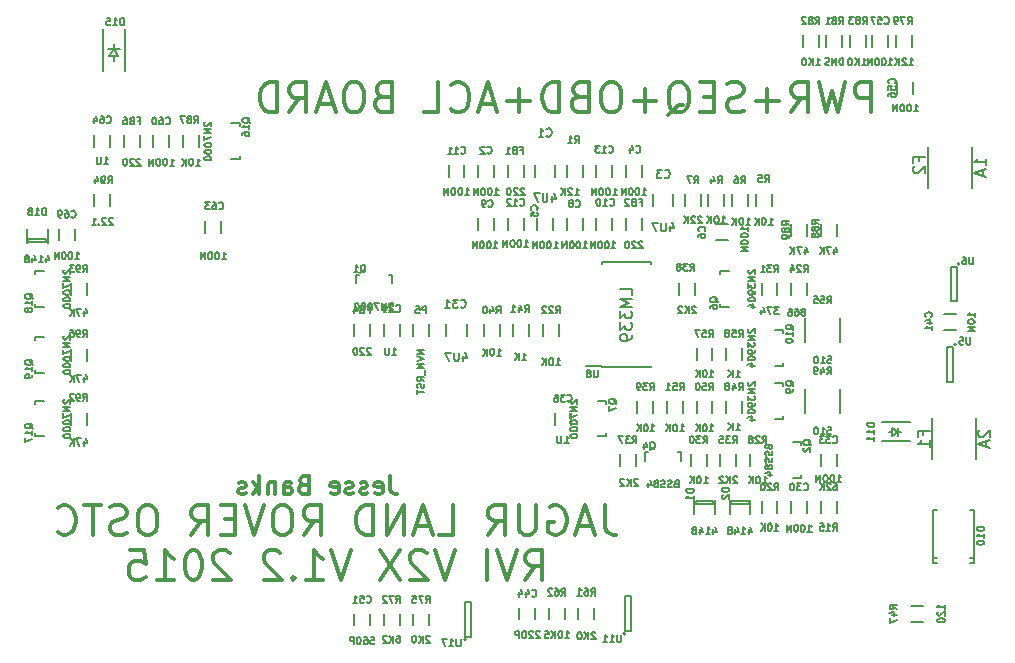
<source format=gbo>
G04 #@! TF.FileFunction,Legend,Bot*
%FSLAX46Y46*%
G04 Gerber Fmt 4.6, Leading zero omitted, Abs format (unit mm)*
G04 Created by KiCad (PCBNEW 4.0.0-rc1-stable) date 10/8/2015 2:57:11 PM*
%MOMM*%
G01*
G04 APERTURE LIST*
%ADD10C,0.100000*%
%ADD11C,0.300000*%
%ADD12C,0.150000*%
G04 APERTURE END LIST*
D10*
D11*
X137378572Y-112878571D02*
X137378572Y-113950000D01*
X137450000Y-114164286D01*
X137592857Y-114307143D01*
X137807143Y-114378571D01*
X137950000Y-114378571D01*
X136092858Y-114307143D02*
X136235715Y-114378571D01*
X136521429Y-114378571D01*
X136664286Y-114307143D01*
X136735715Y-114164286D01*
X136735715Y-113592857D01*
X136664286Y-113450000D01*
X136521429Y-113378571D01*
X136235715Y-113378571D01*
X136092858Y-113450000D01*
X136021429Y-113592857D01*
X136021429Y-113735714D01*
X136735715Y-113878571D01*
X135450001Y-114307143D02*
X135307144Y-114378571D01*
X135021429Y-114378571D01*
X134878572Y-114307143D01*
X134807144Y-114164286D01*
X134807144Y-114092857D01*
X134878572Y-113950000D01*
X135021429Y-113878571D01*
X135235715Y-113878571D01*
X135378572Y-113807143D01*
X135450001Y-113664286D01*
X135450001Y-113592857D01*
X135378572Y-113450000D01*
X135235715Y-113378571D01*
X135021429Y-113378571D01*
X134878572Y-113450000D01*
X134235715Y-114307143D02*
X134092858Y-114378571D01*
X133807143Y-114378571D01*
X133664286Y-114307143D01*
X133592858Y-114164286D01*
X133592858Y-114092857D01*
X133664286Y-113950000D01*
X133807143Y-113878571D01*
X134021429Y-113878571D01*
X134164286Y-113807143D01*
X134235715Y-113664286D01*
X134235715Y-113592857D01*
X134164286Y-113450000D01*
X134021429Y-113378571D01*
X133807143Y-113378571D01*
X133664286Y-113450000D01*
X132378572Y-114307143D02*
X132521429Y-114378571D01*
X132807143Y-114378571D01*
X132950000Y-114307143D01*
X133021429Y-114164286D01*
X133021429Y-113592857D01*
X132950000Y-113450000D01*
X132807143Y-113378571D01*
X132521429Y-113378571D01*
X132378572Y-113450000D01*
X132307143Y-113592857D01*
X132307143Y-113735714D01*
X133021429Y-113878571D01*
X130021429Y-113592857D02*
X129807143Y-113664286D01*
X129735715Y-113735714D01*
X129664286Y-113878571D01*
X129664286Y-114092857D01*
X129735715Y-114235714D01*
X129807143Y-114307143D01*
X129950001Y-114378571D01*
X130521429Y-114378571D01*
X130521429Y-112878571D01*
X130021429Y-112878571D01*
X129878572Y-112950000D01*
X129807143Y-113021429D01*
X129735715Y-113164286D01*
X129735715Y-113307143D01*
X129807143Y-113450000D01*
X129878572Y-113521429D01*
X130021429Y-113592857D01*
X130521429Y-113592857D01*
X128378572Y-114378571D02*
X128378572Y-113592857D01*
X128450001Y-113450000D01*
X128592858Y-113378571D01*
X128878572Y-113378571D01*
X129021429Y-113450000D01*
X128378572Y-114307143D02*
X128521429Y-114378571D01*
X128878572Y-114378571D01*
X129021429Y-114307143D01*
X129092858Y-114164286D01*
X129092858Y-114021429D01*
X129021429Y-113878571D01*
X128878572Y-113807143D01*
X128521429Y-113807143D01*
X128378572Y-113735714D01*
X127664286Y-113378571D02*
X127664286Y-114378571D01*
X127664286Y-113521429D02*
X127592858Y-113450000D01*
X127450000Y-113378571D01*
X127235715Y-113378571D01*
X127092858Y-113450000D01*
X127021429Y-113592857D01*
X127021429Y-114378571D01*
X126307143Y-114378571D02*
X126307143Y-112878571D01*
X126164286Y-113807143D02*
X125735715Y-114378571D01*
X125735715Y-113378571D02*
X126307143Y-113950000D01*
X125164286Y-114307143D02*
X125021429Y-114378571D01*
X124735714Y-114378571D01*
X124592857Y-114307143D01*
X124521429Y-114164286D01*
X124521429Y-114092857D01*
X124592857Y-113950000D01*
X124735714Y-113878571D01*
X124950000Y-113878571D01*
X125092857Y-113807143D01*
X125164286Y-113664286D01*
X125164286Y-113592857D01*
X125092857Y-113450000D01*
X124950000Y-113378571D01*
X124735714Y-113378571D01*
X124592857Y-113450000D01*
X178133334Y-82030952D02*
X178133334Y-79530952D01*
X177180953Y-79530952D01*
X176942858Y-79650000D01*
X176823810Y-79769048D01*
X176704762Y-80007143D01*
X176704762Y-80364286D01*
X176823810Y-80602381D01*
X176942858Y-80721429D01*
X177180953Y-80840476D01*
X178133334Y-80840476D01*
X175871429Y-79530952D02*
X175276191Y-82030952D01*
X174800001Y-80245238D01*
X174323810Y-82030952D01*
X173728572Y-79530952D01*
X171347619Y-82030952D02*
X172180953Y-80840476D01*
X172776191Y-82030952D02*
X172776191Y-79530952D01*
X171823810Y-79530952D01*
X171585715Y-79650000D01*
X171466667Y-79769048D01*
X171347619Y-80007143D01*
X171347619Y-80364286D01*
X171466667Y-80602381D01*
X171585715Y-80721429D01*
X171823810Y-80840476D01*
X172776191Y-80840476D01*
X170276191Y-81078571D02*
X168371429Y-81078571D01*
X169323810Y-82030952D02*
X169323810Y-80126190D01*
X167300001Y-81911905D02*
X166942858Y-82030952D01*
X166347620Y-82030952D01*
X166109524Y-81911905D01*
X165990477Y-81792857D01*
X165871429Y-81554762D01*
X165871429Y-81316667D01*
X165990477Y-81078571D01*
X166109524Y-80959524D01*
X166347620Y-80840476D01*
X166823810Y-80721429D01*
X167061905Y-80602381D01*
X167180953Y-80483333D01*
X167300001Y-80245238D01*
X167300001Y-80007143D01*
X167180953Y-79769048D01*
X167061905Y-79650000D01*
X166823810Y-79530952D01*
X166228572Y-79530952D01*
X165871429Y-79650000D01*
X164800001Y-80721429D02*
X163966668Y-80721429D01*
X163609525Y-82030952D02*
X164800001Y-82030952D01*
X164800001Y-79530952D01*
X163609525Y-79530952D01*
X160871429Y-82269048D02*
X161109524Y-82150000D01*
X161347620Y-81911905D01*
X161704763Y-81554762D01*
X161942858Y-81435714D01*
X162180953Y-81435714D01*
X162061905Y-82030952D02*
X162300001Y-81911905D01*
X162538096Y-81673810D01*
X162657144Y-81197619D01*
X162657144Y-80364286D01*
X162538096Y-79888095D01*
X162300001Y-79650000D01*
X162061905Y-79530952D01*
X161585715Y-79530952D01*
X161347620Y-79650000D01*
X161109524Y-79888095D01*
X160990477Y-80364286D01*
X160990477Y-81197619D01*
X161109524Y-81673810D01*
X161347620Y-81911905D01*
X161585715Y-82030952D01*
X162061905Y-82030952D01*
X159919048Y-81078571D02*
X158014286Y-81078571D01*
X158966667Y-82030952D02*
X158966667Y-80126190D01*
X156347619Y-79530952D02*
X155871429Y-79530952D01*
X155633334Y-79650000D01*
X155395238Y-79888095D01*
X155276191Y-80364286D01*
X155276191Y-81197619D01*
X155395238Y-81673810D01*
X155633334Y-81911905D01*
X155871429Y-82030952D01*
X156347619Y-82030952D01*
X156585715Y-81911905D01*
X156823810Y-81673810D01*
X156942858Y-81197619D01*
X156942858Y-80364286D01*
X156823810Y-79888095D01*
X156585715Y-79650000D01*
X156347619Y-79530952D01*
X153371429Y-80721429D02*
X153014286Y-80840476D01*
X152895238Y-80959524D01*
X152776190Y-81197619D01*
X152776190Y-81554762D01*
X152895238Y-81792857D01*
X153014286Y-81911905D01*
X153252381Y-82030952D01*
X154204762Y-82030952D01*
X154204762Y-79530952D01*
X153371429Y-79530952D01*
X153133333Y-79650000D01*
X153014286Y-79769048D01*
X152895238Y-80007143D01*
X152895238Y-80245238D01*
X153014286Y-80483333D01*
X153133333Y-80602381D01*
X153371429Y-80721429D01*
X154204762Y-80721429D01*
X151704762Y-82030952D02*
X151704762Y-79530952D01*
X151109524Y-79530952D01*
X150752381Y-79650000D01*
X150514286Y-79888095D01*
X150395238Y-80126190D01*
X150276190Y-80602381D01*
X150276190Y-80959524D01*
X150395238Y-81435714D01*
X150514286Y-81673810D01*
X150752381Y-81911905D01*
X151109524Y-82030952D01*
X151704762Y-82030952D01*
X149204762Y-81078571D02*
X147300000Y-81078571D01*
X148252381Y-82030952D02*
X148252381Y-80126190D01*
X146228572Y-81316667D02*
X145038095Y-81316667D01*
X146466667Y-82030952D02*
X145633333Y-79530952D01*
X144800000Y-82030952D01*
X142538095Y-81792857D02*
X142657143Y-81911905D01*
X143014286Y-82030952D01*
X143252381Y-82030952D01*
X143609524Y-81911905D01*
X143847619Y-81673810D01*
X143966667Y-81435714D01*
X144085715Y-80959524D01*
X144085715Y-80602381D01*
X143966667Y-80126190D01*
X143847619Y-79888095D01*
X143609524Y-79650000D01*
X143252381Y-79530952D01*
X143014286Y-79530952D01*
X142657143Y-79650000D01*
X142538095Y-79769048D01*
X140276191Y-82030952D02*
X141466667Y-82030952D01*
X141466667Y-79530952D01*
X136704762Y-80721429D02*
X136347619Y-80840476D01*
X136228571Y-80959524D01*
X136109523Y-81197619D01*
X136109523Y-81554762D01*
X136228571Y-81792857D01*
X136347619Y-81911905D01*
X136585714Y-82030952D01*
X137538095Y-82030952D01*
X137538095Y-79530952D01*
X136704762Y-79530952D01*
X136466666Y-79650000D01*
X136347619Y-79769048D01*
X136228571Y-80007143D01*
X136228571Y-80245238D01*
X136347619Y-80483333D01*
X136466666Y-80602381D01*
X136704762Y-80721429D01*
X137538095Y-80721429D01*
X134561904Y-79530952D02*
X134085714Y-79530952D01*
X133847619Y-79650000D01*
X133609523Y-79888095D01*
X133490476Y-80364286D01*
X133490476Y-81197619D01*
X133609523Y-81673810D01*
X133847619Y-81911905D01*
X134085714Y-82030952D01*
X134561904Y-82030952D01*
X134800000Y-81911905D01*
X135038095Y-81673810D01*
X135157143Y-81197619D01*
X135157143Y-80364286D01*
X135038095Y-79888095D01*
X134800000Y-79650000D01*
X134561904Y-79530952D01*
X132538095Y-81316667D02*
X131347618Y-81316667D01*
X132776190Y-82030952D02*
X131942856Y-79530952D01*
X131109523Y-82030952D01*
X128847618Y-82030952D02*
X129680952Y-80840476D01*
X130276190Y-82030952D02*
X130276190Y-79530952D01*
X129323809Y-79530952D01*
X129085714Y-79650000D01*
X128966666Y-79769048D01*
X128847618Y-80007143D01*
X128847618Y-80364286D01*
X128966666Y-80602381D01*
X129085714Y-80721429D01*
X129323809Y-80840476D01*
X130276190Y-80840476D01*
X127776190Y-82030952D02*
X127776190Y-79530952D01*
X127180952Y-79530952D01*
X126823809Y-79650000D01*
X126585714Y-79888095D01*
X126466666Y-80126190D01*
X126347618Y-80602381D01*
X126347618Y-80959524D01*
X126466666Y-81435714D01*
X126585714Y-81673810D01*
X126823809Y-81911905D01*
X127180952Y-82030952D01*
X127776190Y-82030952D01*
X155538096Y-115330952D02*
X155538096Y-117116667D01*
X155657144Y-117473810D01*
X155895239Y-117711905D01*
X156252382Y-117830952D01*
X156490477Y-117830952D01*
X154466668Y-117116667D02*
X153276191Y-117116667D01*
X154704763Y-117830952D02*
X153871429Y-115330952D01*
X153038096Y-117830952D01*
X150895239Y-115450000D02*
X151133334Y-115330952D01*
X151490477Y-115330952D01*
X151847620Y-115450000D01*
X152085715Y-115688095D01*
X152204763Y-115926190D01*
X152323811Y-116402381D01*
X152323811Y-116759524D01*
X152204763Y-117235714D01*
X152085715Y-117473810D01*
X151847620Y-117711905D01*
X151490477Y-117830952D01*
X151252382Y-117830952D01*
X150895239Y-117711905D01*
X150776191Y-117592857D01*
X150776191Y-116759524D01*
X151252382Y-116759524D01*
X149704763Y-115330952D02*
X149704763Y-117354762D01*
X149585715Y-117592857D01*
X149466668Y-117711905D01*
X149228572Y-117830952D01*
X148752382Y-117830952D01*
X148514287Y-117711905D01*
X148395239Y-117592857D01*
X148276191Y-117354762D01*
X148276191Y-115330952D01*
X145657143Y-117830952D02*
X146490477Y-116640476D01*
X147085715Y-117830952D02*
X147085715Y-115330952D01*
X146133334Y-115330952D01*
X145895239Y-115450000D01*
X145776191Y-115569048D01*
X145657143Y-115807143D01*
X145657143Y-116164286D01*
X145776191Y-116402381D01*
X145895239Y-116521429D01*
X146133334Y-116640476D01*
X147085715Y-116640476D01*
X141490477Y-117830952D02*
X142680953Y-117830952D01*
X142680953Y-115330952D01*
X140776191Y-117116667D02*
X139585714Y-117116667D01*
X141014286Y-117830952D02*
X140180952Y-115330952D01*
X139347619Y-117830952D01*
X138514286Y-117830952D02*
X138514286Y-115330952D01*
X137085714Y-117830952D01*
X137085714Y-115330952D01*
X135895238Y-117830952D02*
X135895238Y-115330952D01*
X135300000Y-115330952D01*
X134942857Y-115450000D01*
X134704762Y-115688095D01*
X134585714Y-115926190D01*
X134466666Y-116402381D01*
X134466666Y-116759524D01*
X134585714Y-117235714D01*
X134704762Y-117473810D01*
X134942857Y-117711905D01*
X135300000Y-117830952D01*
X135895238Y-117830952D01*
X130061904Y-117830952D02*
X130895238Y-116640476D01*
X131490476Y-117830952D02*
X131490476Y-115330952D01*
X130538095Y-115330952D01*
X130300000Y-115450000D01*
X130180952Y-115569048D01*
X130061904Y-115807143D01*
X130061904Y-116164286D01*
X130180952Y-116402381D01*
X130300000Y-116521429D01*
X130538095Y-116640476D01*
X131490476Y-116640476D01*
X128514285Y-115330952D02*
X128038095Y-115330952D01*
X127800000Y-115450000D01*
X127561904Y-115688095D01*
X127442857Y-116164286D01*
X127442857Y-116997619D01*
X127561904Y-117473810D01*
X127800000Y-117711905D01*
X128038095Y-117830952D01*
X128514285Y-117830952D01*
X128752381Y-117711905D01*
X128990476Y-117473810D01*
X129109524Y-116997619D01*
X129109524Y-116164286D01*
X128990476Y-115688095D01*
X128752381Y-115450000D01*
X128514285Y-115330952D01*
X126728571Y-115330952D02*
X125895237Y-117830952D01*
X125061904Y-115330952D01*
X124228571Y-116521429D02*
X123395238Y-116521429D01*
X123038095Y-117830952D02*
X124228571Y-117830952D01*
X124228571Y-115330952D01*
X123038095Y-115330952D01*
X120538094Y-117830952D02*
X121371428Y-116640476D01*
X121966666Y-117830952D02*
X121966666Y-115330952D01*
X121014285Y-115330952D01*
X120776190Y-115450000D01*
X120657142Y-115569048D01*
X120538094Y-115807143D01*
X120538094Y-116164286D01*
X120657142Y-116402381D01*
X120776190Y-116521429D01*
X121014285Y-116640476D01*
X121966666Y-116640476D01*
X117085713Y-115330952D02*
X116609523Y-115330952D01*
X116371428Y-115450000D01*
X116133332Y-115688095D01*
X116014285Y-116164286D01*
X116014285Y-116997619D01*
X116133332Y-117473810D01*
X116371428Y-117711905D01*
X116609523Y-117830952D01*
X117085713Y-117830952D01*
X117323809Y-117711905D01*
X117561904Y-117473810D01*
X117680952Y-116997619D01*
X117680952Y-116164286D01*
X117561904Y-115688095D01*
X117323809Y-115450000D01*
X117085713Y-115330952D01*
X115061904Y-117711905D02*
X114704761Y-117830952D01*
X114109523Y-117830952D01*
X113871427Y-117711905D01*
X113752380Y-117592857D01*
X113633332Y-117354762D01*
X113633332Y-117116667D01*
X113752380Y-116878571D01*
X113871427Y-116759524D01*
X114109523Y-116640476D01*
X114585713Y-116521429D01*
X114823808Y-116402381D01*
X114942856Y-116283333D01*
X115061904Y-116045238D01*
X115061904Y-115807143D01*
X114942856Y-115569048D01*
X114823808Y-115450000D01*
X114585713Y-115330952D01*
X113990475Y-115330952D01*
X113633332Y-115450000D01*
X112919047Y-115330952D02*
X111490475Y-115330952D01*
X112204761Y-117830952D02*
X112204761Y-115330952D01*
X109228570Y-117592857D02*
X109347618Y-117711905D01*
X109704761Y-117830952D01*
X109942856Y-117830952D01*
X110299999Y-117711905D01*
X110538094Y-117473810D01*
X110657142Y-117235714D01*
X110776190Y-116759524D01*
X110776190Y-116402381D01*
X110657142Y-115926190D01*
X110538094Y-115688095D01*
X110299999Y-115450000D01*
X109942856Y-115330952D01*
X109704761Y-115330952D01*
X109347618Y-115450000D01*
X109228570Y-115569048D01*
X148811902Y-121630952D02*
X149645236Y-120440476D01*
X150240474Y-121630952D02*
X150240474Y-119130952D01*
X149288093Y-119130952D01*
X149049998Y-119250000D01*
X148930950Y-119369048D01*
X148811902Y-119607143D01*
X148811902Y-119964286D01*
X148930950Y-120202381D01*
X149049998Y-120321429D01*
X149288093Y-120440476D01*
X150240474Y-120440476D01*
X148097617Y-119130952D02*
X147264283Y-121630952D01*
X146430950Y-119130952D01*
X145597617Y-121630952D02*
X145597617Y-119130952D01*
X142859522Y-119130952D02*
X142026188Y-121630952D01*
X141192855Y-119130952D01*
X140478570Y-119369048D02*
X140359522Y-119250000D01*
X140121427Y-119130952D01*
X139526189Y-119130952D01*
X139288093Y-119250000D01*
X139169046Y-119369048D01*
X139049998Y-119607143D01*
X139049998Y-119845238D01*
X139169046Y-120202381D01*
X140597617Y-121630952D01*
X139049998Y-121630952D01*
X138216665Y-119130952D02*
X136549998Y-121630952D01*
X136549998Y-119130952D02*
X138216665Y-121630952D01*
X134049999Y-119130952D02*
X133216665Y-121630952D01*
X132383332Y-119130952D01*
X130240475Y-121630952D02*
X131669047Y-121630952D01*
X130954761Y-121630952D02*
X130954761Y-119130952D01*
X131192856Y-119488095D01*
X131430951Y-119726190D01*
X131669047Y-119845238D01*
X129169047Y-121392857D02*
X129049999Y-121511905D01*
X129169047Y-121630952D01*
X129288095Y-121511905D01*
X129169047Y-121392857D01*
X129169047Y-121630952D01*
X128097619Y-119369048D02*
X127978571Y-119250000D01*
X127740476Y-119130952D01*
X127145238Y-119130952D01*
X126907142Y-119250000D01*
X126788095Y-119369048D01*
X126669047Y-119607143D01*
X126669047Y-119845238D01*
X126788095Y-120202381D01*
X128216666Y-121630952D01*
X126669047Y-121630952D01*
X123811905Y-119369048D02*
X123692857Y-119250000D01*
X123454762Y-119130952D01*
X122859524Y-119130952D01*
X122621428Y-119250000D01*
X122502381Y-119369048D01*
X122383333Y-119607143D01*
X122383333Y-119845238D01*
X122502381Y-120202381D01*
X123930952Y-121630952D01*
X122383333Y-121630952D01*
X120835714Y-119130952D02*
X120597619Y-119130952D01*
X120359524Y-119250000D01*
X120240476Y-119369048D01*
X120121429Y-119607143D01*
X120002381Y-120083333D01*
X120002381Y-120678571D01*
X120121429Y-121154762D01*
X120240476Y-121392857D01*
X120359524Y-121511905D01*
X120597619Y-121630952D01*
X120835714Y-121630952D01*
X121073810Y-121511905D01*
X121192857Y-121392857D01*
X121311905Y-121154762D01*
X121430953Y-120678571D01*
X121430953Y-120083333D01*
X121311905Y-119607143D01*
X121192857Y-119369048D01*
X121073810Y-119250000D01*
X120835714Y-119130952D01*
X117621429Y-121630952D02*
X119050001Y-121630952D01*
X118335715Y-121630952D02*
X118335715Y-119130952D01*
X118573810Y-119488095D01*
X118811905Y-119726190D01*
X119050001Y-119845238D01*
X115359525Y-119130952D02*
X116550001Y-119130952D01*
X116669049Y-120321429D01*
X116550001Y-120202381D01*
X116311906Y-120083333D01*
X115716668Y-120083333D01*
X115478572Y-120202381D01*
X115359525Y-120321429D01*
X115240477Y-120559524D01*
X115240477Y-121154762D01*
X115359525Y-121392857D01*
X115478572Y-121511905D01*
X115716668Y-121630952D01*
X116311906Y-121630952D01*
X116550001Y-121511905D01*
X116669049Y-121392857D01*
D12*
X157300000Y-126200000D02*
G75*
G03X157300000Y-126200000I-100000J0D01*
G01*
X157750000Y-125950000D02*
X157250000Y-125950000D01*
X157750000Y-123050000D02*
X157750000Y-125950000D01*
X157250000Y-123050000D02*
X157750000Y-123050000D01*
X157250000Y-125950000D02*
X157250000Y-123050000D01*
X155325000Y-103650000D02*
X155325000Y-103535000D01*
X159475000Y-103650000D02*
X159475000Y-103535000D01*
X159475000Y-94750000D02*
X159475000Y-94865000D01*
X155325000Y-94750000D02*
X155325000Y-94865000D01*
X155325000Y-103650000D02*
X159475000Y-103650000D01*
X155325000Y-94750000D02*
X159475000Y-94750000D01*
X155325000Y-103535000D02*
X153950000Y-103535000D01*
X179850000Y-109100000D02*
X179600000Y-109100000D01*
X180350000Y-109100000D02*
X180600000Y-109100000D01*
X180350000Y-109100000D02*
X179850000Y-108750000D01*
X179850000Y-108750000D02*
X179850000Y-109450000D01*
X179850000Y-109450000D02*
X180350000Y-109100000D01*
X180350000Y-108750000D02*
X180350000Y-109450000D01*
X181400000Y-109900000D02*
X179000000Y-109900000D01*
X181400000Y-108300000D02*
X179000000Y-108300000D01*
X114000000Y-77317500D02*
X114000000Y-77698500D01*
X114000000Y-76301500D02*
X114000000Y-76682500D01*
X114000000Y-76682500D02*
X113619000Y-77317500D01*
X113619000Y-77317500D02*
X114381000Y-77317500D01*
X114381000Y-77317500D02*
X114000000Y-76682500D01*
X113492000Y-76682500D02*
X114508000Y-76682500D01*
X114900000Y-75000000D02*
X114900000Y-78540000D01*
X113100000Y-75000000D02*
X113100000Y-78540000D01*
X186979600Y-107972800D02*
X186979600Y-111427200D01*
X183220400Y-107972800D02*
X183220400Y-111427200D01*
X182920400Y-88427200D02*
X182920400Y-84972800D01*
X186679600Y-88427200D02*
X186679600Y-84972800D01*
X185300000Y-101700000D02*
G75*
G03X185300000Y-101700000I-100000J0D01*
G01*
X184550000Y-101950000D02*
X185050000Y-101950000D01*
X184550000Y-104850000D02*
X184550000Y-101950000D01*
X185050000Y-104850000D02*
X184550000Y-104850000D01*
X185050000Y-101950000D02*
X185050000Y-104850000D01*
X185600000Y-94900000D02*
G75*
G03X185600000Y-94900000I-100000J0D01*
G01*
X184850000Y-95150000D02*
X185350000Y-95150000D01*
X184850000Y-98050000D02*
X184850000Y-95150000D01*
X185350000Y-98050000D02*
X184850000Y-98050000D01*
X185350000Y-95150000D02*
X185350000Y-98050000D01*
X143800000Y-126700000D02*
G75*
G03X143800000Y-126700000I-100000J0D01*
G01*
X144250000Y-126450000D02*
X143750000Y-126450000D01*
X144250000Y-123550000D02*
X144250000Y-126450000D01*
X143750000Y-123550000D02*
X144250000Y-123550000D01*
X143750000Y-126450000D02*
X143750000Y-123550000D01*
X183349940Y-119799140D02*
X183700460Y-119799140D01*
X186850060Y-119799140D02*
X186499540Y-119799140D01*
X183349940Y-115749560D02*
X183700460Y-115749560D01*
X183349940Y-120250440D02*
X183700460Y-120250440D01*
X186850060Y-120250440D02*
X186499540Y-120250440D01*
X186850060Y-115749560D02*
X186499540Y-115749560D01*
X183349940Y-120250440D02*
X183349940Y-115749560D01*
X186850060Y-120250440D02*
X186850060Y-115749560D01*
X112325000Y-89000000D02*
X112325000Y-90000000D01*
X113675000Y-90000000D02*
X113675000Y-89000000D01*
X111675000Y-103100000D02*
X111675000Y-102100000D01*
X110325000Y-102100000D02*
X110325000Y-103100000D01*
X149650000Y-87500000D02*
X149650000Y-86500000D01*
X151350000Y-86500000D02*
X151350000Y-87500000D01*
X161350000Y-89000000D02*
X161350000Y-90000000D01*
X159650000Y-90000000D02*
X159650000Y-89000000D01*
X142150000Y-101000000D02*
X142150000Y-100000000D01*
X143850000Y-100000000D02*
X143850000Y-101000000D01*
X147325000Y-86500000D02*
X147325000Y-87500000D01*
X148675000Y-87500000D02*
X148675000Y-86500000D01*
X157325000Y-91000000D02*
X157325000Y-92000000D01*
X158675000Y-92000000D02*
X158675000Y-91000000D01*
X134325000Y-100000000D02*
X134325000Y-101000000D01*
X135675000Y-101000000D02*
X135675000Y-100000000D01*
X116175000Y-85000000D02*
X116175000Y-84000000D01*
X114825000Y-84000000D02*
X114825000Y-85000000D01*
X152325000Y-86500000D02*
X152325000Y-87500000D01*
X153675000Y-87500000D02*
X153675000Y-86500000D01*
X165675000Y-90000000D02*
X165675000Y-89000000D01*
X164325000Y-89000000D02*
X164325000Y-90000000D01*
X168325000Y-89000000D02*
X168325000Y-90000000D01*
X169675000Y-90000000D02*
X169675000Y-89000000D01*
X166325000Y-89000000D02*
X166325000Y-90000000D01*
X167675000Y-90000000D02*
X167675000Y-89000000D01*
X163675000Y-90000000D02*
X163675000Y-89000000D01*
X162325000Y-89000000D02*
X162325000Y-90000000D01*
X173825000Y-115000000D02*
X173825000Y-116000000D01*
X175175000Y-116000000D02*
X175175000Y-115000000D01*
X170175000Y-116000000D02*
X170175000Y-115000000D01*
X168825000Y-115000000D02*
X168825000Y-116000000D01*
X151675000Y-101000000D02*
X151675000Y-100000000D01*
X150325000Y-100000000D02*
X150325000Y-101000000D01*
X172675000Y-97500000D02*
X172675000Y-96500000D01*
X171325000Y-96500000D02*
X171325000Y-97500000D01*
X169175000Y-112000000D02*
X169175000Y-111000000D01*
X167825000Y-111000000D02*
X167825000Y-112000000D01*
X164175000Y-112000000D02*
X164175000Y-111000000D01*
X162825000Y-111000000D02*
X162825000Y-112000000D01*
X168825000Y-96500000D02*
X168825000Y-97500000D01*
X170175000Y-97500000D02*
X170175000Y-96500000D01*
X165325000Y-111000000D02*
X165325000Y-112000000D01*
X166675000Y-112000000D02*
X166675000Y-111000000D01*
X156825000Y-111000000D02*
X156825000Y-112000000D01*
X158175000Y-112000000D02*
X158175000Y-111000000D01*
X161825000Y-96500000D02*
X161825000Y-97500000D01*
X163175000Y-97500000D02*
X163175000Y-96500000D01*
X159675000Y-107500000D02*
X159675000Y-106500000D01*
X158325000Y-106500000D02*
X158325000Y-107500000D01*
X146675000Y-101000000D02*
X146675000Y-100000000D01*
X145325000Y-100000000D02*
X145325000Y-101000000D01*
X147825000Y-100000000D02*
X147825000Y-101000000D01*
X149175000Y-101000000D02*
X149175000Y-100000000D01*
X182500000Y-123825000D02*
X181500000Y-123825000D01*
X181500000Y-125175000D02*
X182500000Y-125175000D01*
X167175000Y-107500000D02*
X167175000Y-106500000D01*
X165825000Y-106500000D02*
X165825000Y-107500000D01*
X175475000Y-107500000D02*
X175475000Y-105500000D01*
X172525000Y-105500000D02*
X172525000Y-107500000D01*
X163325000Y-106500000D02*
X163325000Y-107500000D01*
X164675000Y-107500000D02*
X164675000Y-106500000D01*
X160825000Y-106500000D02*
X160825000Y-107500000D01*
X162175000Y-107500000D02*
X162175000Y-106500000D01*
X175475000Y-101500000D02*
X175475000Y-99500000D01*
X172525000Y-99500000D02*
X172525000Y-101500000D01*
X163325000Y-102000000D02*
X163325000Y-103000000D01*
X164675000Y-103000000D02*
X164675000Y-102000000D01*
X167175000Y-103000000D02*
X167175000Y-102000000D01*
X165825000Y-102000000D02*
X165825000Y-103000000D01*
X153325000Y-124000000D02*
X153325000Y-125000000D01*
X154675000Y-125000000D02*
X154675000Y-124000000D01*
X150825000Y-124000000D02*
X150825000Y-125000000D01*
X152175000Y-125000000D02*
X152175000Y-124000000D01*
X138175000Y-125500000D02*
X138175000Y-124500000D01*
X136825000Y-124500000D02*
X136825000Y-125500000D01*
X140675000Y-125500000D02*
X140675000Y-124500000D01*
X139325000Y-124500000D02*
X139325000Y-125500000D01*
X180175000Y-75500000D02*
X180175000Y-76500000D01*
X181525000Y-76500000D02*
X181525000Y-75500000D01*
X175675000Y-76500000D02*
X175675000Y-75500000D01*
X174325000Y-75500000D02*
X174325000Y-76500000D01*
X173675000Y-76500000D02*
X173675000Y-75500000D01*
X172325000Y-75500000D02*
X172325000Y-76500000D01*
X176325000Y-75500000D02*
X176325000Y-76500000D01*
X177675000Y-76500000D02*
X177675000Y-75500000D01*
X119825000Y-84000000D02*
X119825000Y-85000000D01*
X121175000Y-85000000D02*
X121175000Y-84000000D01*
X173825000Y-91500000D02*
X173825000Y-92500000D01*
X175175000Y-92500000D02*
X175175000Y-91500000D01*
X172675000Y-92500000D02*
X172675000Y-91500000D01*
X171325000Y-91500000D02*
X171325000Y-92500000D01*
X111675000Y-108500000D02*
X111675000Y-107500000D01*
X110325000Y-107500000D02*
X110325000Y-108500000D01*
X111675000Y-97500000D02*
X111675000Y-96500000D01*
X110325000Y-96500000D02*
X110325000Y-97500000D01*
X140675000Y-101000000D02*
X140675000Y-100000000D01*
X139325000Y-100000000D02*
X139325000Y-101000000D01*
X166250000Y-115000000D02*
X167750000Y-115000000D01*
X167750000Y-115000000D02*
X167750000Y-115250000D01*
X167750000Y-115250000D02*
X166250000Y-115250000D01*
X166250000Y-115250000D02*
X166250000Y-115000000D01*
X167875000Y-116100000D02*
X167875000Y-114900000D01*
X166125000Y-114900000D02*
X166125000Y-116100000D01*
X163250000Y-115000000D02*
X164750000Y-115000000D01*
X164750000Y-115000000D02*
X164750000Y-115250000D01*
X164750000Y-115250000D02*
X163250000Y-115250000D01*
X163250000Y-115250000D02*
X163250000Y-115000000D01*
X164875000Y-116100000D02*
X164875000Y-114900000D01*
X163125000Y-114900000D02*
X163125000Y-116100000D01*
X108250000Y-93000000D02*
X106750000Y-93000000D01*
X106750000Y-93000000D02*
X106750000Y-92750000D01*
X106750000Y-92750000D02*
X108250000Y-92750000D01*
X108250000Y-92750000D02*
X108250000Y-93000000D01*
X106625000Y-91900000D02*
X106625000Y-93100000D01*
X108375000Y-93100000D02*
X108375000Y-91900000D01*
X112325000Y-84000000D02*
X112325000Y-85000000D01*
X113675000Y-85000000D02*
X113675000Y-84000000D01*
X121725000Y-91300000D02*
X121725000Y-92300000D01*
X123075000Y-92300000D02*
X123075000Y-91300000D01*
X118675000Y-85000000D02*
X118675000Y-84000000D01*
X117325000Y-84000000D02*
X117325000Y-85000000D01*
X179525000Y-76500000D02*
X179525000Y-75500000D01*
X178175000Y-75500000D02*
X178175000Y-76500000D01*
X180325000Y-79500000D02*
X180325000Y-80500000D01*
X181675000Y-80500000D02*
X181675000Y-79500000D01*
X135675000Y-125500000D02*
X135675000Y-124500000D01*
X134325000Y-124500000D02*
X134325000Y-125500000D01*
X149675000Y-125000000D02*
X149675000Y-124000000D01*
X148325000Y-124000000D02*
X148325000Y-125000000D01*
X184300000Y-100475000D02*
X185300000Y-100475000D01*
X185300000Y-99125000D02*
X184300000Y-99125000D01*
X152675000Y-108500000D02*
X152675000Y-107500000D01*
X151325000Y-107500000D02*
X151325000Y-108500000D01*
X173825000Y-111000000D02*
X173825000Y-112000000D01*
X175175000Y-112000000D02*
X175175000Y-111000000D01*
X172675000Y-116000000D02*
X172675000Y-115000000D01*
X171325000Y-115000000D02*
X171325000Y-116000000D01*
X136825000Y-100000000D02*
X136825000Y-101000000D01*
X138175000Y-101000000D02*
X138175000Y-100000000D01*
X154825000Y-86500000D02*
X154825000Y-87500000D01*
X156175000Y-87500000D02*
X156175000Y-86500000D01*
X147325000Y-91000000D02*
X147325000Y-92000000D01*
X148675000Y-92000000D02*
X148675000Y-91000000D01*
X143675000Y-87500000D02*
X143675000Y-86500000D01*
X142325000Y-86500000D02*
X142325000Y-87500000D01*
X154825000Y-91000000D02*
X154825000Y-92000000D01*
X156175000Y-92000000D02*
X156175000Y-91000000D01*
X144825000Y-91000000D02*
X144825000Y-92000000D01*
X146175000Y-92000000D02*
X146175000Y-91000000D01*
X152325000Y-91000000D02*
X152325000Y-92000000D01*
X153675000Y-92000000D02*
X153675000Y-91000000D01*
X165000000Y-92875000D02*
X166000000Y-92875000D01*
X166000000Y-91525000D02*
X165000000Y-91525000D01*
X149825000Y-91000000D02*
X149825000Y-92000000D01*
X151175000Y-92000000D02*
X151175000Y-91000000D01*
X157325000Y-86500000D02*
X157325000Y-87500000D01*
X158675000Y-87500000D02*
X158675000Y-86500000D01*
X146175000Y-87500000D02*
X146175000Y-86500000D01*
X144825000Y-86500000D02*
X144825000Y-87500000D01*
X110675000Y-92900000D02*
X110675000Y-91900000D01*
X109325000Y-91900000D02*
X109325000Y-92900000D01*
X134700840Y-95849760D02*
X134749100Y-95849760D01*
X137499820Y-96550800D02*
X137499820Y-95849760D01*
X137499820Y-95849760D02*
X137250900Y-95849760D01*
X134700840Y-95849760D02*
X134500180Y-95849760D01*
X134500180Y-95849760D02*
X134500180Y-96550800D01*
X172150240Y-110200840D02*
X172150240Y-110249100D01*
X171449200Y-112999820D02*
X172150240Y-112999820D01*
X172150240Y-112999820D02*
X172150240Y-112750900D01*
X172150240Y-110200840D02*
X172150240Y-110000180D01*
X172150240Y-110000180D02*
X171449200Y-110000180D01*
X159200840Y-110849760D02*
X159249100Y-110849760D01*
X161999820Y-111550800D02*
X161999820Y-110849760D01*
X161999820Y-110849760D02*
X161750900Y-110849760D01*
X159200840Y-110849760D02*
X159000180Y-110849760D01*
X159000180Y-110849760D02*
X159000180Y-111550800D01*
X165349760Y-98299160D02*
X165349760Y-98250900D01*
X166050800Y-95500180D02*
X165349760Y-95500180D01*
X165349760Y-95500180D02*
X165349760Y-95749100D01*
X165349760Y-98299160D02*
X165349760Y-98499820D01*
X165349760Y-98499820D02*
X166050800Y-98499820D01*
X155650240Y-106700840D02*
X155650240Y-106749100D01*
X154949200Y-109499820D02*
X155650240Y-109499820D01*
X155650240Y-109499820D02*
X155650240Y-109250900D01*
X155650240Y-106700840D02*
X155650240Y-106500180D01*
X155650240Y-106500180D02*
X154949200Y-106500180D01*
X170650240Y-105200840D02*
X170650240Y-105249100D01*
X169949200Y-107999820D02*
X170650240Y-107999820D01*
X170650240Y-107999820D02*
X170650240Y-107750900D01*
X170650240Y-105200840D02*
X170650240Y-105000180D01*
X170650240Y-105000180D02*
X169949200Y-105000180D01*
X170650240Y-100700840D02*
X170650240Y-100749100D01*
X169949200Y-103499820D02*
X170650240Y-103499820D01*
X170650240Y-103499820D02*
X170650240Y-103250900D01*
X170650240Y-100700840D02*
X170650240Y-100500180D01*
X170650240Y-100500180D02*
X169949200Y-100500180D01*
X124650240Y-83200840D02*
X124650240Y-83249100D01*
X123949200Y-85999820D02*
X124650240Y-85999820D01*
X124650240Y-85999820D02*
X124650240Y-85750900D01*
X124650240Y-83200840D02*
X124650240Y-83000180D01*
X124650240Y-83000180D02*
X123949200Y-83000180D01*
X107349760Y-109299160D02*
X107349760Y-109250900D01*
X108050800Y-106500180D02*
X107349760Y-106500180D01*
X107349760Y-106500180D02*
X107349760Y-106749100D01*
X107349760Y-109299160D02*
X107349760Y-109499820D01*
X107349760Y-109499820D02*
X108050800Y-109499820D01*
X107349760Y-98299160D02*
X107349760Y-98250900D01*
X108050800Y-95500180D02*
X107349760Y-95500180D01*
X107349760Y-95500180D02*
X107349760Y-95749100D01*
X107349760Y-98299160D02*
X107349760Y-98499820D01*
X107349760Y-98499820D02*
X108050800Y-98499820D01*
X107349760Y-103899160D02*
X107349760Y-103850900D01*
X108050800Y-101100180D02*
X107349760Y-101100180D01*
X107349760Y-101100180D02*
X107349760Y-101349100D01*
X107349760Y-103899160D02*
X107349760Y-104099820D01*
X107349760Y-104099820D02*
X108050800Y-104099820D01*
X156942857Y-126271429D02*
X156942857Y-126757143D01*
X156914285Y-126814286D01*
X156885714Y-126842857D01*
X156828571Y-126871429D01*
X156714285Y-126871429D01*
X156657143Y-126842857D01*
X156628571Y-126814286D01*
X156600000Y-126757143D01*
X156600000Y-126271429D01*
X156000000Y-126871429D02*
X156342857Y-126871429D01*
X156171429Y-126871429D02*
X156171429Y-126271429D01*
X156228572Y-126357143D01*
X156285714Y-126414286D01*
X156342857Y-126442857D01*
X155428571Y-126871429D02*
X155771428Y-126871429D01*
X155600000Y-126871429D02*
X155600000Y-126271429D01*
X155657143Y-126357143D01*
X155714285Y-126414286D01*
X155771428Y-126442857D01*
X154957143Y-103871429D02*
X154957143Y-104357143D01*
X154928571Y-104414286D01*
X154900000Y-104442857D01*
X154842857Y-104471429D01*
X154728571Y-104471429D01*
X154671429Y-104442857D01*
X154642857Y-104414286D01*
X154614286Y-104357143D01*
X154614286Y-103871429D01*
X154242858Y-104128571D02*
X154300000Y-104100000D01*
X154328572Y-104071429D01*
X154357143Y-104014286D01*
X154357143Y-103985714D01*
X154328572Y-103928571D01*
X154300000Y-103900000D01*
X154242858Y-103871429D01*
X154128572Y-103871429D01*
X154071429Y-103900000D01*
X154042858Y-103928571D01*
X154014286Y-103985714D01*
X154014286Y-104014286D01*
X154042858Y-104071429D01*
X154071429Y-104100000D01*
X154128572Y-104128571D01*
X154242858Y-104128571D01*
X154300000Y-104157143D01*
X154328572Y-104185714D01*
X154357143Y-104242857D01*
X154357143Y-104357143D01*
X154328572Y-104414286D01*
X154300000Y-104442857D01*
X154242858Y-104471429D01*
X154128572Y-104471429D01*
X154071429Y-104442857D01*
X154042858Y-104414286D01*
X154014286Y-104357143D01*
X154014286Y-104242857D01*
X154042858Y-104185714D01*
X154071429Y-104157143D01*
X154128572Y-104128571D01*
X157852381Y-97509524D02*
X157852381Y-97033333D01*
X156852381Y-97033333D01*
X157852381Y-97842857D02*
X156852381Y-97842857D01*
X157566667Y-98176191D01*
X156852381Y-98509524D01*
X157852381Y-98509524D01*
X156852381Y-98890476D02*
X156852381Y-99509524D01*
X157233333Y-99176190D01*
X157233333Y-99319048D01*
X157280952Y-99414286D01*
X157328571Y-99461905D01*
X157423810Y-99509524D01*
X157661905Y-99509524D01*
X157757143Y-99461905D01*
X157804762Y-99414286D01*
X157852381Y-99319048D01*
X157852381Y-99033333D01*
X157804762Y-98938095D01*
X157757143Y-98890476D01*
X156852381Y-99842857D02*
X156852381Y-100461905D01*
X157233333Y-100128571D01*
X157233333Y-100271429D01*
X157280952Y-100366667D01*
X157328571Y-100414286D01*
X157423810Y-100461905D01*
X157661905Y-100461905D01*
X157757143Y-100414286D01*
X157804762Y-100366667D01*
X157852381Y-100271429D01*
X157852381Y-99985714D01*
X157804762Y-99890476D01*
X157757143Y-99842857D01*
X157852381Y-100938095D02*
X157852381Y-101128571D01*
X157804762Y-101223810D01*
X157757143Y-101271429D01*
X157614286Y-101366667D01*
X157423810Y-101414286D01*
X157042857Y-101414286D01*
X156947619Y-101366667D01*
X156900000Y-101319048D01*
X156852381Y-101223810D01*
X156852381Y-101033333D01*
X156900000Y-100938095D01*
X156947619Y-100890476D01*
X157042857Y-100842857D01*
X157280952Y-100842857D01*
X157376190Y-100890476D01*
X157423810Y-100938095D01*
X157471429Y-101033333D01*
X157471429Y-101223810D01*
X157423810Y-101319048D01*
X157376190Y-101366667D01*
X157280952Y-101414286D01*
X178371429Y-108371428D02*
X177771429Y-108371428D01*
X177771429Y-108514285D01*
X177800000Y-108600000D01*
X177857143Y-108657142D01*
X177914286Y-108685714D01*
X178028571Y-108714285D01*
X178114286Y-108714285D01*
X178228571Y-108685714D01*
X178285714Y-108657142D01*
X178342857Y-108600000D01*
X178371429Y-108514285D01*
X178371429Y-108371428D01*
X178371429Y-109285714D02*
X178371429Y-108942857D01*
X178371429Y-109114285D02*
X177771429Y-109114285D01*
X177857143Y-109057142D01*
X177914286Y-109000000D01*
X177942857Y-108942857D01*
X178371429Y-109857143D02*
X178371429Y-109514286D01*
X178371429Y-109685714D02*
X177771429Y-109685714D01*
X177857143Y-109628571D01*
X177914286Y-109571429D01*
X177942857Y-109514286D01*
X114828572Y-74671429D02*
X114828572Y-74071429D01*
X114685715Y-74071429D01*
X114600000Y-74100000D01*
X114542858Y-74157143D01*
X114514286Y-74214286D01*
X114485715Y-74328571D01*
X114485715Y-74414286D01*
X114514286Y-74528571D01*
X114542858Y-74585714D01*
X114600000Y-74642857D01*
X114685715Y-74671429D01*
X114828572Y-74671429D01*
X113914286Y-74671429D02*
X114257143Y-74671429D01*
X114085715Y-74671429D02*
X114085715Y-74071429D01*
X114142858Y-74157143D01*
X114200000Y-74214286D01*
X114257143Y-74242857D01*
X113371429Y-74071429D02*
X113657143Y-74071429D01*
X113685714Y-74357143D01*
X113657143Y-74328571D01*
X113600000Y-74300000D01*
X113457143Y-74300000D01*
X113400000Y-74328571D01*
X113371429Y-74357143D01*
X113342857Y-74414286D01*
X113342857Y-74557143D01*
X113371429Y-74614286D01*
X113400000Y-74642857D01*
X113457143Y-74671429D01*
X113600000Y-74671429D01*
X113657143Y-74642857D01*
X113685714Y-74614286D01*
X182528571Y-109366667D02*
X182528571Y-109033333D01*
X183052381Y-109033333D02*
X182052381Y-109033333D01*
X182052381Y-109509524D01*
X183052381Y-110414286D02*
X183052381Y-109842857D01*
X183052381Y-110128571D02*
X182052381Y-110128571D01*
X182195238Y-110033333D01*
X182290476Y-109938095D01*
X182338095Y-109842857D01*
X187247619Y-108985714D02*
X187200000Y-109033333D01*
X187152381Y-109128571D01*
X187152381Y-109366667D01*
X187200000Y-109461905D01*
X187247619Y-109509524D01*
X187342857Y-109557143D01*
X187438095Y-109557143D01*
X187580952Y-109509524D01*
X188152381Y-108938095D01*
X188152381Y-109557143D01*
X187866667Y-109938095D02*
X187866667Y-110414286D01*
X188152381Y-109842857D02*
X187152381Y-110176190D01*
X188152381Y-110509524D01*
X182128571Y-86166667D02*
X182128571Y-85833333D01*
X182652381Y-85833333D02*
X181652381Y-85833333D01*
X181652381Y-86309524D01*
X181747619Y-86642857D02*
X181700000Y-86690476D01*
X181652381Y-86785714D01*
X181652381Y-87023810D01*
X181700000Y-87119048D01*
X181747619Y-87166667D01*
X181842857Y-87214286D01*
X181938095Y-87214286D01*
X182080952Y-87166667D01*
X182652381Y-86595238D01*
X182652381Y-87214286D01*
X187852381Y-86557143D02*
X187852381Y-85985714D01*
X187852381Y-86271428D02*
X186852381Y-86271428D01*
X186995238Y-86176190D01*
X187090476Y-86080952D01*
X187138095Y-85985714D01*
X187566667Y-86938095D02*
X187566667Y-87414286D01*
X187852381Y-86842857D02*
X186852381Y-87176190D01*
X187852381Y-87509524D01*
X186507143Y-101121429D02*
X186507143Y-101607143D01*
X186478571Y-101664286D01*
X186450000Y-101692857D01*
X186392857Y-101721429D01*
X186278571Y-101721429D01*
X186221429Y-101692857D01*
X186192857Y-101664286D01*
X186164286Y-101607143D01*
X186164286Y-101121429D01*
X185592858Y-101121429D02*
X185878572Y-101121429D01*
X185907143Y-101407143D01*
X185878572Y-101378571D01*
X185821429Y-101350000D01*
X185678572Y-101350000D01*
X185621429Y-101378571D01*
X185592858Y-101407143D01*
X185564286Y-101464286D01*
X185564286Y-101607143D01*
X185592858Y-101664286D01*
X185621429Y-101692857D01*
X185678572Y-101721429D01*
X185821429Y-101721429D01*
X185878572Y-101692857D01*
X185907143Y-101664286D01*
X186757143Y-94321429D02*
X186757143Y-94807143D01*
X186728571Y-94864286D01*
X186700000Y-94892857D01*
X186642857Y-94921429D01*
X186528571Y-94921429D01*
X186471429Y-94892857D01*
X186442857Y-94864286D01*
X186414286Y-94807143D01*
X186414286Y-94321429D01*
X185871429Y-94321429D02*
X185985715Y-94321429D01*
X186042858Y-94350000D01*
X186071429Y-94378571D01*
X186128572Y-94464286D01*
X186157143Y-94578571D01*
X186157143Y-94807143D01*
X186128572Y-94864286D01*
X186100000Y-94892857D01*
X186042858Y-94921429D01*
X185928572Y-94921429D01*
X185871429Y-94892857D01*
X185842858Y-94864286D01*
X185814286Y-94807143D01*
X185814286Y-94664286D01*
X185842858Y-94607143D01*
X185871429Y-94578571D01*
X185928572Y-94550000D01*
X186042858Y-94550000D01*
X186100000Y-94578571D01*
X186128572Y-94607143D01*
X186157143Y-94664286D01*
X143342857Y-126671429D02*
X143342857Y-127157143D01*
X143314285Y-127214286D01*
X143285714Y-127242857D01*
X143228571Y-127271429D01*
X143114285Y-127271429D01*
X143057143Y-127242857D01*
X143028571Y-127214286D01*
X143000000Y-127157143D01*
X143000000Y-126671429D01*
X142400000Y-127271429D02*
X142742857Y-127271429D01*
X142571429Y-127271429D02*
X142571429Y-126671429D01*
X142628572Y-126757143D01*
X142685714Y-126814286D01*
X142742857Y-126842857D01*
X142200000Y-126671429D02*
X141800000Y-126671429D01*
X142057143Y-127271429D01*
X187671429Y-117171428D02*
X187071429Y-117171428D01*
X187071429Y-117314285D01*
X187100000Y-117400000D01*
X187157143Y-117457142D01*
X187214286Y-117485714D01*
X187328571Y-117514285D01*
X187414286Y-117514285D01*
X187528571Y-117485714D01*
X187585714Y-117457142D01*
X187642857Y-117400000D01*
X187671429Y-117314285D01*
X187671429Y-117171428D01*
X187671429Y-118085714D02*
X187671429Y-117742857D01*
X187671429Y-117914285D02*
X187071429Y-117914285D01*
X187157143Y-117857142D01*
X187214286Y-117800000D01*
X187242857Y-117742857D01*
X187071429Y-118457143D02*
X187071429Y-118514286D01*
X187100000Y-118571429D01*
X187128571Y-118600000D01*
X187185714Y-118628571D01*
X187300000Y-118657143D01*
X187442857Y-118657143D01*
X187557143Y-118628571D01*
X187614286Y-118600000D01*
X187642857Y-118571429D01*
X187671429Y-118514286D01*
X187671429Y-118457143D01*
X187642857Y-118400000D01*
X187614286Y-118371429D01*
X187557143Y-118342857D01*
X187442857Y-118314286D01*
X187300000Y-118314286D01*
X187185714Y-118342857D01*
X187128571Y-118371429D01*
X187100000Y-118400000D01*
X187071429Y-118457143D01*
X113485715Y-88071429D02*
X113685715Y-87785714D01*
X113828572Y-88071429D02*
X113828572Y-87471429D01*
X113600000Y-87471429D01*
X113542858Y-87500000D01*
X113514286Y-87528571D01*
X113485715Y-87585714D01*
X113485715Y-87671429D01*
X113514286Y-87728571D01*
X113542858Y-87757143D01*
X113600000Y-87785714D01*
X113828572Y-87785714D01*
X113200000Y-88071429D02*
X113085715Y-88071429D01*
X113028572Y-88042857D01*
X113000000Y-88014286D01*
X112942858Y-87928571D01*
X112914286Y-87814286D01*
X112914286Y-87585714D01*
X112942858Y-87528571D01*
X112971429Y-87500000D01*
X113028572Y-87471429D01*
X113142858Y-87471429D01*
X113200000Y-87500000D01*
X113228572Y-87528571D01*
X113257143Y-87585714D01*
X113257143Y-87728571D01*
X113228572Y-87785714D01*
X113200000Y-87814286D01*
X113142858Y-87842857D01*
X113028572Y-87842857D01*
X112971429Y-87814286D01*
X112942858Y-87785714D01*
X112914286Y-87728571D01*
X112400000Y-87671429D02*
X112400000Y-88071429D01*
X112542857Y-87442857D02*
X112685714Y-87871429D01*
X112314286Y-87871429D01*
X113885714Y-91028571D02*
X113857143Y-91000000D01*
X113800000Y-90971429D01*
X113657143Y-90971429D01*
X113600000Y-91000000D01*
X113571429Y-91028571D01*
X113542857Y-91085714D01*
X113542857Y-91142857D01*
X113571429Y-91228571D01*
X113914286Y-91571429D01*
X113542857Y-91571429D01*
X113314285Y-91028571D02*
X113285714Y-91000000D01*
X113228571Y-90971429D01*
X113085714Y-90971429D01*
X113028571Y-91000000D01*
X113000000Y-91028571D01*
X112971428Y-91085714D01*
X112971428Y-91142857D01*
X113000000Y-91228571D01*
X113342857Y-91571429D01*
X112971428Y-91571429D01*
X112714285Y-91514286D02*
X112685713Y-91542857D01*
X112714285Y-91571429D01*
X112742856Y-91542857D01*
X112714285Y-91514286D01*
X112714285Y-91571429D01*
X112114285Y-91571429D02*
X112457142Y-91571429D01*
X112285714Y-91571429D02*
X112285714Y-90971429D01*
X112342857Y-91057143D01*
X112399999Y-91114286D01*
X112457142Y-91142857D01*
X111385715Y-101071429D02*
X111585715Y-100785714D01*
X111728572Y-101071429D02*
X111728572Y-100471429D01*
X111500000Y-100471429D01*
X111442858Y-100500000D01*
X111414286Y-100528571D01*
X111385715Y-100585714D01*
X111385715Y-100671429D01*
X111414286Y-100728571D01*
X111442858Y-100757143D01*
X111500000Y-100785714D01*
X111728572Y-100785714D01*
X111100000Y-101071429D02*
X110985715Y-101071429D01*
X110928572Y-101042857D01*
X110900000Y-101014286D01*
X110842858Y-100928571D01*
X110814286Y-100814286D01*
X110814286Y-100585714D01*
X110842858Y-100528571D01*
X110871429Y-100500000D01*
X110928572Y-100471429D01*
X111042858Y-100471429D01*
X111100000Y-100500000D01*
X111128572Y-100528571D01*
X111157143Y-100585714D01*
X111157143Y-100728571D01*
X111128572Y-100785714D01*
X111100000Y-100814286D01*
X111042858Y-100842857D01*
X110928572Y-100842857D01*
X110871429Y-100814286D01*
X110842858Y-100785714D01*
X110814286Y-100728571D01*
X110300000Y-100471429D02*
X110414286Y-100471429D01*
X110471429Y-100500000D01*
X110500000Y-100528571D01*
X110557143Y-100614286D01*
X110585714Y-100728571D01*
X110585714Y-100957143D01*
X110557143Y-101014286D01*
X110528571Y-101042857D01*
X110471429Y-101071429D01*
X110357143Y-101071429D01*
X110300000Y-101042857D01*
X110271429Y-101014286D01*
X110242857Y-100957143D01*
X110242857Y-100814286D01*
X110271429Y-100757143D01*
X110300000Y-100728571D01*
X110357143Y-100700000D01*
X110471429Y-100700000D01*
X110528571Y-100728571D01*
X110557143Y-100757143D01*
X110585714Y-100814286D01*
X111471429Y-104471429D02*
X111471429Y-104871429D01*
X111614286Y-104242857D02*
X111757143Y-104671429D01*
X111385715Y-104671429D01*
X111214286Y-104271429D02*
X110814286Y-104271429D01*
X111071429Y-104871429D01*
X110585714Y-104871429D02*
X110585714Y-104271429D01*
X110242857Y-104871429D02*
X110500000Y-104528571D01*
X110242857Y-104271429D02*
X110585714Y-104614286D01*
X150616666Y-84050000D02*
X150650000Y-84083333D01*
X150750000Y-84116667D01*
X150816666Y-84116667D01*
X150916666Y-84083333D01*
X150983333Y-84016667D01*
X151016666Y-83950000D01*
X151050000Y-83816667D01*
X151050000Y-83716667D01*
X151016666Y-83583333D01*
X150983333Y-83516667D01*
X150916666Y-83450000D01*
X150816666Y-83416667D01*
X150750000Y-83416667D01*
X150650000Y-83450000D01*
X150616666Y-83483333D01*
X149950000Y-84116667D02*
X150350000Y-84116667D01*
X150150000Y-84116667D02*
X150150000Y-83416667D01*
X150216666Y-83516667D01*
X150283333Y-83583333D01*
X150350000Y-83616667D01*
X151066666Y-89150000D02*
X151066666Y-89616667D01*
X151233333Y-88883333D02*
X151400000Y-89383333D01*
X150966666Y-89383333D01*
X150699999Y-88916667D02*
X150699999Y-89483333D01*
X150666666Y-89550000D01*
X150633333Y-89583333D01*
X150566666Y-89616667D01*
X150433333Y-89616667D01*
X150366666Y-89583333D01*
X150333333Y-89550000D01*
X150299999Y-89483333D01*
X150299999Y-88916667D01*
X150033333Y-88916667D02*
X149566666Y-88916667D01*
X149866666Y-89616667D01*
X160616666Y-87550000D02*
X160650000Y-87583333D01*
X160750000Y-87616667D01*
X160816666Y-87616667D01*
X160916666Y-87583333D01*
X160983333Y-87516667D01*
X161016666Y-87450000D01*
X161050000Y-87316667D01*
X161050000Y-87216667D01*
X161016666Y-87083333D01*
X160983333Y-87016667D01*
X160916666Y-86950000D01*
X160816666Y-86916667D01*
X160750000Y-86916667D01*
X160650000Y-86950000D01*
X160616666Y-86983333D01*
X160383333Y-86916667D02*
X159950000Y-86916667D01*
X160183333Y-87183333D01*
X160083333Y-87183333D01*
X160016666Y-87216667D01*
X159983333Y-87250000D01*
X159950000Y-87316667D01*
X159950000Y-87483333D01*
X159983333Y-87550000D01*
X160016666Y-87583333D01*
X160083333Y-87616667D01*
X160283333Y-87616667D01*
X160350000Y-87583333D01*
X160383333Y-87550000D01*
X161066666Y-91650000D02*
X161066666Y-92116667D01*
X161233333Y-91383333D02*
X161400000Y-91883333D01*
X160966666Y-91883333D01*
X160699999Y-91416667D02*
X160699999Y-91983333D01*
X160666666Y-92050000D01*
X160633333Y-92083333D01*
X160566666Y-92116667D01*
X160433333Y-92116667D01*
X160366666Y-92083333D01*
X160333333Y-92050000D01*
X160299999Y-91983333D01*
X160299999Y-91416667D01*
X160033333Y-91416667D02*
X159566666Y-91416667D01*
X159866666Y-92116667D01*
X143350000Y-98550000D02*
X143383334Y-98583333D01*
X143483334Y-98616667D01*
X143550000Y-98616667D01*
X143650000Y-98583333D01*
X143716667Y-98516667D01*
X143750000Y-98450000D01*
X143783334Y-98316667D01*
X143783334Y-98216667D01*
X143750000Y-98083333D01*
X143716667Y-98016667D01*
X143650000Y-97950000D01*
X143550000Y-97916667D01*
X143483334Y-97916667D01*
X143383334Y-97950000D01*
X143350000Y-97983333D01*
X143116667Y-97916667D02*
X142683334Y-97916667D01*
X142916667Y-98183333D01*
X142816667Y-98183333D01*
X142750000Y-98216667D01*
X142716667Y-98250000D01*
X142683334Y-98316667D01*
X142683334Y-98483333D01*
X142716667Y-98550000D01*
X142750000Y-98583333D01*
X142816667Y-98616667D01*
X143016667Y-98616667D01*
X143083334Y-98583333D01*
X143116667Y-98550000D01*
X142016667Y-98616667D02*
X142416667Y-98616667D01*
X142216667Y-98616667D02*
X142216667Y-97916667D01*
X142283333Y-98016667D01*
X142350000Y-98083333D01*
X142416667Y-98116667D01*
X143566666Y-102650000D02*
X143566666Y-103116667D01*
X143733333Y-102383333D02*
X143900000Y-102883333D01*
X143466666Y-102883333D01*
X143199999Y-102416667D02*
X143199999Y-102983333D01*
X143166666Y-103050000D01*
X143133333Y-103083333D01*
X143066666Y-103116667D01*
X142933333Y-103116667D01*
X142866666Y-103083333D01*
X142833333Y-103050000D01*
X142799999Y-102983333D01*
X142799999Y-102416667D01*
X142533333Y-102416667D02*
X142066666Y-102416667D01*
X142366666Y-103116667D01*
X148400000Y-85257143D02*
X148600000Y-85257143D01*
X148600000Y-85571429D02*
X148600000Y-84971429D01*
X148314286Y-84971429D01*
X147885714Y-85257143D02*
X147800000Y-85285714D01*
X147771428Y-85314286D01*
X147742857Y-85371429D01*
X147742857Y-85457143D01*
X147771428Y-85514286D01*
X147800000Y-85542857D01*
X147857142Y-85571429D01*
X148085714Y-85571429D01*
X148085714Y-84971429D01*
X147885714Y-84971429D01*
X147828571Y-85000000D01*
X147800000Y-85028571D01*
X147771428Y-85085714D01*
X147771428Y-85142857D01*
X147800000Y-85200000D01*
X147828571Y-85228571D01*
X147885714Y-85257143D01*
X148085714Y-85257143D01*
X147171428Y-85571429D02*
X147514285Y-85571429D01*
X147342857Y-85571429D02*
X147342857Y-84971429D01*
X147400000Y-85057143D01*
X147457142Y-85114286D01*
X147514285Y-85142857D01*
X148742857Y-88528571D02*
X148714286Y-88500000D01*
X148657143Y-88471429D01*
X148514286Y-88471429D01*
X148457143Y-88500000D01*
X148428572Y-88528571D01*
X148400000Y-88585714D01*
X148400000Y-88642857D01*
X148428572Y-88728571D01*
X148771429Y-89071429D01*
X148400000Y-89071429D01*
X148171428Y-88528571D02*
X148142857Y-88500000D01*
X148085714Y-88471429D01*
X147942857Y-88471429D01*
X147885714Y-88500000D01*
X147857143Y-88528571D01*
X147828571Y-88585714D01*
X147828571Y-88642857D01*
X147857143Y-88728571D01*
X148200000Y-89071429D01*
X147828571Y-89071429D01*
X147457142Y-88471429D02*
X147399999Y-88471429D01*
X147342856Y-88500000D01*
X147314285Y-88528571D01*
X147285714Y-88585714D01*
X147257142Y-88700000D01*
X147257142Y-88842857D01*
X147285714Y-88957143D01*
X147314285Y-89014286D01*
X147342856Y-89042857D01*
X147399999Y-89071429D01*
X147457142Y-89071429D01*
X147514285Y-89042857D01*
X147542856Y-89014286D01*
X147571428Y-88957143D01*
X147599999Y-88842857D01*
X147599999Y-88700000D01*
X147571428Y-88585714D01*
X147542856Y-88528571D01*
X147514285Y-88500000D01*
X147457142Y-88471429D01*
X158500000Y-89657143D02*
X158700000Y-89657143D01*
X158700000Y-89971429D02*
X158700000Y-89371429D01*
X158414286Y-89371429D01*
X157985714Y-89657143D02*
X157900000Y-89685714D01*
X157871428Y-89714286D01*
X157842857Y-89771429D01*
X157842857Y-89857143D01*
X157871428Y-89914286D01*
X157900000Y-89942857D01*
X157957142Y-89971429D01*
X158185714Y-89971429D01*
X158185714Y-89371429D01*
X157985714Y-89371429D01*
X157928571Y-89400000D01*
X157900000Y-89428571D01*
X157871428Y-89485714D01*
X157871428Y-89542857D01*
X157900000Y-89600000D01*
X157928571Y-89628571D01*
X157985714Y-89657143D01*
X158185714Y-89657143D01*
X157614285Y-89428571D02*
X157585714Y-89400000D01*
X157528571Y-89371429D01*
X157385714Y-89371429D01*
X157328571Y-89400000D01*
X157300000Y-89428571D01*
X157271428Y-89485714D01*
X157271428Y-89542857D01*
X157300000Y-89628571D01*
X157642857Y-89971429D01*
X157271428Y-89971429D01*
X158742857Y-93028571D02*
X158714286Y-93000000D01*
X158657143Y-92971429D01*
X158514286Y-92971429D01*
X158457143Y-93000000D01*
X158428572Y-93028571D01*
X158400000Y-93085714D01*
X158400000Y-93142857D01*
X158428572Y-93228571D01*
X158771429Y-93571429D01*
X158400000Y-93571429D01*
X158171428Y-93028571D02*
X158142857Y-93000000D01*
X158085714Y-92971429D01*
X157942857Y-92971429D01*
X157885714Y-93000000D01*
X157857143Y-93028571D01*
X157828571Y-93085714D01*
X157828571Y-93142857D01*
X157857143Y-93228571D01*
X158200000Y-93571429D01*
X157828571Y-93571429D01*
X157457142Y-92971429D02*
X157399999Y-92971429D01*
X157342856Y-93000000D01*
X157314285Y-93028571D01*
X157285714Y-93085714D01*
X157257142Y-93200000D01*
X157257142Y-93342857D01*
X157285714Y-93457143D01*
X157314285Y-93514286D01*
X157342856Y-93542857D01*
X157399999Y-93571429D01*
X157457142Y-93571429D01*
X157514285Y-93542857D01*
X157542856Y-93514286D01*
X157571428Y-93457143D01*
X157599999Y-93342857D01*
X157599999Y-93200000D01*
X157571428Y-93085714D01*
X157542856Y-93028571D01*
X157514285Y-93000000D01*
X157457142Y-92971429D01*
X135500000Y-98757143D02*
X135700000Y-98757143D01*
X135700000Y-99071429D02*
X135700000Y-98471429D01*
X135414286Y-98471429D01*
X134985714Y-98757143D02*
X134900000Y-98785714D01*
X134871428Y-98814286D01*
X134842857Y-98871429D01*
X134842857Y-98957143D01*
X134871428Y-99014286D01*
X134900000Y-99042857D01*
X134957142Y-99071429D01*
X135185714Y-99071429D01*
X135185714Y-98471429D01*
X134985714Y-98471429D01*
X134928571Y-98500000D01*
X134900000Y-98528571D01*
X134871428Y-98585714D01*
X134871428Y-98642857D01*
X134900000Y-98700000D01*
X134928571Y-98728571D01*
X134985714Y-98757143D01*
X135185714Y-98757143D01*
X134328571Y-98671429D02*
X134328571Y-99071429D01*
X134471428Y-98442857D02*
X134614285Y-98871429D01*
X134242857Y-98871429D01*
X135742857Y-102028571D02*
X135714286Y-102000000D01*
X135657143Y-101971429D01*
X135514286Y-101971429D01*
X135457143Y-102000000D01*
X135428572Y-102028571D01*
X135400000Y-102085714D01*
X135400000Y-102142857D01*
X135428572Y-102228571D01*
X135771429Y-102571429D01*
X135400000Y-102571429D01*
X135171428Y-102028571D02*
X135142857Y-102000000D01*
X135085714Y-101971429D01*
X134942857Y-101971429D01*
X134885714Y-102000000D01*
X134857143Y-102028571D01*
X134828571Y-102085714D01*
X134828571Y-102142857D01*
X134857143Y-102228571D01*
X135200000Y-102571429D01*
X134828571Y-102571429D01*
X134457142Y-101971429D02*
X134399999Y-101971429D01*
X134342856Y-102000000D01*
X134314285Y-102028571D01*
X134285714Y-102085714D01*
X134257142Y-102200000D01*
X134257142Y-102342857D01*
X134285714Y-102457143D01*
X134314285Y-102514286D01*
X134342856Y-102542857D01*
X134399999Y-102571429D01*
X134457142Y-102571429D01*
X134514285Y-102542857D01*
X134542856Y-102514286D01*
X134571428Y-102457143D01*
X134599999Y-102342857D01*
X134599999Y-102200000D01*
X134571428Y-102085714D01*
X134542856Y-102028571D01*
X134514285Y-102000000D01*
X134457142Y-101971429D01*
X116000000Y-82757143D02*
X116200000Y-82757143D01*
X116200000Y-83071429D02*
X116200000Y-82471429D01*
X115914286Y-82471429D01*
X115485714Y-82757143D02*
X115400000Y-82785714D01*
X115371428Y-82814286D01*
X115342857Y-82871429D01*
X115342857Y-82957143D01*
X115371428Y-83014286D01*
X115400000Y-83042857D01*
X115457142Y-83071429D01*
X115685714Y-83071429D01*
X115685714Y-82471429D01*
X115485714Y-82471429D01*
X115428571Y-82500000D01*
X115400000Y-82528571D01*
X115371428Y-82585714D01*
X115371428Y-82642857D01*
X115400000Y-82700000D01*
X115428571Y-82728571D01*
X115485714Y-82757143D01*
X115685714Y-82757143D01*
X114828571Y-82471429D02*
X114942857Y-82471429D01*
X115000000Y-82500000D01*
X115028571Y-82528571D01*
X115085714Y-82614286D01*
X115114285Y-82728571D01*
X115114285Y-82957143D01*
X115085714Y-83014286D01*
X115057142Y-83042857D01*
X115000000Y-83071429D01*
X114885714Y-83071429D01*
X114828571Y-83042857D01*
X114800000Y-83014286D01*
X114771428Y-82957143D01*
X114771428Y-82814286D01*
X114800000Y-82757143D01*
X114828571Y-82728571D01*
X114885714Y-82700000D01*
X115000000Y-82700000D01*
X115057142Y-82728571D01*
X115085714Y-82757143D01*
X115114285Y-82814286D01*
X116242857Y-86028571D02*
X116214286Y-86000000D01*
X116157143Y-85971429D01*
X116014286Y-85971429D01*
X115957143Y-86000000D01*
X115928572Y-86028571D01*
X115900000Y-86085714D01*
X115900000Y-86142857D01*
X115928572Y-86228571D01*
X116271429Y-86571429D01*
X115900000Y-86571429D01*
X115671428Y-86028571D02*
X115642857Y-86000000D01*
X115585714Y-85971429D01*
X115442857Y-85971429D01*
X115385714Y-86000000D01*
X115357143Y-86028571D01*
X115328571Y-86085714D01*
X115328571Y-86142857D01*
X115357143Y-86228571D01*
X115700000Y-86571429D01*
X115328571Y-86571429D01*
X114957142Y-85971429D02*
X114899999Y-85971429D01*
X114842856Y-86000000D01*
X114814285Y-86028571D01*
X114785714Y-86085714D01*
X114757142Y-86200000D01*
X114757142Y-86342857D01*
X114785714Y-86457143D01*
X114814285Y-86514286D01*
X114842856Y-86542857D01*
X114899999Y-86571429D01*
X114957142Y-86571429D01*
X115014285Y-86542857D01*
X115042856Y-86514286D01*
X115071428Y-86457143D01*
X115099999Y-86342857D01*
X115099999Y-86200000D01*
X115071428Y-86085714D01*
X115042856Y-86028571D01*
X115014285Y-86000000D01*
X114957142Y-85971429D01*
X153000000Y-84671429D02*
X153200000Y-84385714D01*
X153342857Y-84671429D02*
X153342857Y-84071429D01*
X153114285Y-84071429D01*
X153057143Y-84100000D01*
X153028571Y-84128571D01*
X153000000Y-84185714D01*
X153000000Y-84271429D01*
X153028571Y-84328571D01*
X153057143Y-84357143D01*
X153114285Y-84385714D01*
X153342857Y-84385714D01*
X152428571Y-84671429D02*
X152771428Y-84671429D01*
X152600000Y-84671429D02*
X152600000Y-84071429D01*
X152657143Y-84157143D01*
X152714285Y-84214286D01*
X152771428Y-84242857D01*
X153014286Y-89071429D02*
X153357143Y-89071429D01*
X153185715Y-89071429D02*
X153185715Y-88471429D01*
X153242858Y-88557143D01*
X153300000Y-88614286D01*
X153357143Y-88642857D01*
X152785714Y-88528571D02*
X152757143Y-88500000D01*
X152700000Y-88471429D01*
X152557143Y-88471429D01*
X152500000Y-88500000D01*
X152471429Y-88528571D01*
X152442857Y-88585714D01*
X152442857Y-88642857D01*
X152471429Y-88728571D01*
X152814286Y-89071429D01*
X152442857Y-89071429D01*
X152185714Y-89071429D02*
X152185714Y-88471429D01*
X151842857Y-89071429D02*
X152100000Y-88728571D01*
X151842857Y-88471429D02*
X152185714Y-88814286D01*
X165100000Y-88071429D02*
X165300000Y-87785714D01*
X165442857Y-88071429D02*
X165442857Y-87471429D01*
X165214285Y-87471429D01*
X165157143Y-87500000D01*
X165128571Y-87528571D01*
X165100000Y-87585714D01*
X165100000Y-87671429D01*
X165128571Y-87728571D01*
X165157143Y-87757143D01*
X165214285Y-87785714D01*
X165442857Y-87785714D01*
X164585714Y-87671429D02*
X164585714Y-88071429D01*
X164728571Y-87442857D02*
X164871428Y-87871429D01*
X164500000Y-87871429D01*
X165414286Y-91471429D02*
X165757143Y-91471429D01*
X165585715Y-91471429D02*
X165585715Y-90871429D01*
X165642858Y-90957143D01*
X165700000Y-91014286D01*
X165757143Y-91042857D01*
X165042857Y-90871429D02*
X164985714Y-90871429D01*
X164928571Y-90900000D01*
X164900000Y-90928571D01*
X164871429Y-90985714D01*
X164842857Y-91100000D01*
X164842857Y-91242857D01*
X164871429Y-91357143D01*
X164900000Y-91414286D01*
X164928571Y-91442857D01*
X164985714Y-91471429D01*
X165042857Y-91471429D01*
X165100000Y-91442857D01*
X165128571Y-91414286D01*
X165157143Y-91357143D01*
X165185714Y-91242857D01*
X165185714Y-91100000D01*
X165157143Y-90985714D01*
X165128571Y-90928571D01*
X165100000Y-90900000D01*
X165042857Y-90871429D01*
X164585714Y-91471429D02*
X164585714Y-90871429D01*
X164242857Y-91471429D02*
X164500000Y-91128571D01*
X164242857Y-90871429D02*
X164585714Y-91214286D01*
X169100000Y-87971429D02*
X169300000Y-87685714D01*
X169442857Y-87971429D02*
X169442857Y-87371429D01*
X169214285Y-87371429D01*
X169157143Y-87400000D01*
X169128571Y-87428571D01*
X169100000Y-87485714D01*
X169100000Y-87571429D01*
X169128571Y-87628571D01*
X169157143Y-87657143D01*
X169214285Y-87685714D01*
X169442857Y-87685714D01*
X168557143Y-87371429D02*
X168842857Y-87371429D01*
X168871428Y-87657143D01*
X168842857Y-87628571D01*
X168785714Y-87600000D01*
X168642857Y-87600000D01*
X168585714Y-87628571D01*
X168557143Y-87657143D01*
X168528571Y-87714286D01*
X168528571Y-87857143D01*
X168557143Y-87914286D01*
X168585714Y-87942857D01*
X168642857Y-87971429D01*
X168785714Y-87971429D01*
X168842857Y-87942857D01*
X168871428Y-87914286D01*
X169414286Y-91571429D02*
X169757143Y-91571429D01*
X169585715Y-91571429D02*
X169585715Y-90971429D01*
X169642858Y-91057143D01*
X169700000Y-91114286D01*
X169757143Y-91142857D01*
X169042857Y-90971429D02*
X168985714Y-90971429D01*
X168928571Y-91000000D01*
X168900000Y-91028571D01*
X168871429Y-91085714D01*
X168842857Y-91200000D01*
X168842857Y-91342857D01*
X168871429Y-91457143D01*
X168900000Y-91514286D01*
X168928571Y-91542857D01*
X168985714Y-91571429D01*
X169042857Y-91571429D01*
X169100000Y-91542857D01*
X169128571Y-91514286D01*
X169157143Y-91457143D01*
X169185714Y-91342857D01*
X169185714Y-91200000D01*
X169157143Y-91085714D01*
X169128571Y-91028571D01*
X169100000Y-91000000D01*
X169042857Y-90971429D01*
X168585714Y-91571429D02*
X168585714Y-90971429D01*
X168242857Y-91571429D02*
X168500000Y-91228571D01*
X168242857Y-90971429D02*
X168585714Y-91314286D01*
X167100000Y-88071429D02*
X167300000Y-87785714D01*
X167442857Y-88071429D02*
X167442857Y-87471429D01*
X167214285Y-87471429D01*
X167157143Y-87500000D01*
X167128571Y-87528571D01*
X167100000Y-87585714D01*
X167100000Y-87671429D01*
X167128571Y-87728571D01*
X167157143Y-87757143D01*
X167214285Y-87785714D01*
X167442857Y-87785714D01*
X166585714Y-87471429D02*
X166700000Y-87471429D01*
X166757143Y-87500000D01*
X166785714Y-87528571D01*
X166842857Y-87614286D01*
X166871428Y-87728571D01*
X166871428Y-87957143D01*
X166842857Y-88014286D01*
X166814285Y-88042857D01*
X166757143Y-88071429D01*
X166642857Y-88071429D01*
X166585714Y-88042857D01*
X166557143Y-88014286D01*
X166528571Y-87957143D01*
X166528571Y-87814286D01*
X166557143Y-87757143D01*
X166585714Y-87728571D01*
X166642857Y-87700000D01*
X166757143Y-87700000D01*
X166814285Y-87728571D01*
X166842857Y-87757143D01*
X166871428Y-87814286D01*
X167514286Y-91571429D02*
X167857143Y-91571429D01*
X167685715Y-91571429D02*
X167685715Y-90971429D01*
X167742858Y-91057143D01*
X167800000Y-91114286D01*
X167857143Y-91142857D01*
X167142857Y-90971429D02*
X167085714Y-90971429D01*
X167028571Y-91000000D01*
X167000000Y-91028571D01*
X166971429Y-91085714D01*
X166942857Y-91200000D01*
X166942857Y-91342857D01*
X166971429Y-91457143D01*
X167000000Y-91514286D01*
X167028571Y-91542857D01*
X167085714Y-91571429D01*
X167142857Y-91571429D01*
X167200000Y-91542857D01*
X167228571Y-91514286D01*
X167257143Y-91457143D01*
X167285714Y-91342857D01*
X167285714Y-91200000D01*
X167257143Y-91085714D01*
X167228571Y-91028571D01*
X167200000Y-91000000D01*
X167142857Y-90971429D01*
X166685714Y-91571429D02*
X166685714Y-90971429D01*
X166342857Y-91571429D02*
X166600000Y-91228571D01*
X166342857Y-90971429D02*
X166685714Y-91314286D01*
X163100000Y-88071429D02*
X163300000Y-87785714D01*
X163442857Y-88071429D02*
X163442857Y-87471429D01*
X163214285Y-87471429D01*
X163157143Y-87500000D01*
X163128571Y-87528571D01*
X163100000Y-87585714D01*
X163100000Y-87671429D01*
X163128571Y-87728571D01*
X163157143Y-87757143D01*
X163214285Y-87785714D01*
X163442857Y-87785714D01*
X162900000Y-87471429D02*
X162500000Y-87471429D01*
X162757143Y-88071429D01*
X163757143Y-90928571D02*
X163728572Y-90900000D01*
X163671429Y-90871429D01*
X163528572Y-90871429D01*
X163471429Y-90900000D01*
X163442858Y-90928571D01*
X163414286Y-90985714D01*
X163414286Y-91042857D01*
X163442858Y-91128571D01*
X163785715Y-91471429D01*
X163414286Y-91471429D01*
X163185714Y-90928571D02*
X163157143Y-90900000D01*
X163100000Y-90871429D01*
X162957143Y-90871429D01*
X162900000Y-90900000D01*
X162871429Y-90928571D01*
X162842857Y-90985714D01*
X162842857Y-91042857D01*
X162871429Y-91128571D01*
X163214286Y-91471429D01*
X162842857Y-91471429D01*
X162585714Y-91471429D02*
X162585714Y-90871429D01*
X162242857Y-91471429D02*
X162500000Y-91128571D01*
X162242857Y-90871429D02*
X162585714Y-91214286D01*
X174885715Y-117471429D02*
X175085715Y-117185714D01*
X175228572Y-117471429D02*
X175228572Y-116871429D01*
X175000000Y-116871429D01*
X174942858Y-116900000D01*
X174914286Y-116928571D01*
X174885715Y-116985714D01*
X174885715Y-117071429D01*
X174914286Y-117128571D01*
X174942858Y-117157143D01*
X175000000Y-117185714D01*
X175228572Y-117185714D01*
X174314286Y-117471429D02*
X174657143Y-117471429D01*
X174485715Y-117471429D02*
X174485715Y-116871429D01*
X174542858Y-116957143D01*
X174600000Y-117014286D01*
X174657143Y-117042857D01*
X173771429Y-116871429D02*
X174057143Y-116871429D01*
X174085714Y-117157143D01*
X174057143Y-117128571D01*
X174000000Y-117100000D01*
X173857143Y-117100000D01*
X173800000Y-117128571D01*
X173771429Y-117157143D01*
X173742857Y-117214286D01*
X173742857Y-117357143D01*
X173771429Y-117414286D01*
X173800000Y-117442857D01*
X173857143Y-117471429D01*
X174000000Y-117471429D01*
X174057143Y-117442857D01*
X174085714Y-117414286D01*
X174971429Y-113471429D02*
X175085715Y-113471429D01*
X175142858Y-113500000D01*
X175171429Y-113528571D01*
X175228572Y-113614286D01*
X175257143Y-113728571D01*
X175257143Y-113957143D01*
X175228572Y-114014286D01*
X175200000Y-114042857D01*
X175142858Y-114071429D01*
X175028572Y-114071429D01*
X174971429Y-114042857D01*
X174942858Y-114014286D01*
X174914286Y-113957143D01*
X174914286Y-113814286D01*
X174942858Y-113757143D01*
X174971429Y-113728571D01*
X175028572Y-113700000D01*
X175142858Y-113700000D01*
X175200000Y-113728571D01*
X175228572Y-113757143D01*
X175257143Y-113814286D01*
X174685714Y-113528571D02*
X174657143Y-113500000D01*
X174600000Y-113471429D01*
X174457143Y-113471429D01*
X174400000Y-113500000D01*
X174371429Y-113528571D01*
X174342857Y-113585714D01*
X174342857Y-113642857D01*
X174371429Y-113728571D01*
X174714286Y-114071429D01*
X174342857Y-114071429D01*
X174085714Y-114071429D02*
X174085714Y-113471429D01*
X173742857Y-114071429D02*
X174000000Y-113728571D01*
X173742857Y-113471429D02*
X174085714Y-113814286D01*
X169885715Y-114071429D02*
X170085715Y-113785714D01*
X170228572Y-114071429D02*
X170228572Y-113471429D01*
X170000000Y-113471429D01*
X169942858Y-113500000D01*
X169914286Y-113528571D01*
X169885715Y-113585714D01*
X169885715Y-113671429D01*
X169914286Y-113728571D01*
X169942858Y-113757143D01*
X170000000Y-113785714D01*
X170228572Y-113785714D01*
X169657143Y-113528571D02*
X169628572Y-113500000D01*
X169571429Y-113471429D01*
X169428572Y-113471429D01*
X169371429Y-113500000D01*
X169342858Y-113528571D01*
X169314286Y-113585714D01*
X169314286Y-113642857D01*
X169342858Y-113728571D01*
X169685715Y-114071429D01*
X169314286Y-114071429D01*
X168942857Y-113471429D02*
X168885714Y-113471429D01*
X168828571Y-113500000D01*
X168800000Y-113528571D01*
X168771429Y-113585714D01*
X168742857Y-113700000D01*
X168742857Y-113842857D01*
X168771429Y-113957143D01*
X168800000Y-114014286D01*
X168828571Y-114042857D01*
X168885714Y-114071429D01*
X168942857Y-114071429D01*
X169000000Y-114042857D01*
X169028571Y-114014286D01*
X169057143Y-113957143D01*
X169085714Y-113842857D01*
X169085714Y-113700000D01*
X169057143Y-113585714D01*
X169028571Y-113528571D01*
X169000000Y-113500000D01*
X168942857Y-113471429D01*
X169914286Y-117471429D02*
X170257143Y-117471429D01*
X170085715Y-117471429D02*
X170085715Y-116871429D01*
X170142858Y-116957143D01*
X170200000Y-117014286D01*
X170257143Y-117042857D01*
X169542857Y-116871429D02*
X169485714Y-116871429D01*
X169428571Y-116900000D01*
X169400000Y-116928571D01*
X169371429Y-116985714D01*
X169342857Y-117100000D01*
X169342857Y-117242857D01*
X169371429Y-117357143D01*
X169400000Y-117414286D01*
X169428571Y-117442857D01*
X169485714Y-117471429D01*
X169542857Y-117471429D01*
X169600000Y-117442857D01*
X169628571Y-117414286D01*
X169657143Y-117357143D01*
X169685714Y-117242857D01*
X169685714Y-117100000D01*
X169657143Y-116985714D01*
X169628571Y-116928571D01*
X169600000Y-116900000D01*
X169542857Y-116871429D01*
X169085714Y-117471429D02*
X169085714Y-116871429D01*
X168742857Y-117471429D02*
X169000000Y-117128571D01*
X168742857Y-116871429D02*
X169085714Y-117214286D01*
X151385715Y-99071429D02*
X151585715Y-98785714D01*
X151728572Y-99071429D02*
X151728572Y-98471429D01*
X151500000Y-98471429D01*
X151442858Y-98500000D01*
X151414286Y-98528571D01*
X151385715Y-98585714D01*
X151385715Y-98671429D01*
X151414286Y-98728571D01*
X151442858Y-98757143D01*
X151500000Y-98785714D01*
X151728572Y-98785714D01*
X151157143Y-98528571D02*
X151128572Y-98500000D01*
X151071429Y-98471429D01*
X150928572Y-98471429D01*
X150871429Y-98500000D01*
X150842858Y-98528571D01*
X150814286Y-98585714D01*
X150814286Y-98642857D01*
X150842858Y-98728571D01*
X151185715Y-99071429D01*
X150814286Y-99071429D01*
X150585714Y-98528571D02*
X150557143Y-98500000D01*
X150500000Y-98471429D01*
X150357143Y-98471429D01*
X150300000Y-98500000D01*
X150271429Y-98528571D01*
X150242857Y-98585714D01*
X150242857Y-98642857D01*
X150271429Y-98728571D01*
X150614286Y-99071429D01*
X150242857Y-99071429D01*
X151414286Y-103471429D02*
X151757143Y-103471429D01*
X151585715Y-103471429D02*
X151585715Y-102871429D01*
X151642858Y-102957143D01*
X151700000Y-103014286D01*
X151757143Y-103042857D01*
X151042857Y-102871429D02*
X150985714Y-102871429D01*
X150928571Y-102900000D01*
X150900000Y-102928571D01*
X150871429Y-102985714D01*
X150842857Y-103100000D01*
X150842857Y-103242857D01*
X150871429Y-103357143D01*
X150900000Y-103414286D01*
X150928571Y-103442857D01*
X150985714Y-103471429D01*
X151042857Y-103471429D01*
X151100000Y-103442857D01*
X151128571Y-103414286D01*
X151157143Y-103357143D01*
X151185714Y-103242857D01*
X151185714Y-103100000D01*
X151157143Y-102985714D01*
X151128571Y-102928571D01*
X151100000Y-102900000D01*
X151042857Y-102871429D01*
X150585714Y-103471429D02*
X150585714Y-102871429D01*
X150242857Y-103471429D02*
X150500000Y-103128571D01*
X150242857Y-102871429D02*
X150585714Y-103214286D01*
X172385715Y-95571429D02*
X172585715Y-95285714D01*
X172728572Y-95571429D02*
X172728572Y-94971429D01*
X172500000Y-94971429D01*
X172442858Y-95000000D01*
X172414286Y-95028571D01*
X172385715Y-95085714D01*
X172385715Y-95171429D01*
X172414286Y-95228571D01*
X172442858Y-95257143D01*
X172500000Y-95285714D01*
X172728572Y-95285714D01*
X172157143Y-95028571D02*
X172128572Y-95000000D01*
X172071429Y-94971429D01*
X171928572Y-94971429D01*
X171871429Y-95000000D01*
X171842858Y-95028571D01*
X171814286Y-95085714D01*
X171814286Y-95142857D01*
X171842858Y-95228571D01*
X172185715Y-95571429D01*
X171814286Y-95571429D01*
X171300000Y-95171429D02*
X171300000Y-95571429D01*
X171442857Y-94942857D02*
X171585714Y-95371429D01*
X171214286Y-95371429D01*
X172428572Y-98928571D02*
X172485714Y-98900000D01*
X172514286Y-98871429D01*
X172542857Y-98814286D01*
X172542857Y-98785714D01*
X172514286Y-98728571D01*
X172485714Y-98700000D01*
X172428572Y-98671429D01*
X172314286Y-98671429D01*
X172257143Y-98700000D01*
X172228572Y-98728571D01*
X172200000Y-98785714D01*
X172200000Y-98814286D01*
X172228572Y-98871429D01*
X172257143Y-98900000D01*
X172314286Y-98928571D01*
X172428572Y-98928571D01*
X172485714Y-98957143D01*
X172514286Y-98985714D01*
X172542857Y-99042857D01*
X172542857Y-99157143D01*
X172514286Y-99214286D01*
X172485714Y-99242857D01*
X172428572Y-99271429D01*
X172314286Y-99271429D01*
X172257143Y-99242857D01*
X172228572Y-99214286D01*
X172200000Y-99157143D01*
X172200000Y-99042857D01*
X172228572Y-98985714D01*
X172257143Y-98957143D01*
X172314286Y-98928571D01*
X171685714Y-98671429D02*
X171800000Y-98671429D01*
X171857143Y-98700000D01*
X171885714Y-98728571D01*
X171942857Y-98814286D01*
X171971428Y-98928571D01*
X171971428Y-99157143D01*
X171942857Y-99214286D01*
X171914285Y-99242857D01*
X171857143Y-99271429D01*
X171742857Y-99271429D01*
X171685714Y-99242857D01*
X171657143Y-99214286D01*
X171628571Y-99157143D01*
X171628571Y-99014286D01*
X171657143Y-98957143D01*
X171685714Y-98928571D01*
X171742857Y-98900000D01*
X171857143Y-98900000D01*
X171914285Y-98928571D01*
X171942857Y-98957143D01*
X171971428Y-99014286D01*
X171114285Y-98671429D02*
X171228571Y-98671429D01*
X171285714Y-98700000D01*
X171314285Y-98728571D01*
X171371428Y-98814286D01*
X171399999Y-98928571D01*
X171399999Y-99157143D01*
X171371428Y-99214286D01*
X171342856Y-99242857D01*
X171285714Y-99271429D01*
X171171428Y-99271429D01*
X171114285Y-99242857D01*
X171085714Y-99214286D01*
X171057142Y-99157143D01*
X171057142Y-99014286D01*
X171085714Y-98957143D01*
X171114285Y-98928571D01*
X171171428Y-98900000D01*
X171285714Y-98900000D01*
X171342856Y-98928571D01*
X171371428Y-98957143D01*
X171399999Y-99014286D01*
X168885715Y-110071429D02*
X169085715Y-109785714D01*
X169228572Y-110071429D02*
X169228572Y-109471429D01*
X169000000Y-109471429D01*
X168942858Y-109500000D01*
X168914286Y-109528571D01*
X168885715Y-109585714D01*
X168885715Y-109671429D01*
X168914286Y-109728571D01*
X168942858Y-109757143D01*
X169000000Y-109785714D01*
X169228572Y-109785714D01*
X168657143Y-109528571D02*
X168628572Y-109500000D01*
X168571429Y-109471429D01*
X168428572Y-109471429D01*
X168371429Y-109500000D01*
X168342858Y-109528571D01*
X168314286Y-109585714D01*
X168314286Y-109642857D01*
X168342858Y-109728571D01*
X168685715Y-110071429D01*
X168314286Y-110071429D01*
X167971429Y-109728571D02*
X168028571Y-109700000D01*
X168057143Y-109671429D01*
X168085714Y-109614286D01*
X168085714Y-109585714D01*
X168057143Y-109528571D01*
X168028571Y-109500000D01*
X167971429Y-109471429D01*
X167857143Y-109471429D01*
X167800000Y-109500000D01*
X167771429Y-109528571D01*
X167742857Y-109585714D01*
X167742857Y-109614286D01*
X167771429Y-109671429D01*
X167800000Y-109700000D01*
X167857143Y-109728571D01*
X167971429Y-109728571D01*
X168028571Y-109757143D01*
X168057143Y-109785714D01*
X168085714Y-109842857D01*
X168085714Y-109957143D01*
X168057143Y-110014286D01*
X168028571Y-110042857D01*
X167971429Y-110071429D01*
X167857143Y-110071429D01*
X167800000Y-110042857D01*
X167771429Y-110014286D01*
X167742857Y-109957143D01*
X167742857Y-109842857D01*
X167771429Y-109785714D01*
X167800000Y-109757143D01*
X167857143Y-109728571D01*
X168914286Y-113471429D02*
X169257143Y-113471429D01*
X169085715Y-113471429D02*
X169085715Y-112871429D01*
X169142858Y-112957143D01*
X169200000Y-113014286D01*
X169257143Y-113042857D01*
X168542857Y-112871429D02*
X168485714Y-112871429D01*
X168428571Y-112900000D01*
X168400000Y-112928571D01*
X168371429Y-112985714D01*
X168342857Y-113100000D01*
X168342857Y-113242857D01*
X168371429Y-113357143D01*
X168400000Y-113414286D01*
X168428571Y-113442857D01*
X168485714Y-113471429D01*
X168542857Y-113471429D01*
X168600000Y-113442857D01*
X168628571Y-113414286D01*
X168657143Y-113357143D01*
X168685714Y-113242857D01*
X168685714Y-113100000D01*
X168657143Y-112985714D01*
X168628571Y-112928571D01*
X168600000Y-112900000D01*
X168542857Y-112871429D01*
X168085714Y-113471429D02*
X168085714Y-112871429D01*
X167742857Y-113471429D02*
X168000000Y-113128571D01*
X167742857Y-112871429D02*
X168085714Y-113214286D01*
X163885715Y-110071429D02*
X164085715Y-109785714D01*
X164228572Y-110071429D02*
X164228572Y-109471429D01*
X164000000Y-109471429D01*
X163942858Y-109500000D01*
X163914286Y-109528571D01*
X163885715Y-109585714D01*
X163885715Y-109671429D01*
X163914286Y-109728571D01*
X163942858Y-109757143D01*
X164000000Y-109785714D01*
X164228572Y-109785714D01*
X163685715Y-109471429D02*
X163314286Y-109471429D01*
X163514286Y-109700000D01*
X163428572Y-109700000D01*
X163371429Y-109728571D01*
X163342858Y-109757143D01*
X163314286Y-109814286D01*
X163314286Y-109957143D01*
X163342858Y-110014286D01*
X163371429Y-110042857D01*
X163428572Y-110071429D01*
X163600000Y-110071429D01*
X163657143Y-110042857D01*
X163685715Y-110014286D01*
X162942857Y-109471429D02*
X162885714Y-109471429D01*
X162828571Y-109500000D01*
X162800000Y-109528571D01*
X162771429Y-109585714D01*
X162742857Y-109700000D01*
X162742857Y-109842857D01*
X162771429Y-109957143D01*
X162800000Y-110014286D01*
X162828571Y-110042857D01*
X162885714Y-110071429D01*
X162942857Y-110071429D01*
X163000000Y-110042857D01*
X163028571Y-110014286D01*
X163057143Y-109957143D01*
X163085714Y-109842857D01*
X163085714Y-109700000D01*
X163057143Y-109585714D01*
X163028571Y-109528571D01*
X163000000Y-109500000D01*
X162942857Y-109471429D01*
X163914286Y-113471429D02*
X164257143Y-113471429D01*
X164085715Y-113471429D02*
X164085715Y-112871429D01*
X164142858Y-112957143D01*
X164200000Y-113014286D01*
X164257143Y-113042857D01*
X163542857Y-112871429D02*
X163485714Y-112871429D01*
X163428571Y-112900000D01*
X163400000Y-112928571D01*
X163371429Y-112985714D01*
X163342857Y-113100000D01*
X163342857Y-113242857D01*
X163371429Y-113357143D01*
X163400000Y-113414286D01*
X163428571Y-113442857D01*
X163485714Y-113471429D01*
X163542857Y-113471429D01*
X163600000Y-113442857D01*
X163628571Y-113414286D01*
X163657143Y-113357143D01*
X163685714Y-113242857D01*
X163685714Y-113100000D01*
X163657143Y-112985714D01*
X163628571Y-112928571D01*
X163600000Y-112900000D01*
X163542857Y-112871429D01*
X163085714Y-113471429D02*
X163085714Y-112871429D01*
X162742857Y-113471429D02*
X163000000Y-113128571D01*
X162742857Y-112871429D02*
X163085714Y-113214286D01*
X169885715Y-95571429D02*
X170085715Y-95285714D01*
X170228572Y-95571429D02*
X170228572Y-94971429D01*
X170000000Y-94971429D01*
X169942858Y-95000000D01*
X169914286Y-95028571D01*
X169885715Y-95085714D01*
X169885715Y-95171429D01*
X169914286Y-95228571D01*
X169942858Y-95257143D01*
X170000000Y-95285714D01*
X170228572Y-95285714D01*
X169685715Y-94971429D02*
X169314286Y-94971429D01*
X169514286Y-95200000D01*
X169428572Y-95200000D01*
X169371429Y-95228571D01*
X169342858Y-95257143D01*
X169314286Y-95314286D01*
X169314286Y-95457143D01*
X169342858Y-95514286D01*
X169371429Y-95542857D01*
X169428572Y-95571429D01*
X169600000Y-95571429D01*
X169657143Y-95542857D01*
X169685715Y-95514286D01*
X168742857Y-95571429D02*
X169085714Y-95571429D01*
X168914286Y-95571429D02*
X168914286Y-94971429D01*
X168971429Y-95057143D01*
X169028571Y-95114286D01*
X169085714Y-95142857D01*
X170271429Y-98571429D02*
X169900000Y-98571429D01*
X170100000Y-98800000D01*
X170014286Y-98800000D01*
X169957143Y-98828571D01*
X169928572Y-98857143D01*
X169900000Y-98914286D01*
X169900000Y-99057143D01*
X169928572Y-99114286D01*
X169957143Y-99142857D01*
X170014286Y-99171429D01*
X170185714Y-99171429D01*
X170242857Y-99142857D01*
X170271429Y-99114286D01*
X169700000Y-98571429D02*
X169300000Y-98571429D01*
X169557143Y-99171429D01*
X168814285Y-98771429D02*
X168814285Y-99171429D01*
X168957142Y-98542857D02*
X169099999Y-98971429D01*
X168728571Y-98971429D01*
X166385715Y-110071429D02*
X166585715Y-109785714D01*
X166728572Y-110071429D02*
X166728572Y-109471429D01*
X166500000Y-109471429D01*
X166442858Y-109500000D01*
X166414286Y-109528571D01*
X166385715Y-109585714D01*
X166385715Y-109671429D01*
X166414286Y-109728571D01*
X166442858Y-109757143D01*
X166500000Y-109785714D01*
X166728572Y-109785714D01*
X166185715Y-109471429D02*
X165814286Y-109471429D01*
X166014286Y-109700000D01*
X165928572Y-109700000D01*
X165871429Y-109728571D01*
X165842858Y-109757143D01*
X165814286Y-109814286D01*
X165814286Y-109957143D01*
X165842858Y-110014286D01*
X165871429Y-110042857D01*
X165928572Y-110071429D01*
X166100000Y-110071429D01*
X166157143Y-110042857D01*
X166185715Y-110014286D01*
X165271429Y-109471429D02*
X165557143Y-109471429D01*
X165585714Y-109757143D01*
X165557143Y-109728571D01*
X165500000Y-109700000D01*
X165357143Y-109700000D01*
X165300000Y-109728571D01*
X165271429Y-109757143D01*
X165242857Y-109814286D01*
X165242857Y-109957143D01*
X165271429Y-110014286D01*
X165300000Y-110042857D01*
X165357143Y-110071429D01*
X165500000Y-110071429D01*
X165557143Y-110042857D01*
X165585714Y-110014286D01*
X166757143Y-112928571D02*
X166728572Y-112900000D01*
X166671429Y-112871429D01*
X166528572Y-112871429D01*
X166471429Y-112900000D01*
X166442858Y-112928571D01*
X166414286Y-112985714D01*
X166414286Y-113042857D01*
X166442858Y-113128571D01*
X166785715Y-113471429D01*
X166414286Y-113471429D01*
X166157143Y-113471429D02*
X166157143Y-112871429D01*
X165814286Y-113471429D02*
X166071429Y-113128571D01*
X165814286Y-112871429D02*
X166157143Y-113214286D01*
X165585714Y-112928571D02*
X165557143Y-112900000D01*
X165500000Y-112871429D01*
X165357143Y-112871429D01*
X165300000Y-112900000D01*
X165271429Y-112928571D01*
X165242857Y-112985714D01*
X165242857Y-113042857D01*
X165271429Y-113128571D01*
X165614286Y-113471429D01*
X165242857Y-113471429D01*
X157885715Y-110071429D02*
X158085715Y-109785714D01*
X158228572Y-110071429D02*
X158228572Y-109471429D01*
X158000000Y-109471429D01*
X157942858Y-109500000D01*
X157914286Y-109528571D01*
X157885715Y-109585714D01*
X157885715Y-109671429D01*
X157914286Y-109728571D01*
X157942858Y-109757143D01*
X158000000Y-109785714D01*
X158228572Y-109785714D01*
X157685715Y-109471429D02*
X157314286Y-109471429D01*
X157514286Y-109700000D01*
X157428572Y-109700000D01*
X157371429Y-109728571D01*
X157342858Y-109757143D01*
X157314286Y-109814286D01*
X157314286Y-109957143D01*
X157342858Y-110014286D01*
X157371429Y-110042857D01*
X157428572Y-110071429D01*
X157600000Y-110071429D01*
X157657143Y-110042857D01*
X157685715Y-110014286D01*
X157114286Y-109471429D02*
X156714286Y-109471429D01*
X156971429Y-110071429D01*
X158357143Y-113128571D02*
X158328572Y-113100000D01*
X158271429Y-113071429D01*
X158128572Y-113071429D01*
X158071429Y-113100000D01*
X158042858Y-113128571D01*
X158014286Y-113185714D01*
X158014286Y-113242857D01*
X158042858Y-113328571D01*
X158385715Y-113671429D01*
X158014286Y-113671429D01*
X157757143Y-113671429D02*
X157757143Y-113071429D01*
X157414286Y-113671429D02*
X157671429Y-113328571D01*
X157414286Y-113071429D02*
X157757143Y-113414286D01*
X157185714Y-113128571D02*
X157157143Y-113100000D01*
X157100000Y-113071429D01*
X156957143Y-113071429D01*
X156900000Y-113100000D01*
X156871429Y-113128571D01*
X156842857Y-113185714D01*
X156842857Y-113242857D01*
X156871429Y-113328571D01*
X157214286Y-113671429D01*
X156842857Y-113671429D01*
X162785715Y-95471429D02*
X162985715Y-95185714D01*
X163128572Y-95471429D02*
X163128572Y-94871429D01*
X162900000Y-94871429D01*
X162842858Y-94900000D01*
X162814286Y-94928571D01*
X162785715Y-94985714D01*
X162785715Y-95071429D01*
X162814286Y-95128571D01*
X162842858Y-95157143D01*
X162900000Y-95185714D01*
X163128572Y-95185714D01*
X162585715Y-94871429D02*
X162214286Y-94871429D01*
X162414286Y-95100000D01*
X162328572Y-95100000D01*
X162271429Y-95128571D01*
X162242858Y-95157143D01*
X162214286Y-95214286D01*
X162214286Y-95357143D01*
X162242858Y-95414286D01*
X162271429Y-95442857D01*
X162328572Y-95471429D01*
X162500000Y-95471429D01*
X162557143Y-95442857D01*
X162585715Y-95414286D01*
X161871429Y-95128571D02*
X161928571Y-95100000D01*
X161957143Y-95071429D01*
X161985714Y-95014286D01*
X161985714Y-94985714D01*
X161957143Y-94928571D01*
X161928571Y-94900000D01*
X161871429Y-94871429D01*
X161757143Y-94871429D01*
X161700000Y-94900000D01*
X161671429Y-94928571D01*
X161642857Y-94985714D01*
X161642857Y-95014286D01*
X161671429Y-95071429D01*
X161700000Y-95100000D01*
X161757143Y-95128571D01*
X161871429Y-95128571D01*
X161928571Y-95157143D01*
X161957143Y-95185714D01*
X161985714Y-95242857D01*
X161985714Y-95357143D01*
X161957143Y-95414286D01*
X161928571Y-95442857D01*
X161871429Y-95471429D01*
X161757143Y-95471429D01*
X161700000Y-95442857D01*
X161671429Y-95414286D01*
X161642857Y-95357143D01*
X161642857Y-95242857D01*
X161671429Y-95185714D01*
X161700000Y-95157143D01*
X161757143Y-95128571D01*
X163257143Y-98528571D02*
X163228572Y-98500000D01*
X163171429Y-98471429D01*
X163028572Y-98471429D01*
X162971429Y-98500000D01*
X162942858Y-98528571D01*
X162914286Y-98585714D01*
X162914286Y-98642857D01*
X162942858Y-98728571D01*
X163285715Y-99071429D01*
X162914286Y-99071429D01*
X162657143Y-99071429D02*
X162657143Y-98471429D01*
X162314286Y-99071429D02*
X162571429Y-98728571D01*
X162314286Y-98471429D02*
X162657143Y-98814286D01*
X162085714Y-98528571D02*
X162057143Y-98500000D01*
X162000000Y-98471429D01*
X161857143Y-98471429D01*
X161800000Y-98500000D01*
X161771429Y-98528571D01*
X161742857Y-98585714D01*
X161742857Y-98642857D01*
X161771429Y-98728571D01*
X162114286Y-99071429D01*
X161742857Y-99071429D01*
X159385715Y-105571429D02*
X159585715Y-105285714D01*
X159728572Y-105571429D02*
X159728572Y-104971429D01*
X159500000Y-104971429D01*
X159442858Y-105000000D01*
X159414286Y-105028571D01*
X159385715Y-105085714D01*
X159385715Y-105171429D01*
X159414286Y-105228571D01*
X159442858Y-105257143D01*
X159500000Y-105285714D01*
X159728572Y-105285714D01*
X159185715Y-104971429D02*
X158814286Y-104971429D01*
X159014286Y-105200000D01*
X158928572Y-105200000D01*
X158871429Y-105228571D01*
X158842858Y-105257143D01*
X158814286Y-105314286D01*
X158814286Y-105457143D01*
X158842858Y-105514286D01*
X158871429Y-105542857D01*
X158928572Y-105571429D01*
X159100000Y-105571429D01*
X159157143Y-105542857D01*
X159185715Y-105514286D01*
X158528571Y-105571429D02*
X158414286Y-105571429D01*
X158357143Y-105542857D01*
X158328571Y-105514286D01*
X158271429Y-105428571D01*
X158242857Y-105314286D01*
X158242857Y-105085714D01*
X158271429Y-105028571D01*
X158300000Y-105000000D01*
X158357143Y-104971429D01*
X158471429Y-104971429D01*
X158528571Y-105000000D01*
X158557143Y-105028571D01*
X158585714Y-105085714D01*
X158585714Y-105228571D01*
X158557143Y-105285714D01*
X158528571Y-105314286D01*
X158471429Y-105342857D01*
X158357143Y-105342857D01*
X158300000Y-105314286D01*
X158271429Y-105285714D01*
X158242857Y-105228571D01*
X159414286Y-109071429D02*
X159757143Y-109071429D01*
X159585715Y-109071429D02*
X159585715Y-108471429D01*
X159642858Y-108557143D01*
X159700000Y-108614286D01*
X159757143Y-108642857D01*
X159042857Y-108471429D02*
X158985714Y-108471429D01*
X158928571Y-108500000D01*
X158900000Y-108528571D01*
X158871429Y-108585714D01*
X158842857Y-108700000D01*
X158842857Y-108842857D01*
X158871429Y-108957143D01*
X158900000Y-109014286D01*
X158928571Y-109042857D01*
X158985714Y-109071429D01*
X159042857Y-109071429D01*
X159100000Y-109042857D01*
X159128571Y-109014286D01*
X159157143Y-108957143D01*
X159185714Y-108842857D01*
X159185714Y-108700000D01*
X159157143Y-108585714D01*
X159128571Y-108528571D01*
X159100000Y-108500000D01*
X159042857Y-108471429D01*
X158585714Y-109071429D02*
X158585714Y-108471429D01*
X158242857Y-109071429D02*
X158500000Y-108728571D01*
X158242857Y-108471429D02*
X158585714Y-108814286D01*
X146385715Y-99071429D02*
X146585715Y-98785714D01*
X146728572Y-99071429D02*
X146728572Y-98471429D01*
X146500000Y-98471429D01*
X146442858Y-98500000D01*
X146414286Y-98528571D01*
X146385715Y-98585714D01*
X146385715Y-98671429D01*
X146414286Y-98728571D01*
X146442858Y-98757143D01*
X146500000Y-98785714D01*
X146728572Y-98785714D01*
X145871429Y-98671429D02*
X145871429Y-99071429D01*
X146014286Y-98442857D02*
X146157143Y-98871429D01*
X145785715Y-98871429D01*
X145442857Y-98471429D02*
X145385714Y-98471429D01*
X145328571Y-98500000D01*
X145300000Y-98528571D01*
X145271429Y-98585714D01*
X145242857Y-98700000D01*
X145242857Y-98842857D01*
X145271429Y-98957143D01*
X145300000Y-99014286D01*
X145328571Y-99042857D01*
X145385714Y-99071429D01*
X145442857Y-99071429D01*
X145500000Y-99042857D01*
X145528571Y-99014286D01*
X145557143Y-98957143D01*
X145585714Y-98842857D01*
X145585714Y-98700000D01*
X145557143Y-98585714D01*
X145528571Y-98528571D01*
X145500000Y-98500000D01*
X145442857Y-98471429D01*
X146414286Y-102671429D02*
X146757143Y-102671429D01*
X146585715Y-102671429D02*
X146585715Y-102071429D01*
X146642858Y-102157143D01*
X146700000Y-102214286D01*
X146757143Y-102242857D01*
X146042857Y-102071429D02*
X145985714Y-102071429D01*
X145928571Y-102100000D01*
X145900000Y-102128571D01*
X145871429Y-102185714D01*
X145842857Y-102300000D01*
X145842857Y-102442857D01*
X145871429Y-102557143D01*
X145900000Y-102614286D01*
X145928571Y-102642857D01*
X145985714Y-102671429D01*
X146042857Y-102671429D01*
X146100000Y-102642857D01*
X146128571Y-102614286D01*
X146157143Y-102557143D01*
X146185714Y-102442857D01*
X146185714Y-102300000D01*
X146157143Y-102185714D01*
X146128571Y-102128571D01*
X146100000Y-102100000D01*
X146042857Y-102071429D01*
X145585714Y-102671429D02*
X145585714Y-102071429D01*
X145242857Y-102671429D02*
X145500000Y-102328571D01*
X145242857Y-102071429D02*
X145585714Y-102414286D01*
X148785715Y-98971429D02*
X148985715Y-98685714D01*
X149128572Y-98971429D02*
X149128572Y-98371429D01*
X148900000Y-98371429D01*
X148842858Y-98400000D01*
X148814286Y-98428571D01*
X148785715Y-98485714D01*
X148785715Y-98571429D01*
X148814286Y-98628571D01*
X148842858Y-98657143D01*
X148900000Y-98685714D01*
X149128572Y-98685714D01*
X148271429Y-98571429D02*
X148271429Y-98971429D01*
X148414286Y-98342857D02*
X148557143Y-98771429D01*
X148185715Y-98771429D01*
X147642857Y-98971429D02*
X147985714Y-98971429D01*
X147814286Y-98971429D02*
X147814286Y-98371429D01*
X147871429Y-98457143D01*
X147928571Y-98514286D01*
X147985714Y-98542857D01*
X148528571Y-103071429D02*
X148871428Y-103071429D01*
X148700000Y-103071429D02*
X148700000Y-102471429D01*
X148757143Y-102557143D01*
X148814285Y-102614286D01*
X148871428Y-102642857D01*
X148271428Y-103071429D02*
X148271428Y-102471429D01*
X147928571Y-103071429D02*
X148185714Y-102728571D01*
X147928571Y-102471429D02*
X148271428Y-102814286D01*
X180271429Y-124114285D02*
X179985714Y-123914285D01*
X180271429Y-123771428D02*
X179671429Y-123771428D01*
X179671429Y-124000000D01*
X179700000Y-124057142D01*
X179728571Y-124085714D01*
X179785714Y-124114285D01*
X179871429Y-124114285D01*
X179928571Y-124085714D01*
X179957143Y-124057142D01*
X179985714Y-124000000D01*
X179985714Y-123771428D01*
X179871429Y-124628571D02*
X180271429Y-124628571D01*
X179642857Y-124485714D02*
X180071429Y-124342857D01*
X180071429Y-124714285D01*
X179671429Y-124885714D02*
X179671429Y-125285714D01*
X180271429Y-125028571D01*
X184321429Y-124100000D02*
X184321429Y-123757143D01*
X184321429Y-123928571D02*
X183721429Y-123928571D01*
X183807143Y-123871428D01*
X183864286Y-123814286D01*
X183892857Y-123757143D01*
X183778571Y-124328572D02*
X183750000Y-124357143D01*
X183721429Y-124414286D01*
X183721429Y-124557143D01*
X183750000Y-124614286D01*
X183778571Y-124642857D01*
X183835714Y-124671429D01*
X183892857Y-124671429D01*
X183978571Y-124642857D01*
X184321429Y-124300000D01*
X184321429Y-124671429D01*
X183721429Y-125042858D02*
X183721429Y-125100001D01*
X183750000Y-125157144D01*
X183778571Y-125185715D01*
X183835714Y-125214286D01*
X183950000Y-125242858D01*
X184092857Y-125242858D01*
X184207143Y-125214286D01*
X184264286Y-125185715D01*
X184292857Y-125157144D01*
X184321429Y-125100001D01*
X184321429Y-125042858D01*
X184292857Y-124985715D01*
X184264286Y-124957144D01*
X184207143Y-124928572D01*
X184092857Y-124900001D01*
X183950000Y-124900001D01*
X183835714Y-124928572D01*
X183778571Y-124957144D01*
X183750000Y-124985715D01*
X183721429Y-125042858D01*
X166885715Y-105571429D02*
X167085715Y-105285714D01*
X167228572Y-105571429D02*
X167228572Y-104971429D01*
X167000000Y-104971429D01*
X166942858Y-105000000D01*
X166914286Y-105028571D01*
X166885715Y-105085714D01*
X166885715Y-105171429D01*
X166914286Y-105228571D01*
X166942858Y-105257143D01*
X167000000Y-105285714D01*
X167228572Y-105285714D01*
X166371429Y-105171429D02*
X166371429Y-105571429D01*
X166514286Y-104942857D02*
X166657143Y-105371429D01*
X166285715Y-105371429D01*
X165971429Y-105228571D02*
X166028571Y-105200000D01*
X166057143Y-105171429D01*
X166085714Y-105114286D01*
X166085714Y-105085714D01*
X166057143Y-105028571D01*
X166028571Y-105000000D01*
X165971429Y-104971429D01*
X165857143Y-104971429D01*
X165800000Y-105000000D01*
X165771429Y-105028571D01*
X165742857Y-105085714D01*
X165742857Y-105114286D01*
X165771429Y-105171429D01*
X165800000Y-105200000D01*
X165857143Y-105228571D01*
X165971429Y-105228571D01*
X166028571Y-105257143D01*
X166057143Y-105285714D01*
X166085714Y-105342857D01*
X166085714Y-105457143D01*
X166057143Y-105514286D01*
X166028571Y-105542857D01*
X165971429Y-105571429D01*
X165857143Y-105571429D01*
X165800000Y-105542857D01*
X165771429Y-105514286D01*
X165742857Y-105457143D01*
X165742857Y-105342857D01*
X165771429Y-105285714D01*
X165800000Y-105257143D01*
X165857143Y-105228571D01*
X166628571Y-108971429D02*
X166971428Y-108971429D01*
X166800000Y-108971429D02*
X166800000Y-108371429D01*
X166857143Y-108457143D01*
X166914285Y-108514286D01*
X166971428Y-108542857D01*
X166371428Y-108971429D02*
X166371428Y-108371429D01*
X166028571Y-108971429D02*
X166285714Y-108628571D01*
X166028571Y-108371429D02*
X166371428Y-108714286D01*
X174385715Y-104231429D02*
X174585715Y-103945714D01*
X174728572Y-104231429D02*
X174728572Y-103631429D01*
X174500000Y-103631429D01*
X174442858Y-103660000D01*
X174414286Y-103688571D01*
X174385715Y-103745714D01*
X174385715Y-103831429D01*
X174414286Y-103888571D01*
X174442858Y-103917143D01*
X174500000Y-103945714D01*
X174728572Y-103945714D01*
X173871429Y-103831429D02*
X173871429Y-104231429D01*
X174014286Y-103602857D02*
X174157143Y-104031429D01*
X173785715Y-104031429D01*
X173528571Y-104231429D02*
X173414286Y-104231429D01*
X173357143Y-104202857D01*
X173328571Y-104174286D01*
X173271429Y-104088571D01*
X173242857Y-103974286D01*
X173242857Y-103745714D01*
X173271429Y-103688571D01*
X173300000Y-103660000D01*
X173357143Y-103631429D01*
X173471429Y-103631429D01*
X173528571Y-103660000D01*
X173557143Y-103688571D01*
X173585714Y-103745714D01*
X173585714Y-103888571D01*
X173557143Y-103945714D01*
X173528571Y-103974286D01*
X173471429Y-104002857D01*
X173357143Y-104002857D01*
X173300000Y-103974286D01*
X173271429Y-103945714D01*
X173242857Y-103888571D01*
X174428572Y-108711429D02*
X174714286Y-108711429D01*
X174742857Y-108997143D01*
X174714286Y-108968571D01*
X174657143Y-108940000D01*
X174514286Y-108940000D01*
X174457143Y-108968571D01*
X174428572Y-108997143D01*
X174400000Y-109054286D01*
X174400000Y-109197143D01*
X174428572Y-109254286D01*
X174457143Y-109282857D01*
X174514286Y-109311429D01*
X174657143Y-109311429D01*
X174714286Y-109282857D01*
X174742857Y-109254286D01*
X173828571Y-109311429D02*
X174171428Y-109311429D01*
X174000000Y-109311429D02*
X174000000Y-108711429D01*
X174057143Y-108797143D01*
X174114285Y-108854286D01*
X174171428Y-108882857D01*
X173457142Y-108711429D02*
X173399999Y-108711429D01*
X173342856Y-108740000D01*
X173314285Y-108768571D01*
X173285714Y-108825714D01*
X173257142Y-108940000D01*
X173257142Y-109082857D01*
X173285714Y-109197143D01*
X173314285Y-109254286D01*
X173342856Y-109282857D01*
X173399999Y-109311429D01*
X173457142Y-109311429D01*
X173514285Y-109282857D01*
X173542856Y-109254286D01*
X173571428Y-109197143D01*
X173599999Y-109082857D01*
X173599999Y-108940000D01*
X173571428Y-108825714D01*
X173542856Y-108768571D01*
X173514285Y-108740000D01*
X173457142Y-108711429D01*
X164385715Y-105571429D02*
X164585715Y-105285714D01*
X164728572Y-105571429D02*
X164728572Y-104971429D01*
X164500000Y-104971429D01*
X164442858Y-105000000D01*
X164414286Y-105028571D01*
X164385715Y-105085714D01*
X164385715Y-105171429D01*
X164414286Y-105228571D01*
X164442858Y-105257143D01*
X164500000Y-105285714D01*
X164728572Y-105285714D01*
X163842858Y-104971429D02*
X164128572Y-104971429D01*
X164157143Y-105257143D01*
X164128572Y-105228571D01*
X164071429Y-105200000D01*
X163928572Y-105200000D01*
X163871429Y-105228571D01*
X163842858Y-105257143D01*
X163814286Y-105314286D01*
X163814286Y-105457143D01*
X163842858Y-105514286D01*
X163871429Y-105542857D01*
X163928572Y-105571429D01*
X164071429Y-105571429D01*
X164128572Y-105542857D01*
X164157143Y-105514286D01*
X163442857Y-104971429D02*
X163385714Y-104971429D01*
X163328571Y-105000000D01*
X163300000Y-105028571D01*
X163271429Y-105085714D01*
X163242857Y-105200000D01*
X163242857Y-105342857D01*
X163271429Y-105457143D01*
X163300000Y-105514286D01*
X163328571Y-105542857D01*
X163385714Y-105571429D01*
X163442857Y-105571429D01*
X163500000Y-105542857D01*
X163528571Y-105514286D01*
X163557143Y-105457143D01*
X163585714Y-105342857D01*
X163585714Y-105200000D01*
X163557143Y-105085714D01*
X163528571Y-105028571D01*
X163500000Y-105000000D01*
X163442857Y-104971429D01*
X164414286Y-109071429D02*
X164757143Y-109071429D01*
X164585715Y-109071429D02*
X164585715Y-108471429D01*
X164642858Y-108557143D01*
X164700000Y-108614286D01*
X164757143Y-108642857D01*
X164042857Y-108471429D02*
X163985714Y-108471429D01*
X163928571Y-108500000D01*
X163900000Y-108528571D01*
X163871429Y-108585714D01*
X163842857Y-108700000D01*
X163842857Y-108842857D01*
X163871429Y-108957143D01*
X163900000Y-109014286D01*
X163928571Y-109042857D01*
X163985714Y-109071429D01*
X164042857Y-109071429D01*
X164100000Y-109042857D01*
X164128571Y-109014286D01*
X164157143Y-108957143D01*
X164185714Y-108842857D01*
X164185714Y-108700000D01*
X164157143Y-108585714D01*
X164128571Y-108528571D01*
X164100000Y-108500000D01*
X164042857Y-108471429D01*
X163585714Y-109071429D02*
X163585714Y-108471429D01*
X163242857Y-109071429D02*
X163500000Y-108728571D01*
X163242857Y-108471429D02*
X163585714Y-108814286D01*
X161885715Y-105571429D02*
X162085715Y-105285714D01*
X162228572Y-105571429D02*
X162228572Y-104971429D01*
X162000000Y-104971429D01*
X161942858Y-105000000D01*
X161914286Y-105028571D01*
X161885715Y-105085714D01*
X161885715Y-105171429D01*
X161914286Y-105228571D01*
X161942858Y-105257143D01*
X162000000Y-105285714D01*
X162228572Y-105285714D01*
X161342858Y-104971429D02*
X161628572Y-104971429D01*
X161657143Y-105257143D01*
X161628572Y-105228571D01*
X161571429Y-105200000D01*
X161428572Y-105200000D01*
X161371429Y-105228571D01*
X161342858Y-105257143D01*
X161314286Y-105314286D01*
X161314286Y-105457143D01*
X161342858Y-105514286D01*
X161371429Y-105542857D01*
X161428572Y-105571429D01*
X161571429Y-105571429D01*
X161628572Y-105542857D01*
X161657143Y-105514286D01*
X160742857Y-105571429D02*
X161085714Y-105571429D01*
X160914286Y-105571429D02*
X160914286Y-104971429D01*
X160971429Y-105057143D01*
X161028571Y-105114286D01*
X161085714Y-105142857D01*
X161914286Y-109071429D02*
X162257143Y-109071429D01*
X162085715Y-109071429D02*
X162085715Y-108471429D01*
X162142858Y-108557143D01*
X162200000Y-108614286D01*
X162257143Y-108642857D01*
X161542857Y-108471429D02*
X161485714Y-108471429D01*
X161428571Y-108500000D01*
X161400000Y-108528571D01*
X161371429Y-108585714D01*
X161342857Y-108700000D01*
X161342857Y-108842857D01*
X161371429Y-108957143D01*
X161400000Y-109014286D01*
X161428571Y-109042857D01*
X161485714Y-109071429D01*
X161542857Y-109071429D01*
X161600000Y-109042857D01*
X161628571Y-109014286D01*
X161657143Y-108957143D01*
X161685714Y-108842857D01*
X161685714Y-108700000D01*
X161657143Y-108585714D01*
X161628571Y-108528571D01*
X161600000Y-108500000D01*
X161542857Y-108471429D01*
X161085714Y-109071429D02*
X161085714Y-108471429D01*
X160742857Y-109071429D02*
X161000000Y-108728571D01*
X160742857Y-108471429D02*
X161085714Y-108814286D01*
X174385715Y-98231429D02*
X174585715Y-97945714D01*
X174728572Y-98231429D02*
X174728572Y-97631429D01*
X174500000Y-97631429D01*
X174442858Y-97660000D01*
X174414286Y-97688571D01*
X174385715Y-97745714D01*
X174385715Y-97831429D01*
X174414286Y-97888571D01*
X174442858Y-97917143D01*
X174500000Y-97945714D01*
X174728572Y-97945714D01*
X173842858Y-97631429D02*
X174128572Y-97631429D01*
X174157143Y-97917143D01*
X174128572Y-97888571D01*
X174071429Y-97860000D01*
X173928572Y-97860000D01*
X173871429Y-97888571D01*
X173842858Y-97917143D01*
X173814286Y-97974286D01*
X173814286Y-98117143D01*
X173842858Y-98174286D01*
X173871429Y-98202857D01*
X173928572Y-98231429D01*
X174071429Y-98231429D01*
X174128572Y-98202857D01*
X174157143Y-98174286D01*
X173271429Y-97631429D02*
X173557143Y-97631429D01*
X173585714Y-97917143D01*
X173557143Y-97888571D01*
X173500000Y-97860000D01*
X173357143Y-97860000D01*
X173300000Y-97888571D01*
X173271429Y-97917143D01*
X173242857Y-97974286D01*
X173242857Y-98117143D01*
X173271429Y-98174286D01*
X173300000Y-98202857D01*
X173357143Y-98231429D01*
X173500000Y-98231429D01*
X173557143Y-98202857D01*
X173585714Y-98174286D01*
X174428572Y-102711429D02*
X174714286Y-102711429D01*
X174742857Y-102997143D01*
X174714286Y-102968571D01*
X174657143Y-102940000D01*
X174514286Y-102940000D01*
X174457143Y-102968571D01*
X174428572Y-102997143D01*
X174400000Y-103054286D01*
X174400000Y-103197143D01*
X174428572Y-103254286D01*
X174457143Y-103282857D01*
X174514286Y-103311429D01*
X174657143Y-103311429D01*
X174714286Y-103282857D01*
X174742857Y-103254286D01*
X173828571Y-103311429D02*
X174171428Y-103311429D01*
X174000000Y-103311429D02*
X174000000Y-102711429D01*
X174057143Y-102797143D01*
X174114285Y-102854286D01*
X174171428Y-102882857D01*
X173457142Y-102711429D02*
X173399999Y-102711429D01*
X173342856Y-102740000D01*
X173314285Y-102768571D01*
X173285714Y-102825714D01*
X173257142Y-102940000D01*
X173257142Y-103082857D01*
X173285714Y-103197143D01*
X173314285Y-103254286D01*
X173342856Y-103282857D01*
X173399999Y-103311429D01*
X173457142Y-103311429D01*
X173514285Y-103282857D01*
X173542856Y-103254286D01*
X173571428Y-103197143D01*
X173599999Y-103082857D01*
X173599999Y-102940000D01*
X173571428Y-102825714D01*
X173542856Y-102768571D01*
X173514285Y-102740000D01*
X173457142Y-102711429D01*
X164385715Y-101071429D02*
X164585715Y-100785714D01*
X164728572Y-101071429D02*
X164728572Y-100471429D01*
X164500000Y-100471429D01*
X164442858Y-100500000D01*
X164414286Y-100528571D01*
X164385715Y-100585714D01*
X164385715Y-100671429D01*
X164414286Y-100728571D01*
X164442858Y-100757143D01*
X164500000Y-100785714D01*
X164728572Y-100785714D01*
X163842858Y-100471429D02*
X164128572Y-100471429D01*
X164157143Y-100757143D01*
X164128572Y-100728571D01*
X164071429Y-100700000D01*
X163928572Y-100700000D01*
X163871429Y-100728571D01*
X163842858Y-100757143D01*
X163814286Y-100814286D01*
X163814286Y-100957143D01*
X163842858Y-101014286D01*
X163871429Y-101042857D01*
X163928572Y-101071429D01*
X164071429Y-101071429D01*
X164128572Y-101042857D01*
X164157143Y-101014286D01*
X163614286Y-100471429D02*
X163214286Y-100471429D01*
X163471429Y-101071429D01*
X164414286Y-104471429D02*
X164757143Y-104471429D01*
X164585715Y-104471429D02*
X164585715Y-103871429D01*
X164642858Y-103957143D01*
X164700000Y-104014286D01*
X164757143Y-104042857D01*
X164042857Y-103871429D02*
X163985714Y-103871429D01*
X163928571Y-103900000D01*
X163900000Y-103928571D01*
X163871429Y-103985714D01*
X163842857Y-104100000D01*
X163842857Y-104242857D01*
X163871429Y-104357143D01*
X163900000Y-104414286D01*
X163928571Y-104442857D01*
X163985714Y-104471429D01*
X164042857Y-104471429D01*
X164100000Y-104442857D01*
X164128571Y-104414286D01*
X164157143Y-104357143D01*
X164185714Y-104242857D01*
X164185714Y-104100000D01*
X164157143Y-103985714D01*
X164128571Y-103928571D01*
X164100000Y-103900000D01*
X164042857Y-103871429D01*
X163585714Y-104471429D02*
X163585714Y-103871429D01*
X163242857Y-104471429D02*
X163500000Y-104128571D01*
X163242857Y-103871429D02*
X163585714Y-104214286D01*
X166885715Y-101071429D02*
X167085715Y-100785714D01*
X167228572Y-101071429D02*
X167228572Y-100471429D01*
X167000000Y-100471429D01*
X166942858Y-100500000D01*
X166914286Y-100528571D01*
X166885715Y-100585714D01*
X166885715Y-100671429D01*
X166914286Y-100728571D01*
X166942858Y-100757143D01*
X167000000Y-100785714D01*
X167228572Y-100785714D01*
X166342858Y-100471429D02*
X166628572Y-100471429D01*
X166657143Y-100757143D01*
X166628572Y-100728571D01*
X166571429Y-100700000D01*
X166428572Y-100700000D01*
X166371429Y-100728571D01*
X166342858Y-100757143D01*
X166314286Y-100814286D01*
X166314286Y-100957143D01*
X166342858Y-101014286D01*
X166371429Y-101042857D01*
X166428572Y-101071429D01*
X166571429Y-101071429D01*
X166628572Y-101042857D01*
X166657143Y-101014286D01*
X165971429Y-100728571D02*
X166028571Y-100700000D01*
X166057143Y-100671429D01*
X166085714Y-100614286D01*
X166085714Y-100585714D01*
X166057143Y-100528571D01*
X166028571Y-100500000D01*
X165971429Y-100471429D01*
X165857143Y-100471429D01*
X165800000Y-100500000D01*
X165771429Y-100528571D01*
X165742857Y-100585714D01*
X165742857Y-100614286D01*
X165771429Y-100671429D01*
X165800000Y-100700000D01*
X165857143Y-100728571D01*
X165971429Y-100728571D01*
X166028571Y-100757143D01*
X166057143Y-100785714D01*
X166085714Y-100842857D01*
X166085714Y-100957143D01*
X166057143Y-101014286D01*
X166028571Y-101042857D01*
X165971429Y-101071429D01*
X165857143Y-101071429D01*
X165800000Y-101042857D01*
X165771429Y-101014286D01*
X165742857Y-100957143D01*
X165742857Y-100842857D01*
X165771429Y-100785714D01*
X165800000Y-100757143D01*
X165857143Y-100728571D01*
X166628571Y-104471429D02*
X166971428Y-104471429D01*
X166800000Y-104471429D02*
X166800000Y-103871429D01*
X166857143Y-103957143D01*
X166914285Y-104014286D01*
X166971428Y-104042857D01*
X166371428Y-104471429D02*
X166371428Y-103871429D01*
X166028571Y-104471429D02*
X166285714Y-104128571D01*
X166028571Y-103871429D02*
X166371428Y-104214286D01*
X154385715Y-122971429D02*
X154585715Y-122685714D01*
X154728572Y-122971429D02*
X154728572Y-122371429D01*
X154500000Y-122371429D01*
X154442858Y-122400000D01*
X154414286Y-122428571D01*
X154385715Y-122485714D01*
X154385715Y-122571429D01*
X154414286Y-122628571D01*
X154442858Y-122657143D01*
X154500000Y-122685714D01*
X154728572Y-122685714D01*
X153871429Y-122371429D02*
X153985715Y-122371429D01*
X154042858Y-122400000D01*
X154071429Y-122428571D01*
X154128572Y-122514286D01*
X154157143Y-122628571D01*
X154157143Y-122857143D01*
X154128572Y-122914286D01*
X154100000Y-122942857D01*
X154042858Y-122971429D01*
X153928572Y-122971429D01*
X153871429Y-122942857D01*
X153842858Y-122914286D01*
X153814286Y-122857143D01*
X153814286Y-122714286D01*
X153842858Y-122657143D01*
X153871429Y-122628571D01*
X153928572Y-122600000D01*
X154042858Y-122600000D01*
X154100000Y-122628571D01*
X154128572Y-122657143D01*
X154157143Y-122714286D01*
X153242857Y-122971429D02*
X153585714Y-122971429D01*
X153414286Y-122971429D02*
X153414286Y-122371429D01*
X153471429Y-122457143D01*
X153528571Y-122514286D01*
X153585714Y-122542857D01*
X154757143Y-126128571D02*
X154728572Y-126100000D01*
X154671429Y-126071429D01*
X154528572Y-126071429D01*
X154471429Y-126100000D01*
X154442858Y-126128571D01*
X154414286Y-126185714D01*
X154414286Y-126242857D01*
X154442858Y-126328571D01*
X154785715Y-126671429D01*
X154414286Y-126671429D01*
X154157143Y-126671429D02*
X154157143Y-126071429D01*
X153814286Y-126671429D02*
X154071429Y-126328571D01*
X153814286Y-126071429D02*
X154157143Y-126414286D01*
X153442857Y-126071429D02*
X153385714Y-126071429D01*
X153328571Y-126100000D01*
X153300000Y-126128571D01*
X153271429Y-126185714D01*
X153242857Y-126300000D01*
X153242857Y-126442857D01*
X153271429Y-126557143D01*
X153300000Y-126614286D01*
X153328571Y-126642857D01*
X153385714Y-126671429D01*
X153442857Y-126671429D01*
X153500000Y-126642857D01*
X153528571Y-126614286D01*
X153557143Y-126557143D01*
X153585714Y-126442857D01*
X153585714Y-126300000D01*
X153557143Y-126185714D01*
X153528571Y-126128571D01*
X153500000Y-126100000D01*
X153442857Y-126071429D01*
X151885715Y-122971429D02*
X152085715Y-122685714D01*
X152228572Y-122971429D02*
X152228572Y-122371429D01*
X152000000Y-122371429D01*
X151942858Y-122400000D01*
X151914286Y-122428571D01*
X151885715Y-122485714D01*
X151885715Y-122571429D01*
X151914286Y-122628571D01*
X151942858Y-122657143D01*
X152000000Y-122685714D01*
X152228572Y-122685714D01*
X151371429Y-122371429D02*
X151485715Y-122371429D01*
X151542858Y-122400000D01*
X151571429Y-122428571D01*
X151628572Y-122514286D01*
X151657143Y-122628571D01*
X151657143Y-122857143D01*
X151628572Y-122914286D01*
X151600000Y-122942857D01*
X151542858Y-122971429D01*
X151428572Y-122971429D01*
X151371429Y-122942857D01*
X151342858Y-122914286D01*
X151314286Y-122857143D01*
X151314286Y-122714286D01*
X151342858Y-122657143D01*
X151371429Y-122628571D01*
X151428572Y-122600000D01*
X151542858Y-122600000D01*
X151600000Y-122628571D01*
X151628572Y-122657143D01*
X151657143Y-122714286D01*
X151085714Y-122428571D02*
X151057143Y-122400000D01*
X151000000Y-122371429D01*
X150857143Y-122371429D01*
X150800000Y-122400000D01*
X150771429Y-122428571D01*
X150742857Y-122485714D01*
X150742857Y-122542857D01*
X150771429Y-122628571D01*
X151114286Y-122971429D01*
X150742857Y-122971429D01*
X152200000Y-126571429D02*
X152542857Y-126571429D01*
X152371429Y-126571429D02*
X152371429Y-125971429D01*
X152428572Y-126057143D01*
X152485714Y-126114286D01*
X152542857Y-126142857D01*
X151828571Y-125971429D02*
X151771428Y-125971429D01*
X151714285Y-126000000D01*
X151685714Y-126028571D01*
X151657143Y-126085714D01*
X151628571Y-126200000D01*
X151628571Y-126342857D01*
X151657143Y-126457143D01*
X151685714Y-126514286D01*
X151714285Y-126542857D01*
X151771428Y-126571429D01*
X151828571Y-126571429D01*
X151885714Y-126542857D01*
X151914285Y-126514286D01*
X151942857Y-126457143D01*
X151971428Y-126342857D01*
X151971428Y-126200000D01*
X151942857Y-126085714D01*
X151914285Y-126028571D01*
X151885714Y-126000000D01*
X151828571Y-125971429D01*
X151371428Y-126571429D02*
X151371428Y-125971429D01*
X151028571Y-126571429D02*
X151285714Y-126228571D01*
X151028571Y-125971429D02*
X151371428Y-126314286D01*
X150485714Y-125971429D02*
X150771428Y-125971429D01*
X150799999Y-126257143D01*
X150771428Y-126228571D01*
X150714285Y-126200000D01*
X150571428Y-126200000D01*
X150514285Y-126228571D01*
X150485714Y-126257143D01*
X150457142Y-126314286D01*
X150457142Y-126457143D01*
X150485714Y-126514286D01*
X150514285Y-126542857D01*
X150571428Y-126571429D01*
X150714285Y-126571429D01*
X150771428Y-126542857D01*
X150799999Y-126514286D01*
X137885715Y-123571429D02*
X138085715Y-123285714D01*
X138228572Y-123571429D02*
X138228572Y-122971429D01*
X138000000Y-122971429D01*
X137942858Y-123000000D01*
X137914286Y-123028571D01*
X137885715Y-123085714D01*
X137885715Y-123171429D01*
X137914286Y-123228571D01*
X137942858Y-123257143D01*
X138000000Y-123285714D01*
X138228572Y-123285714D01*
X137685715Y-122971429D02*
X137285715Y-122971429D01*
X137542858Y-123571429D01*
X137085714Y-123028571D02*
X137057143Y-123000000D01*
X137000000Y-122971429D01*
X136857143Y-122971429D01*
X136800000Y-123000000D01*
X136771429Y-123028571D01*
X136742857Y-123085714D01*
X136742857Y-123142857D01*
X136771429Y-123228571D01*
X137114286Y-123571429D01*
X136742857Y-123571429D01*
X137971429Y-126371429D02*
X138085715Y-126371429D01*
X138142858Y-126400000D01*
X138171429Y-126428571D01*
X138228572Y-126514286D01*
X138257143Y-126628571D01*
X138257143Y-126857143D01*
X138228572Y-126914286D01*
X138200000Y-126942857D01*
X138142858Y-126971429D01*
X138028572Y-126971429D01*
X137971429Y-126942857D01*
X137942858Y-126914286D01*
X137914286Y-126857143D01*
X137914286Y-126714286D01*
X137942858Y-126657143D01*
X137971429Y-126628571D01*
X138028572Y-126600000D01*
X138142858Y-126600000D01*
X138200000Y-126628571D01*
X138228572Y-126657143D01*
X138257143Y-126714286D01*
X137657143Y-126971429D02*
X137657143Y-126371429D01*
X137314286Y-126971429D02*
X137571429Y-126628571D01*
X137314286Y-126371429D02*
X137657143Y-126714286D01*
X137085714Y-126428571D02*
X137057143Y-126400000D01*
X137000000Y-126371429D01*
X136857143Y-126371429D01*
X136800000Y-126400000D01*
X136771429Y-126428571D01*
X136742857Y-126485714D01*
X136742857Y-126542857D01*
X136771429Y-126628571D01*
X137114286Y-126971429D01*
X136742857Y-126971429D01*
X140385715Y-123571429D02*
X140585715Y-123285714D01*
X140728572Y-123571429D02*
X140728572Y-122971429D01*
X140500000Y-122971429D01*
X140442858Y-123000000D01*
X140414286Y-123028571D01*
X140385715Y-123085714D01*
X140385715Y-123171429D01*
X140414286Y-123228571D01*
X140442858Y-123257143D01*
X140500000Y-123285714D01*
X140728572Y-123285714D01*
X140185715Y-122971429D02*
X139785715Y-122971429D01*
X140042858Y-123571429D01*
X139271429Y-122971429D02*
X139557143Y-122971429D01*
X139585714Y-123257143D01*
X139557143Y-123228571D01*
X139500000Y-123200000D01*
X139357143Y-123200000D01*
X139300000Y-123228571D01*
X139271429Y-123257143D01*
X139242857Y-123314286D01*
X139242857Y-123457143D01*
X139271429Y-123514286D01*
X139300000Y-123542857D01*
X139357143Y-123571429D01*
X139500000Y-123571429D01*
X139557143Y-123542857D01*
X139585714Y-123514286D01*
X140757143Y-126428571D02*
X140728572Y-126400000D01*
X140671429Y-126371429D01*
X140528572Y-126371429D01*
X140471429Y-126400000D01*
X140442858Y-126428571D01*
X140414286Y-126485714D01*
X140414286Y-126542857D01*
X140442858Y-126628571D01*
X140785715Y-126971429D01*
X140414286Y-126971429D01*
X140157143Y-126971429D02*
X140157143Y-126371429D01*
X139814286Y-126971429D02*
X140071429Y-126628571D01*
X139814286Y-126371429D02*
X140157143Y-126714286D01*
X139442857Y-126371429D02*
X139385714Y-126371429D01*
X139328571Y-126400000D01*
X139300000Y-126428571D01*
X139271429Y-126485714D01*
X139242857Y-126600000D01*
X139242857Y-126742857D01*
X139271429Y-126857143D01*
X139300000Y-126914286D01*
X139328571Y-126942857D01*
X139385714Y-126971429D01*
X139442857Y-126971429D01*
X139500000Y-126942857D01*
X139528571Y-126914286D01*
X139557143Y-126857143D01*
X139585714Y-126742857D01*
X139585714Y-126600000D01*
X139557143Y-126485714D01*
X139528571Y-126428571D01*
X139500000Y-126400000D01*
X139442857Y-126371429D01*
X181185715Y-74571429D02*
X181385715Y-74285714D01*
X181528572Y-74571429D02*
X181528572Y-73971429D01*
X181300000Y-73971429D01*
X181242858Y-74000000D01*
X181214286Y-74028571D01*
X181185715Y-74085714D01*
X181185715Y-74171429D01*
X181214286Y-74228571D01*
X181242858Y-74257143D01*
X181300000Y-74285714D01*
X181528572Y-74285714D01*
X180985715Y-73971429D02*
X180585715Y-73971429D01*
X180842858Y-74571429D01*
X180328571Y-74571429D02*
X180214286Y-74571429D01*
X180157143Y-74542857D01*
X180128571Y-74514286D01*
X180071429Y-74428571D01*
X180042857Y-74314286D01*
X180042857Y-74085714D01*
X180071429Y-74028571D01*
X180100000Y-74000000D01*
X180157143Y-73971429D01*
X180271429Y-73971429D01*
X180328571Y-74000000D01*
X180357143Y-74028571D01*
X180385714Y-74085714D01*
X180385714Y-74228571D01*
X180357143Y-74285714D01*
X180328571Y-74314286D01*
X180271429Y-74342857D01*
X180157143Y-74342857D01*
X180100000Y-74314286D01*
X180071429Y-74285714D01*
X180042857Y-74228571D01*
X181314286Y-78071429D02*
X181657143Y-78071429D01*
X181485715Y-78071429D02*
X181485715Y-77471429D01*
X181542858Y-77557143D01*
X181600000Y-77614286D01*
X181657143Y-77642857D01*
X181085714Y-77528571D02*
X181057143Y-77500000D01*
X181000000Y-77471429D01*
X180857143Y-77471429D01*
X180800000Y-77500000D01*
X180771429Y-77528571D01*
X180742857Y-77585714D01*
X180742857Y-77642857D01*
X180771429Y-77728571D01*
X181114286Y-78071429D01*
X180742857Y-78071429D01*
X180485714Y-78071429D02*
X180485714Y-77471429D01*
X180142857Y-78071429D02*
X180400000Y-77728571D01*
X180142857Y-77471429D02*
X180485714Y-77814286D01*
X175385715Y-74571429D02*
X175585715Y-74285714D01*
X175728572Y-74571429D02*
X175728572Y-73971429D01*
X175500000Y-73971429D01*
X175442858Y-74000000D01*
X175414286Y-74028571D01*
X175385715Y-74085714D01*
X175385715Y-74171429D01*
X175414286Y-74228571D01*
X175442858Y-74257143D01*
X175500000Y-74285714D01*
X175728572Y-74285714D01*
X175042858Y-74228571D02*
X175100000Y-74200000D01*
X175128572Y-74171429D01*
X175157143Y-74114286D01*
X175157143Y-74085714D01*
X175128572Y-74028571D01*
X175100000Y-74000000D01*
X175042858Y-73971429D01*
X174928572Y-73971429D01*
X174871429Y-74000000D01*
X174842858Y-74028571D01*
X174814286Y-74085714D01*
X174814286Y-74114286D01*
X174842858Y-74171429D01*
X174871429Y-74200000D01*
X174928572Y-74228571D01*
X175042858Y-74228571D01*
X175100000Y-74257143D01*
X175128572Y-74285714D01*
X175157143Y-74342857D01*
X175157143Y-74457143D01*
X175128572Y-74514286D01*
X175100000Y-74542857D01*
X175042858Y-74571429D01*
X174928572Y-74571429D01*
X174871429Y-74542857D01*
X174842858Y-74514286D01*
X174814286Y-74457143D01*
X174814286Y-74342857D01*
X174842858Y-74285714D01*
X174871429Y-74257143D01*
X174928572Y-74228571D01*
X174242857Y-74571429D02*
X174585714Y-74571429D01*
X174414286Y-74571429D02*
X174414286Y-73971429D01*
X174471429Y-74057143D01*
X174528571Y-74114286D01*
X174585714Y-74142857D01*
X175757143Y-78071429D02*
X175757143Y-77471429D01*
X175614286Y-77471429D01*
X175528571Y-77500000D01*
X175471429Y-77557143D01*
X175442857Y-77614286D01*
X175414286Y-77728571D01*
X175414286Y-77814286D01*
X175442857Y-77928571D01*
X175471429Y-77985714D01*
X175528571Y-78042857D01*
X175614286Y-78071429D01*
X175757143Y-78071429D01*
X175157143Y-78071429D02*
X175157143Y-77471429D01*
X174814286Y-78071429D01*
X174814286Y-77471429D01*
X174557143Y-78042857D02*
X174471429Y-78071429D01*
X174328572Y-78071429D01*
X174271429Y-78042857D01*
X174242858Y-78014286D01*
X174214286Y-77957143D01*
X174214286Y-77900000D01*
X174242858Y-77842857D01*
X174271429Y-77814286D01*
X174328572Y-77785714D01*
X174442858Y-77757143D01*
X174500000Y-77728571D01*
X174528572Y-77700000D01*
X174557143Y-77642857D01*
X174557143Y-77585714D01*
X174528572Y-77528571D01*
X174500000Y-77500000D01*
X174442858Y-77471429D01*
X174300000Y-77471429D01*
X174214286Y-77500000D01*
X173385715Y-74571429D02*
X173585715Y-74285714D01*
X173728572Y-74571429D02*
X173728572Y-73971429D01*
X173500000Y-73971429D01*
X173442858Y-74000000D01*
X173414286Y-74028571D01*
X173385715Y-74085714D01*
X173385715Y-74171429D01*
X173414286Y-74228571D01*
X173442858Y-74257143D01*
X173500000Y-74285714D01*
X173728572Y-74285714D01*
X173042858Y-74228571D02*
X173100000Y-74200000D01*
X173128572Y-74171429D01*
X173157143Y-74114286D01*
X173157143Y-74085714D01*
X173128572Y-74028571D01*
X173100000Y-74000000D01*
X173042858Y-73971429D01*
X172928572Y-73971429D01*
X172871429Y-74000000D01*
X172842858Y-74028571D01*
X172814286Y-74085714D01*
X172814286Y-74114286D01*
X172842858Y-74171429D01*
X172871429Y-74200000D01*
X172928572Y-74228571D01*
X173042858Y-74228571D01*
X173100000Y-74257143D01*
X173128572Y-74285714D01*
X173157143Y-74342857D01*
X173157143Y-74457143D01*
X173128572Y-74514286D01*
X173100000Y-74542857D01*
X173042858Y-74571429D01*
X172928572Y-74571429D01*
X172871429Y-74542857D01*
X172842858Y-74514286D01*
X172814286Y-74457143D01*
X172814286Y-74342857D01*
X172842858Y-74285714D01*
X172871429Y-74257143D01*
X172928572Y-74228571D01*
X172585714Y-74028571D02*
X172557143Y-74000000D01*
X172500000Y-73971429D01*
X172357143Y-73971429D01*
X172300000Y-74000000D01*
X172271429Y-74028571D01*
X172242857Y-74085714D01*
X172242857Y-74142857D01*
X172271429Y-74228571D01*
X172614286Y-74571429D01*
X172242857Y-74571429D01*
X173414286Y-78071429D02*
X173757143Y-78071429D01*
X173585715Y-78071429D02*
X173585715Y-77471429D01*
X173642858Y-77557143D01*
X173700000Y-77614286D01*
X173757143Y-77642857D01*
X173157143Y-78071429D02*
X173157143Y-77471429D01*
X172814286Y-78071429D02*
X173071429Y-77728571D01*
X172814286Y-77471429D02*
X173157143Y-77814286D01*
X172442857Y-77471429D02*
X172385714Y-77471429D01*
X172328571Y-77500000D01*
X172300000Y-77528571D01*
X172271429Y-77585714D01*
X172242857Y-77700000D01*
X172242857Y-77842857D01*
X172271429Y-77957143D01*
X172300000Y-78014286D01*
X172328571Y-78042857D01*
X172385714Y-78071429D01*
X172442857Y-78071429D01*
X172500000Y-78042857D01*
X172528571Y-78014286D01*
X172557143Y-77957143D01*
X172585714Y-77842857D01*
X172585714Y-77700000D01*
X172557143Y-77585714D01*
X172528571Y-77528571D01*
X172500000Y-77500000D01*
X172442857Y-77471429D01*
X177385715Y-74571429D02*
X177585715Y-74285714D01*
X177728572Y-74571429D02*
X177728572Y-73971429D01*
X177500000Y-73971429D01*
X177442858Y-74000000D01*
X177414286Y-74028571D01*
X177385715Y-74085714D01*
X177385715Y-74171429D01*
X177414286Y-74228571D01*
X177442858Y-74257143D01*
X177500000Y-74285714D01*
X177728572Y-74285714D01*
X177042858Y-74228571D02*
X177100000Y-74200000D01*
X177128572Y-74171429D01*
X177157143Y-74114286D01*
X177157143Y-74085714D01*
X177128572Y-74028571D01*
X177100000Y-74000000D01*
X177042858Y-73971429D01*
X176928572Y-73971429D01*
X176871429Y-74000000D01*
X176842858Y-74028571D01*
X176814286Y-74085714D01*
X176814286Y-74114286D01*
X176842858Y-74171429D01*
X176871429Y-74200000D01*
X176928572Y-74228571D01*
X177042858Y-74228571D01*
X177100000Y-74257143D01*
X177128572Y-74285714D01*
X177157143Y-74342857D01*
X177157143Y-74457143D01*
X177128572Y-74514286D01*
X177100000Y-74542857D01*
X177042858Y-74571429D01*
X176928572Y-74571429D01*
X176871429Y-74542857D01*
X176842858Y-74514286D01*
X176814286Y-74457143D01*
X176814286Y-74342857D01*
X176842858Y-74285714D01*
X176871429Y-74257143D01*
X176928572Y-74228571D01*
X176614286Y-73971429D02*
X176242857Y-73971429D01*
X176442857Y-74200000D01*
X176357143Y-74200000D01*
X176300000Y-74228571D01*
X176271429Y-74257143D01*
X176242857Y-74314286D01*
X176242857Y-74457143D01*
X176271429Y-74514286D01*
X176300000Y-74542857D01*
X176357143Y-74571429D01*
X176528571Y-74571429D01*
X176585714Y-74542857D01*
X176614286Y-74514286D01*
X177314286Y-78071429D02*
X177657143Y-78071429D01*
X177485715Y-78071429D02*
X177485715Y-77471429D01*
X177542858Y-77557143D01*
X177600000Y-77614286D01*
X177657143Y-77642857D01*
X177057143Y-78071429D02*
X177057143Y-77471429D01*
X176714286Y-78071429D02*
X176971429Y-77728571D01*
X176714286Y-77471429D02*
X177057143Y-77814286D01*
X176342857Y-77471429D02*
X176285714Y-77471429D01*
X176228571Y-77500000D01*
X176200000Y-77528571D01*
X176171429Y-77585714D01*
X176142857Y-77700000D01*
X176142857Y-77842857D01*
X176171429Y-77957143D01*
X176200000Y-78014286D01*
X176228571Y-78042857D01*
X176285714Y-78071429D01*
X176342857Y-78071429D01*
X176400000Y-78042857D01*
X176428571Y-78014286D01*
X176457143Y-77957143D01*
X176485714Y-77842857D01*
X176485714Y-77700000D01*
X176457143Y-77585714D01*
X176428571Y-77528571D01*
X176400000Y-77500000D01*
X176342857Y-77471429D01*
X120785715Y-82971429D02*
X120985715Y-82685714D01*
X121128572Y-82971429D02*
X121128572Y-82371429D01*
X120900000Y-82371429D01*
X120842858Y-82400000D01*
X120814286Y-82428571D01*
X120785715Y-82485714D01*
X120785715Y-82571429D01*
X120814286Y-82628571D01*
X120842858Y-82657143D01*
X120900000Y-82685714D01*
X121128572Y-82685714D01*
X120442858Y-82628571D02*
X120500000Y-82600000D01*
X120528572Y-82571429D01*
X120557143Y-82514286D01*
X120557143Y-82485714D01*
X120528572Y-82428571D01*
X120500000Y-82400000D01*
X120442858Y-82371429D01*
X120328572Y-82371429D01*
X120271429Y-82400000D01*
X120242858Y-82428571D01*
X120214286Y-82485714D01*
X120214286Y-82514286D01*
X120242858Y-82571429D01*
X120271429Y-82600000D01*
X120328572Y-82628571D01*
X120442858Y-82628571D01*
X120500000Y-82657143D01*
X120528572Y-82685714D01*
X120557143Y-82742857D01*
X120557143Y-82857143D01*
X120528572Y-82914286D01*
X120500000Y-82942857D01*
X120442858Y-82971429D01*
X120328572Y-82971429D01*
X120271429Y-82942857D01*
X120242858Y-82914286D01*
X120214286Y-82857143D01*
X120214286Y-82742857D01*
X120242858Y-82685714D01*
X120271429Y-82657143D01*
X120328572Y-82628571D01*
X120014286Y-82371429D02*
X119614286Y-82371429D01*
X119871429Y-82971429D01*
X120914286Y-86571429D02*
X121257143Y-86571429D01*
X121085715Y-86571429D02*
X121085715Y-85971429D01*
X121142858Y-86057143D01*
X121200000Y-86114286D01*
X121257143Y-86142857D01*
X120542857Y-85971429D02*
X120485714Y-85971429D01*
X120428571Y-86000000D01*
X120400000Y-86028571D01*
X120371429Y-86085714D01*
X120342857Y-86200000D01*
X120342857Y-86342857D01*
X120371429Y-86457143D01*
X120400000Y-86514286D01*
X120428571Y-86542857D01*
X120485714Y-86571429D01*
X120542857Y-86571429D01*
X120600000Y-86542857D01*
X120628571Y-86514286D01*
X120657143Y-86457143D01*
X120685714Y-86342857D01*
X120685714Y-86200000D01*
X120657143Y-86085714D01*
X120628571Y-86028571D01*
X120600000Y-86000000D01*
X120542857Y-85971429D01*
X120085714Y-86571429D02*
X120085714Y-85971429D01*
X119742857Y-86571429D02*
X120000000Y-86228571D01*
X119742857Y-85971429D02*
X120085714Y-86314286D01*
X173671429Y-91514285D02*
X173385714Y-91314285D01*
X173671429Y-91171428D02*
X173071429Y-91171428D01*
X173071429Y-91400000D01*
X173100000Y-91457142D01*
X173128571Y-91485714D01*
X173185714Y-91514285D01*
X173271429Y-91514285D01*
X173328571Y-91485714D01*
X173357143Y-91457142D01*
X173385714Y-91400000D01*
X173385714Y-91171428D01*
X173328571Y-91857142D02*
X173300000Y-91800000D01*
X173271429Y-91771428D01*
X173214286Y-91742857D01*
X173185714Y-91742857D01*
X173128571Y-91771428D01*
X173100000Y-91800000D01*
X173071429Y-91857142D01*
X173071429Y-91971428D01*
X173100000Y-92028571D01*
X173128571Y-92057142D01*
X173185714Y-92085714D01*
X173214286Y-92085714D01*
X173271429Y-92057142D01*
X173300000Y-92028571D01*
X173328571Y-91971428D01*
X173328571Y-91857142D01*
X173357143Y-91800000D01*
X173385714Y-91771428D01*
X173442857Y-91742857D01*
X173557143Y-91742857D01*
X173614286Y-91771428D01*
X173642857Y-91800000D01*
X173671429Y-91857142D01*
X173671429Y-91971428D01*
X173642857Y-92028571D01*
X173614286Y-92057142D01*
X173557143Y-92085714D01*
X173442857Y-92085714D01*
X173385714Y-92057142D01*
X173357143Y-92028571D01*
X173328571Y-91971428D01*
X173328571Y-92428571D02*
X173300000Y-92371429D01*
X173271429Y-92342857D01*
X173214286Y-92314286D01*
X173185714Y-92314286D01*
X173128571Y-92342857D01*
X173100000Y-92371429D01*
X173071429Y-92428571D01*
X173071429Y-92542857D01*
X173100000Y-92600000D01*
X173128571Y-92628571D01*
X173185714Y-92657143D01*
X173214286Y-92657143D01*
X173271429Y-92628571D01*
X173300000Y-92600000D01*
X173328571Y-92542857D01*
X173328571Y-92428571D01*
X173357143Y-92371429D01*
X173385714Y-92342857D01*
X173442857Y-92314286D01*
X173557143Y-92314286D01*
X173614286Y-92342857D01*
X173642857Y-92371429D01*
X173671429Y-92428571D01*
X173671429Y-92542857D01*
X173642857Y-92600000D01*
X173614286Y-92628571D01*
X173557143Y-92657143D01*
X173442857Y-92657143D01*
X173385714Y-92628571D01*
X173357143Y-92600000D01*
X173328571Y-92542857D01*
X174971429Y-93671429D02*
X174971429Y-94071429D01*
X175114286Y-93442857D02*
X175257143Y-93871429D01*
X174885715Y-93871429D01*
X174714286Y-93471429D02*
X174314286Y-93471429D01*
X174571429Y-94071429D01*
X174085714Y-94071429D02*
X174085714Y-93471429D01*
X173742857Y-94071429D02*
X174000000Y-93728571D01*
X173742857Y-93471429D02*
X174085714Y-93814286D01*
X171171429Y-91614285D02*
X170885714Y-91414285D01*
X171171429Y-91271428D02*
X170571429Y-91271428D01*
X170571429Y-91500000D01*
X170600000Y-91557142D01*
X170628571Y-91585714D01*
X170685714Y-91614285D01*
X170771429Y-91614285D01*
X170828571Y-91585714D01*
X170857143Y-91557142D01*
X170885714Y-91500000D01*
X170885714Y-91271428D01*
X170828571Y-91957142D02*
X170800000Y-91900000D01*
X170771429Y-91871428D01*
X170714286Y-91842857D01*
X170685714Y-91842857D01*
X170628571Y-91871428D01*
X170600000Y-91900000D01*
X170571429Y-91957142D01*
X170571429Y-92071428D01*
X170600000Y-92128571D01*
X170628571Y-92157142D01*
X170685714Y-92185714D01*
X170714286Y-92185714D01*
X170771429Y-92157142D01*
X170800000Y-92128571D01*
X170828571Y-92071428D01*
X170828571Y-91957142D01*
X170857143Y-91900000D01*
X170885714Y-91871428D01*
X170942857Y-91842857D01*
X171057143Y-91842857D01*
X171114286Y-91871428D01*
X171142857Y-91900000D01*
X171171429Y-91957142D01*
X171171429Y-92071428D01*
X171142857Y-92128571D01*
X171114286Y-92157142D01*
X171057143Y-92185714D01*
X170942857Y-92185714D01*
X170885714Y-92157142D01*
X170857143Y-92128571D01*
X170828571Y-92071428D01*
X171171429Y-92471429D02*
X171171429Y-92585714D01*
X171142857Y-92642857D01*
X171114286Y-92671429D01*
X171028571Y-92728571D01*
X170914286Y-92757143D01*
X170685714Y-92757143D01*
X170628571Y-92728571D01*
X170600000Y-92700000D01*
X170571429Y-92642857D01*
X170571429Y-92528571D01*
X170600000Y-92471429D01*
X170628571Y-92442857D01*
X170685714Y-92414286D01*
X170828571Y-92414286D01*
X170885714Y-92442857D01*
X170914286Y-92471429D01*
X170942857Y-92528571D01*
X170942857Y-92642857D01*
X170914286Y-92700000D01*
X170885714Y-92728571D01*
X170828571Y-92757143D01*
X172471429Y-93671429D02*
X172471429Y-94071429D01*
X172614286Y-93442857D02*
X172757143Y-93871429D01*
X172385715Y-93871429D01*
X172214286Y-93471429D02*
X171814286Y-93471429D01*
X172071429Y-94071429D01*
X171585714Y-94071429D02*
X171585714Y-93471429D01*
X171242857Y-94071429D02*
X171500000Y-93728571D01*
X171242857Y-93471429D02*
X171585714Y-93814286D01*
X111385715Y-106471429D02*
X111585715Y-106185714D01*
X111728572Y-106471429D02*
X111728572Y-105871429D01*
X111500000Y-105871429D01*
X111442858Y-105900000D01*
X111414286Y-105928571D01*
X111385715Y-105985714D01*
X111385715Y-106071429D01*
X111414286Y-106128571D01*
X111442858Y-106157143D01*
X111500000Y-106185714D01*
X111728572Y-106185714D01*
X111100000Y-106471429D02*
X110985715Y-106471429D01*
X110928572Y-106442857D01*
X110900000Y-106414286D01*
X110842858Y-106328571D01*
X110814286Y-106214286D01*
X110814286Y-105985714D01*
X110842858Y-105928571D01*
X110871429Y-105900000D01*
X110928572Y-105871429D01*
X111042858Y-105871429D01*
X111100000Y-105900000D01*
X111128572Y-105928571D01*
X111157143Y-105985714D01*
X111157143Y-106128571D01*
X111128572Y-106185714D01*
X111100000Y-106214286D01*
X111042858Y-106242857D01*
X110928572Y-106242857D01*
X110871429Y-106214286D01*
X110842858Y-106185714D01*
X110814286Y-106128571D01*
X110585714Y-105928571D02*
X110557143Y-105900000D01*
X110500000Y-105871429D01*
X110357143Y-105871429D01*
X110300000Y-105900000D01*
X110271429Y-105928571D01*
X110242857Y-105985714D01*
X110242857Y-106042857D01*
X110271429Y-106128571D01*
X110614286Y-106471429D01*
X110242857Y-106471429D01*
X111471429Y-109871429D02*
X111471429Y-110271429D01*
X111614286Y-109642857D02*
X111757143Y-110071429D01*
X111385715Y-110071429D01*
X111214286Y-109671429D02*
X110814286Y-109671429D01*
X111071429Y-110271429D01*
X110585714Y-110271429D02*
X110585714Y-109671429D01*
X110242857Y-110271429D02*
X110500000Y-109928571D01*
X110242857Y-109671429D02*
X110585714Y-110014286D01*
X111385715Y-95571429D02*
X111585715Y-95285714D01*
X111728572Y-95571429D02*
X111728572Y-94971429D01*
X111500000Y-94971429D01*
X111442858Y-95000000D01*
X111414286Y-95028571D01*
X111385715Y-95085714D01*
X111385715Y-95171429D01*
X111414286Y-95228571D01*
X111442858Y-95257143D01*
X111500000Y-95285714D01*
X111728572Y-95285714D01*
X111100000Y-95571429D02*
X110985715Y-95571429D01*
X110928572Y-95542857D01*
X110900000Y-95514286D01*
X110842858Y-95428571D01*
X110814286Y-95314286D01*
X110814286Y-95085714D01*
X110842858Y-95028571D01*
X110871429Y-95000000D01*
X110928572Y-94971429D01*
X111042858Y-94971429D01*
X111100000Y-95000000D01*
X111128572Y-95028571D01*
X111157143Y-95085714D01*
X111157143Y-95228571D01*
X111128572Y-95285714D01*
X111100000Y-95314286D01*
X111042858Y-95342857D01*
X110928572Y-95342857D01*
X110871429Y-95314286D01*
X110842858Y-95285714D01*
X110814286Y-95228571D01*
X110614286Y-94971429D02*
X110242857Y-94971429D01*
X110442857Y-95200000D01*
X110357143Y-95200000D01*
X110300000Y-95228571D01*
X110271429Y-95257143D01*
X110242857Y-95314286D01*
X110242857Y-95457143D01*
X110271429Y-95514286D01*
X110300000Y-95542857D01*
X110357143Y-95571429D01*
X110528571Y-95571429D01*
X110585714Y-95542857D01*
X110614286Y-95514286D01*
X111471429Y-98871429D02*
X111471429Y-99271429D01*
X111614286Y-98642857D02*
X111757143Y-99071429D01*
X111385715Y-99071429D01*
X111214286Y-98671429D02*
X110814286Y-98671429D01*
X111071429Y-99271429D01*
X110585714Y-99271429D02*
X110585714Y-98671429D01*
X110242857Y-99271429D02*
X110500000Y-98928571D01*
X110242857Y-98671429D02*
X110585714Y-99014286D01*
X140442857Y-99071429D02*
X140442857Y-98471429D01*
X140214285Y-98471429D01*
X140157143Y-98500000D01*
X140128571Y-98528571D01*
X140100000Y-98585714D01*
X140100000Y-98671429D01*
X140128571Y-98728571D01*
X140157143Y-98757143D01*
X140214285Y-98785714D01*
X140442857Y-98785714D01*
X139557143Y-98471429D02*
X139842857Y-98471429D01*
X139871428Y-98757143D01*
X139842857Y-98728571D01*
X139785714Y-98700000D01*
X139642857Y-98700000D01*
X139585714Y-98728571D01*
X139557143Y-98757143D01*
X139528571Y-98814286D01*
X139528571Y-98957143D01*
X139557143Y-99014286D01*
X139585714Y-99042857D01*
X139642857Y-99071429D01*
X139785714Y-99071429D01*
X139842857Y-99042857D01*
X139871428Y-99014286D01*
X140271429Y-102185714D02*
X139671429Y-102185714D01*
X140271429Y-102528571D01*
X139671429Y-102528571D01*
X139671429Y-102728571D02*
X140271429Y-102928571D01*
X139671429Y-103128571D01*
X140271429Y-103328571D02*
X139671429Y-103328571D01*
X140100000Y-103528571D01*
X139671429Y-103728571D01*
X140271429Y-103728571D01*
X140328571Y-103871428D02*
X140328571Y-104328571D01*
X140271429Y-104814285D02*
X139985714Y-104614285D01*
X140271429Y-104471428D02*
X139671429Y-104471428D01*
X139671429Y-104700000D01*
X139700000Y-104757142D01*
X139728571Y-104785714D01*
X139785714Y-104814285D01*
X139871429Y-104814285D01*
X139928571Y-104785714D01*
X139957143Y-104757142D01*
X139985714Y-104700000D01*
X139985714Y-104471428D01*
X140242857Y-105042857D02*
X140271429Y-105128571D01*
X140271429Y-105271428D01*
X140242857Y-105328571D01*
X140214286Y-105357142D01*
X140157143Y-105385714D01*
X140100000Y-105385714D01*
X140042857Y-105357142D01*
X140014286Y-105328571D01*
X139985714Y-105271428D01*
X139957143Y-105157142D01*
X139928571Y-105100000D01*
X139900000Y-105071428D01*
X139842857Y-105042857D01*
X139785714Y-105042857D01*
X139728571Y-105071428D01*
X139700000Y-105100000D01*
X139671429Y-105157142D01*
X139671429Y-105300000D01*
X139700000Y-105385714D01*
X139671429Y-105557143D02*
X139671429Y-105900000D01*
X140271429Y-105728571D02*
X139671429Y-105728571D01*
X166071429Y-113857143D02*
X165471429Y-113857143D01*
X165471429Y-114000000D01*
X165500000Y-114085715D01*
X165557143Y-114142857D01*
X165614286Y-114171429D01*
X165728571Y-114200000D01*
X165814286Y-114200000D01*
X165928571Y-114171429D01*
X165985714Y-114142857D01*
X166042857Y-114085715D01*
X166071429Y-114000000D01*
X166071429Y-113857143D01*
X165528571Y-114428572D02*
X165500000Y-114457143D01*
X165471429Y-114514286D01*
X165471429Y-114657143D01*
X165500000Y-114714286D01*
X165528571Y-114742857D01*
X165585714Y-114771429D01*
X165642857Y-114771429D01*
X165728571Y-114742857D01*
X166071429Y-114400000D01*
X166071429Y-114771429D01*
X167742858Y-117371429D02*
X167742858Y-117771429D01*
X167885715Y-117142857D02*
X168028572Y-117571429D01*
X167657144Y-117571429D01*
X167114286Y-117771429D02*
X167457143Y-117771429D01*
X167285715Y-117771429D02*
X167285715Y-117171429D01*
X167342858Y-117257143D01*
X167400000Y-117314286D01*
X167457143Y-117342857D01*
X166600000Y-117371429D02*
X166600000Y-117771429D01*
X166742857Y-117142857D02*
X166885714Y-117571429D01*
X166514286Y-117571429D01*
X166200000Y-117428571D02*
X166257142Y-117400000D01*
X166285714Y-117371429D01*
X166314285Y-117314286D01*
X166314285Y-117285714D01*
X166285714Y-117228571D01*
X166257142Y-117200000D01*
X166200000Y-117171429D01*
X166085714Y-117171429D01*
X166028571Y-117200000D01*
X166000000Y-117228571D01*
X165971428Y-117285714D01*
X165971428Y-117314286D01*
X166000000Y-117371429D01*
X166028571Y-117400000D01*
X166085714Y-117428571D01*
X166200000Y-117428571D01*
X166257142Y-117457143D01*
X166285714Y-117485714D01*
X166314285Y-117542857D01*
X166314285Y-117657143D01*
X166285714Y-117714286D01*
X166257142Y-117742857D01*
X166200000Y-117771429D01*
X166085714Y-117771429D01*
X166028571Y-117742857D01*
X166000000Y-117714286D01*
X165971428Y-117657143D01*
X165971428Y-117542857D01*
X166000000Y-117485714D01*
X166028571Y-117457143D01*
X166085714Y-117428571D01*
X163071429Y-113957143D02*
X162471429Y-113957143D01*
X162471429Y-114100000D01*
X162500000Y-114185715D01*
X162557143Y-114242857D01*
X162614286Y-114271429D01*
X162728571Y-114300000D01*
X162814286Y-114300000D01*
X162928571Y-114271429D01*
X162985714Y-114242857D01*
X163042857Y-114185715D01*
X163071429Y-114100000D01*
X163071429Y-113957143D01*
X163071429Y-114871429D02*
X163071429Y-114528572D01*
X163071429Y-114700000D02*
X162471429Y-114700000D01*
X162557143Y-114642857D01*
X162614286Y-114585715D01*
X162642857Y-114528572D01*
X164742858Y-117371429D02*
X164742858Y-117771429D01*
X164885715Y-117142857D02*
X165028572Y-117571429D01*
X164657144Y-117571429D01*
X164114286Y-117771429D02*
X164457143Y-117771429D01*
X164285715Y-117771429D02*
X164285715Y-117171429D01*
X164342858Y-117257143D01*
X164400000Y-117314286D01*
X164457143Y-117342857D01*
X163600000Y-117371429D02*
X163600000Y-117771429D01*
X163742857Y-117142857D02*
X163885714Y-117571429D01*
X163514286Y-117571429D01*
X163200000Y-117428571D02*
X163257142Y-117400000D01*
X163285714Y-117371429D01*
X163314285Y-117314286D01*
X163314285Y-117285714D01*
X163285714Y-117228571D01*
X163257142Y-117200000D01*
X163200000Y-117171429D01*
X163085714Y-117171429D01*
X163028571Y-117200000D01*
X163000000Y-117228571D01*
X162971428Y-117285714D01*
X162971428Y-117314286D01*
X163000000Y-117371429D01*
X163028571Y-117400000D01*
X163085714Y-117428571D01*
X163200000Y-117428571D01*
X163257142Y-117457143D01*
X163285714Y-117485714D01*
X163314285Y-117542857D01*
X163314285Y-117657143D01*
X163285714Y-117714286D01*
X163257142Y-117742857D01*
X163200000Y-117771429D01*
X163085714Y-117771429D01*
X163028571Y-117742857D01*
X163000000Y-117714286D01*
X162971428Y-117657143D01*
X162971428Y-117542857D01*
X163000000Y-117485714D01*
X163028571Y-117457143D01*
X163085714Y-117428571D01*
X108228572Y-90771429D02*
X108228572Y-90171429D01*
X108085715Y-90171429D01*
X108000000Y-90200000D01*
X107942858Y-90257143D01*
X107914286Y-90314286D01*
X107885715Y-90428571D01*
X107885715Y-90514286D01*
X107914286Y-90628571D01*
X107942858Y-90685714D01*
X108000000Y-90742857D01*
X108085715Y-90771429D01*
X108228572Y-90771429D01*
X107314286Y-90771429D02*
X107657143Y-90771429D01*
X107485715Y-90771429D02*
X107485715Y-90171429D01*
X107542858Y-90257143D01*
X107600000Y-90314286D01*
X107657143Y-90342857D01*
X106971429Y-90428571D02*
X107028571Y-90400000D01*
X107057143Y-90371429D01*
X107085714Y-90314286D01*
X107085714Y-90285714D01*
X107057143Y-90228571D01*
X107028571Y-90200000D01*
X106971429Y-90171429D01*
X106857143Y-90171429D01*
X106800000Y-90200000D01*
X106771429Y-90228571D01*
X106742857Y-90285714D01*
X106742857Y-90314286D01*
X106771429Y-90371429D01*
X106800000Y-90400000D01*
X106857143Y-90428571D01*
X106971429Y-90428571D01*
X107028571Y-90457143D01*
X107057143Y-90485714D01*
X107085714Y-90542857D01*
X107085714Y-90657143D01*
X107057143Y-90714286D01*
X107028571Y-90742857D01*
X106971429Y-90771429D01*
X106857143Y-90771429D01*
X106800000Y-90742857D01*
X106771429Y-90714286D01*
X106742857Y-90657143D01*
X106742857Y-90542857D01*
X106771429Y-90485714D01*
X106800000Y-90457143D01*
X106857143Y-90428571D01*
X108242858Y-94371429D02*
X108242858Y-94771429D01*
X108385715Y-94142857D02*
X108528572Y-94571429D01*
X108157144Y-94571429D01*
X107614286Y-94771429D02*
X107957143Y-94771429D01*
X107785715Y-94771429D02*
X107785715Y-94171429D01*
X107842858Y-94257143D01*
X107900000Y-94314286D01*
X107957143Y-94342857D01*
X107100000Y-94371429D02*
X107100000Y-94771429D01*
X107242857Y-94142857D02*
X107385714Y-94571429D01*
X107014286Y-94571429D01*
X106700000Y-94428571D02*
X106757142Y-94400000D01*
X106785714Y-94371429D01*
X106814285Y-94314286D01*
X106814285Y-94285714D01*
X106785714Y-94228571D01*
X106757142Y-94200000D01*
X106700000Y-94171429D01*
X106585714Y-94171429D01*
X106528571Y-94200000D01*
X106500000Y-94228571D01*
X106471428Y-94285714D01*
X106471428Y-94314286D01*
X106500000Y-94371429D01*
X106528571Y-94400000D01*
X106585714Y-94428571D01*
X106700000Y-94428571D01*
X106757142Y-94457143D01*
X106785714Y-94485714D01*
X106814285Y-94542857D01*
X106814285Y-94657143D01*
X106785714Y-94714286D01*
X106757142Y-94742857D01*
X106700000Y-94771429D01*
X106585714Y-94771429D01*
X106528571Y-94742857D01*
X106500000Y-94714286D01*
X106471428Y-94657143D01*
X106471428Y-94542857D01*
X106500000Y-94485714D01*
X106528571Y-94457143D01*
X106585714Y-94428571D01*
X113385715Y-82914286D02*
X113414286Y-82942857D01*
X113500000Y-82971429D01*
X113557143Y-82971429D01*
X113642858Y-82942857D01*
X113700000Y-82885714D01*
X113728572Y-82828571D01*
X113757143Y-82714286D01*
X113757143Y-82628571D01*
X113728572Y-82514286D01*
X113700000Y-82457143D01*
X113642858Y-82400000D01*
X113557143Y-82371429D01*
X113500000Y-82371429D01*
X113414286Y-82400000D01*
X113385715Y-82428571D01*
X112871429Y-82371429D02*
X112985715Y-82371429D01*
X113042858Y-82400000D01*
X113071429Y-82428571D01*
X113128572Y-82514286D01*
X113157143Y-82628571D01*
X113157143Y-82857143D01*
X113128572Y-82914286D01*
X113100000Y-82942857D01*
X113042858Y-82971429D01*
X112928572Y-82971429D01*
X112871429Y-82942857D01*
X112842858Y-82914286D01*
X112814286Y-82857143D01*
X112814286Y-82714286D01*
X112842858Y-82657143D01*
X112871429Y-82628571D01*
X112928572Y-82600000D01*
X113042858Y-82600000D01*
X113100000Y-82628571D01*
X113128572Y-82657143D01*
X113157143Y-82714286D01*
X112300000Y-82571429D02*
X112300000Y-82971429D01*
X112442857Y-82342857D02*
X112585714Y-82771429D01*
X112214286Y-82771429D01*
X113142857Y-86471429D02*
X113485714Y-86471429D01*
X113314286Y-86471429D02*
X113314286Y-85871429D01*
X113371429Y-85957143D01*
X113428571Y-86014286D01*
X113485714Y-86042857D01*
X112885714Y-85871429D02*
X112885714Y-86357143D01*
X112857142Y-86414286D01*
X112828571Y-86442857D01*
X112771428Y-86471429D01*
X112657142Y-86471429D01*
X112600000Y-86442857D01*
X112571428Y-86414286D01*
X112542857Y-86357143D01*
X112542857Y-85871429D01*
X122885715Y-90214286D02*
X122914286Y-90242857D01*
X123000000Y-90271429D01*
X123057143Y-90271429D01*
X123142858Y-90242857D01*
X123200000Y-90185714D01*
X123228572Y-90128571D01*
X123257143Y-90014286D01*
X123257143Y-89928571D01*
X123228572Y-89814286D01*
X123200000Y-89757143D01*
X123142858Y-89700000D01*
X123057143Y-89671429D01*
X123000000Y-89671429D01*
X122914286Y-89700000D01*
X122885715Y-89728571D01*
X122371429Y-89671429D02*
X122485715Y-89671429D01*
X122542858Y-89700000D01*
X122571429Y-89728571D01*
X122628572Y-89814286D01*
X122657143Y-89928571D01*
X122657143Y-90157143D01*
X122628572Y-90214286D01*
X122600000Y-90242857D01*
X122542858Y-90271429D01*
X122428572Y-90271429D01*
X122371429Y-90242857D01*
X122342858Y-90214286D01*
X122314286Y-90157143D01*
X122314286Y-90014286D01*
X122342858Y-89957143D01*
X122371429Y-89928571D01*
X122428572Y-89900000D01*
X122542858Y-89900000D01*
X122600000Y-89928571D01*
X122628572Y-89957143D01*
X122657143Y-90014286D01*
X122114286Y-89671429D02*
X121742857Y-89671429D01*
X121942857Y-89900000D01*
X121857143Y-89900000D01*
X121800000Y-89928571D01*
X121771429Y-89957143D01*
X121742857Y-90014286D01*
X121742857Y-90157143D01*
X121771429Y-90214286D01*
X121800000Y-90242857D01*
X121857143Y-90271429D01*
X122028571Y-90271429D01*
X122085714Y-90242857D01*
X122114286Y-90214286D01*
X123114286Y-94471429D02*
X123457143Y-94471429D01*
X123285715Y-94471429D02*
X123285715Y-93871429D01*
X123342858Y-93957143D01*
X123400000Y-94014286D01*
X123457143Y-94042857D01*
X122742857Y-93871429D02*
X122685714Y-93871429D01*
X122628571Y-93900000D01*
X122600000Y-93928571D01*
X122571429Y-93985714D01*
X122542857Y-94100000D01*
X122542857Y-94242857D01*
X122571429Y-94357143D01*
X122600000Y-94414286D01*
X122628571Y-94442857D01*
X122685714Y-94471429D01*
X122742857Y-94471429D01*
X122800000Y-94442857D01*
X122828571Y-94414286D01*
X122857143Y-94357143D01*
X122885714Y-94242857D01*
X122885714Y-94100000D01*
X122857143Y-93985714D01*
X122828571Y-93928571D01*
X122800000Y-93900000D01*
X122742857Y-93871429D01*
X122171428Y-93871429D02*
X122114285Y-93871429D01*
X122057142Y-93900000D01*
X122028571Y-93928571D01*
X122000000Y-93985714D01*
X121971428Y-94100000D01*
X121971428Y-94242857D01*
X122000000Y-94357143D01*
X122028571Y-94414286D01*
X122057142Y-94442857D01*
X122114285Y-94471429D01*
X122171428Y-94471429D01*
X122228571Y-94442857D01*
X122257142Y-94414286D01*
X122285714Y-94357143D01*
X122314285Y-94242857D01*
X122314285Y-94100000D01*
X122285714Y-93985714D01*
X122257142Y-93928571D01*
X122228571Y-93900000D01*
X122171428Y-93871429D01*
X121714285Y-94471429D02*
X121714285Y-93871429D01*
X121371428Y-94471429D01*
X121371428Y-93871429D01*
X118385715Y-83014286D02*
X118414286Y-83042857D01*
X118500000Y-83071429D01*
X118557143Y-83071429D01*
X118642858Y-83042857D01*
X118700000Y-82985714D01*
X118728572Y-82928571D01*
X118757143Y-82814286D01*
X118757143Y-82728571D01*
X118728572Y-82614286D01*
X118700000Y-82557143D01*
X118642858Y-82500000D01*
X118557143Y-82471429D01*
X118500000Y-82471429D01*
X118414286Y-82500000D01*
X118385715Y-82528571D01*
X117871429Y-82471429D02*
X117985715Y-82471429D01*
X118042858Y-82500000D01*
X118071429Y-82528571D01*
X118128572Y-82614286D01*
X118157143Y-82728571D01*
X118157143Y-82957143D01*
X118128572Y-83014286D01*
X118100000Y-83042857D01*
X118042858Y-83071429D01*
X117928572Y-83071429D01*
X117871429Y-83042857D01*
X117842858Y-83014286D01*
X117814286Y-82957143D01*
X117814286Y-82814286D01*
X117842858Y-82757143D01*
X117871429Y-82728571D01*
X117928572Y-82700000D01*
X118042858Y-82700000D01*
X118100000Y-82728571D01*
X118128572Y-82757143D01*
X118157143Y-82814286D01*
X117442857Y-82471429D02*
X117385714Y-82471429D01*
X117328571Y-82500000D01*
X117300000Y-82528571D01*
X117271429Y-82585714D01*
X117242857Y-82700000D01*
X117242857Y-82842857D01*
X117271429Y-82957143D01*
X117300000Y-83014286D01*
X117328571Y-83042857D01*
X117385714Y-83071429D01*
X117442857Y-83071429D01*
X117500000Y-83042857D01*
X117528571Y-83014286D01*
X117557143Y-82957143D01*
X117585714Y-82842857D01*
X117585714Y-82700000D01*
X117557143Y-82585714D01*
X117528571Y-82528571D01*
X117500000Y-82500000D01*
X117442857Y-82471429D01*
X118714286Y-86571429D02*
X119057143Y-86571429D01*
X118885715Y-86571429D02*
X118885715Y-85971429D01*
X118942858Y-86057143D01*
X119000000Y-86114286D01*
X119057143Y-86142857D01*
X118342857Y-85971429D02*
X118285714Y-85971429D01*
X118228571Y-86000000D01*
X118200000Y-86028571D01*
X118171429Y-86085714D01*
X118142857Y-86200000D01*
X118142857Y-86342857D01*
X118171429Y-86457143D01*
X118200000Y-86514286D01*
X118228571Y-86542857D01*
X118285714Y-86571429D01*
X118342857Y-86571429D01*
X118400000Y-86542857D01*
X118428571Y-86514286D01*
X118457143Y-86457143D01*
X118485714Y-86342857D01*
X118485714Y-86200000D01*
X118457143Y-86085714D01*
X118428571Y-86028571D01*
X118400000Y-86000000D01*
X118342857Y-85971429D01*
X117771428Y-85971429D02*
X117714285Y-85971429D01*
X117657142Y-86000000D01*
X117628571Y-86028571D01*
X117600000Y-86085714D01*
X117571428Y-86200000D01*
X117571428Y-86342857D01*
X117600000Y-86457143D01*
X117628571Y-86514286D01*
X117657142Y-86542857D01*
X117714285Y-86571429D01*
X117771428Y-86571429D01*
X117828571Y-86542857D01*
X117857142Y-86514286D01*
X117885714Y-86457143D01*
X117914285Y-86342857D01*
X117914285Y-86200000D01*
X117885714Y-86085714D01*
X117857142Y-86028571D01*
X117828571Y-86000000D01*
X117771428Y-85971429D01*
X117314285Y-86571429D02*
X117314285Y-85971429D01*
X116971428Y-86571429D01*
X116971428Y-85971429D01*
X179235715Y-74514286D02*
X179264286Y-74542857D01*
X179350000Y-74571429D01*
X179407143Y-74571429D01*
X179492858Y-74542857D01*
X179550000Y-74485714D01*
X179578572Y-74428571D01*
X179607143Y-74314286D01*
X179607143Y-74228571D01*
X179578572Y-74114286D01*
X179550000Y-74057143D01*
X179492858Y-74000000D01*
X179407143Y-73971429D01*
X179350000Y-73971429D01*
X179264286Y-74000000D01*
X179235715Y-74028571D01*
X178692858Y-73971429D02*
X178978572Y-73971429D01*
X179007143Y-74257143D01*
X178978572Y-74228571D01*
X178921429Y-74200000D01*
X178778572Y-74200000D01*
X178721429Y-74228571D01*
X178692858Y-74257143D01*
X178664286Y-74314286D01*
X178664286Y-74457143D01*
X178692858Y-74514286D01*
X178721429Y-74542857D01*
X178778572Y-74571429D01*
X178921429Y-74571429D01*
X178978572Y-74542857D01*
X179007143Y-74514286D01*
X178464286Y-73971429D02*
X178064286Y-73971429D01*
X178321429Y-74571429D01*
X179564286Y-78071429D02*
X179907143Y-78071429D01*
X179735715Y-78071429D02*
X179735715Y-77471429D01*
X179792858Y-77557143D01*
X179850000Y-77614286D01*
X179907143Y-77642857D01*
X179192857Y-77471429D02*
X179135714Y-77471429D01*
X179078571Y-77500000D01*
X179050000Y-77528571D01*
X179021429Y-77585714D01*
X178992857Y-77700000D01*
X178992857Y-77842857D01*
X179021429Y-77957143D01*
X179050000Y-78014286D01*
X179078571Y-78042857D01*
X179135714Y-78071429D01*
X179192857Y-78071429D01*
X179250000Y-78042857D01*
X179278571Y-78014286D01*
X179307143Y-77957143D01*
X179335714Y-77842857D01*
X179335714Y-77700000D01*
X179307143Y-77585714D01*
X179278571Y-77528571D01*
X179250000Y-77500000D01*
X179192857Y-77471429D01*
X178621428Y-77471429D02*
X178564285Y-77471429D01*
X178507142Y-77500000D01*
X178478571Y-77528571D01*
X178450000Y-77585714D01*
X178421428Y-77700000D01*
X178421428Y-77842857D01*
X178450000Y-77957143D01*
X178478571Y-78014286D01*
X178507142Y-78042857D01*
X178564285Y-78071429D01*
X178621428Y-78071429D01*
X178678571Y-78042857D01*
X178707142Y-78014286D01*
X178735714Y-77957143D01*
X178764285Y-77842857D01*
X178764285Y-77700000D01*
X178735714Y-77585714D01*
X178707142Y-77528571D01*
X178678571Y-77500000D01*
X178621428Y-77471429D01*
X178164285Y-78071429D02*
X178164285Y-77471429D01*
X177821428Y-78071429D01*
X177821428Y-77471429D01*
X180114286Y-79614285D02*
X180142857Y-79585714D01*
X180171429Y-79500000D01*
X180171429Y-79442857D01*
X180142857Y-79357142D01*
X180085714Y-79300000D01*
X180028571Y-79271428D01*
X179914286Y-79242857D01*
X179828571Y-79242857D01*
X179714286Y-79271428D01*
X179657143Y-79300000D01*
X179600000Y-79357142D01*
X179571429Y-79442857D01*
X179571429Y-79500000D01*
X179600000Y-79585714D01*
X179628571Y-79614285D01*
X179571429Y-80157142D02*
X179571429Y-79871428D01*
X179857143Y-79842857D01*
X179828571Y-79871428D01*
X179800000Y-79928571D01*
X179800000Y-80071428D01*
X179828571Y-80128571D01*
X179857143Y-80157142D01*
X179914286Y-80185714D01*
X180057143Y-80185714D01*
X180114286Y-80157142D01*
X180142857Y-80128571D01*
X180171429Y-80071428D01*
X180171429Y-79928571D01*
X180142857Y-79871428D01*
X180114286Y-79842857D01*
X179571429Y-80700000D02*
X179571429Y-80585714D01*
X179600000Y-80528571D01*
X179628571Y-80500000D01*
X179714286Y-80442857D01*
X179828571Y-80414286D01*
X180057143Y-80414286D01*
X180114286Y-80442857D01*
X180142857Y-80471429D01*
X180171429Y-80528571D01*
X180171429Y-80642857D01*
X180142857Y-80700000D01*
X180114286Y-80728571D01*
X180057143Y-80757143D01*
X179914286Y-80757143D01*
X179857143Y-80728571D01*
X179828571Y-80700000D01*
X179800000Y-80642857D01*
X179800000Y-80528571D01*
X179828571Y-80471429D01*
X179857143Y-80442857D01*
X179914286Y-80414286D01*
X181714286Y-81971429D02*
X182057143Y-81971429D01*
X181885715Y-81971429D02*
X181885715Y-81371429D01*
X181942858Y-81457143D01*
X182000000Y-81514286D01*
X182057143Y-81542857D01*
X181342857Y-81371429D02*
X181285714Y-81371429D01*
X181228571Y-81400000D01*
X181200000Y-81428571D01*
X181171429Y-81485714D01*
X181142857Y-81600000D01*
X181142857Y-81742857D01*
X181171429Y-81857143D01*
X181200000Y-81914286D01*
X181228571Y-81942857D01*
X181285714Y-81971429D01*
X181342857Y-81971429D01*
X181400000Y-81942857D01*
X181428571Y-81914286D01*
X181457143Y-81857143D01*
X181485714Y-81742857D01*
X181485714Y-81600000D01*
X181457143Y-81485714D01*
X181428571Y-81428571D01*
X181400000Y-81400000D01*
X181342857Y-81371429D01*
X180771428Y-81371429D02*
X180714285Y-81371429D01*
X180657142Y-81400000D01*
X180628571Y-81428571D01*
X180600000Y-81485714D01*
X180571428Y-81600000D01*
X180571428Y-81742857D01*
X180600000Y-81857143D01*
X180628571Y-81914286D01*
X180657142Y-81942857D01*
X180714285Y-81971429D01*
X180771428Y-81971429D01*
X180828571Y-81942857D01*
X180857142Y-81914286D01*
X180885714Y-81857143D01*
X180914285Y-81742857D01*
X180914285Y-81600000D01*
X180885714Y-81485714D01*
X180857142Y-81428571D01*
X180828571Y-81400000D01*
X180771428Y-81371429D01*
X180314285Y-81971429D02*
X180314285Y-81371429D01*
X179971428Y-81971429D01*
X179971428Y-81371429D01*
X135385715Y-123514286D02*
X135414286Y-123542857D01*
X135500000Y-123571429D01*
X135557143Y-123571429D01*
X135642858Y-123542857D01*
X135700000Y-123485714D01*
X135728572Y-123428571D01*
X135757143Y-123314286D01*
X135757143Y-123228571D01*
X135728572Y-123114286D01*
X135700000Y-123057143D01*
X135642858Y-123000000D01*
X135557143Y-122971429D01*
X135500000Y-122971429D01*
X135414286Y-123000000D01*
X135385715Y-123028571D01*
X134842858Y-122971429D02*
X135128572Y-122971429D01*
X135157143Y-123257143D01*
X135128572Y-123228571D01*
X135071429Y-123200000D01*
X134928572Y-123200000D01*
X134871429Y-123228571D01*
X134842858Y-123257143D01*
X134814286Y-123314286D01*
X134814286Y-123457143D01*
X134842858Y-123514286D01*
X134871429Y-123542857D01*
X134928572Y-123571429D01*
X135071429Y-123571429D01*
X135128572Y-123542857D01*
X135157143Y-123514286D01*
X134242857Y-123571429D02*
X134585714Y-123571429D01*
X134414286Y-123571429D02*
X134414286Y-122971429D01*
X134471429Y-123057143D01*
X134528571Y-123114286D01*
X134585714Y-123142857D01*
X135728572Y-126471429D02*
X136014286Y-126471429D01*
X136042857Y-126757143D01*
X136014286Y-126728571D01*
X135957143Y-126700000D01*
X135814286Y-126700000D01*
X135757143Y-126728571D01*
X135728572Y-126757143D01*
X135700000Y-126814286D01*
X135700000Y-126957143D01*
X135728572Y-127014286D01*
X135757143Y-127042857D01*
X135814286Y-127071429D01*
X135957143Y-127071429D01*
X136014286Y-127042857D01*
X136042857Y-127014286D01*
X135185714Y-126471429D02*
X135300000Y-126471429D01*
X135357143Y-126500000D01*
X135385714Y-126528571D01*
X135442857Y-126614286D01*
X135471428Y-126728571D01*
X135471428Y-126957143D01*
X135442857Y-127014286D01*
X135414285Y-127042857D01*
X135357143Y-127071429D01*
X135242857Y-127071429D01*
X135185714Y-127042857D01*
X135157143Y-127014286D01*
X135128571Y-126957143D01*
X135128571Y-126814286D01*
X135157143Y-126757143D01*
X135185714Y-126728571D01*
X135242857Y-126700000D01*
X135357143Y-126700000D01*
X135414285Y-126728571D01*
X135442857Y-126757143D01*
X135471428Y-126814286D01*
X134757142Y-126471429D02*
X134699999Y-126471429D01*
X134642856Y-126500000D01*
X134614285Y-126528571D01*
X134585714Y-126585714D01*
X134557142Y-126700000D01*
X134557142Y-126842857D01*
X134585714Y-126957143D01*
X134614285Y-127014286D01*
X134642856Y-127042857D01*
X134699999Y-127071429D01*
X134757142Y-127071429D01*
X134814285Y-127042857D01*
X134842856Y-127014286D01*
X134871428Y-126957143D01*
X134899999Y-126842857D01*
X134899999Y-126700000D01*
X134871428Y-126585714D01*
X134842856Y-126528571D01*
X134814285Y-126500000D01*
X134757142Y-126471429D01*
X134299999Y-127071429D02*
X134299999Y-126471429D01*
X134071427Y-126471429D01*
X134014285Y-126500000D01*
X133985713Y-126528571D01*
X133957142Y-126585714D01*
X133957142Y-126671429D01*
X133985713Y-126728571D01*
X134014285Y-126757143D01*
X134071427Y-126785714D01*
X134299999Y-126785714D01*
X149385715Y-123014286D02*
X149414286Y-123042857D01*
X149500000Y-123071429D01*
X149557143Y-123071429D01*
X149642858Y-123042857D01*
X149700000Y-122985714D01*
X149728572Y-122928571D01*
X149757143Y-122814286D01*
X149757143Y-122728571D01*
X149728572Y-122614286D01*
X149700000Y-122557143D01*
X149642858Y-122500000D01*
X149557143Y-122471429D01*
X149500000Y-122471429D01*
X149414286Y-122500000D01*
X149385715Y-122528571D01*
X148871429Y-122671429D02*
X148871429Y-123071429D01*
X149014286Y-122442857D02*
X149157143Y-122871429D01*
X148785715Y-122871429D01*
X148300000Y-122671429D02*
X148300000Y-123071429D01*
X148442857Y-122442857D02*
X148585714Y-122871429D01*
X148214286Y-122871429D01*
X150042857Y-126028571D02*
X150014286Y-126000000D01*
X149957143Y-125971429D01*
X149814286Y-125971429D01*
X149757143Y-126000000D01*
X149728572Y-126028571D01*
X149700000Y-126085714D01*
X149700000Y-126142857D01*
X149728572Y-126228571D01*
X150071429Y-126571429D01*
X149700000Y-126571429D01*
X149471428Y-126028571D02*
X149442857Y-126000000D01*
X149385714Y-125971429D01*
X149242857Y-125971429D01*
X149185714Y-126000000D01*
X149157143Y-126028571D01*
X149128571Y-126085714D01*
X149128571Y-126142857D01*
X149157143Y-126228571D01*
X149500000Y-126571429D01*
X149128571Y-126571429D01*
X148757142Y-125971429D02*
X148699999Y-125971429D01*
X148642856Y-126000000D01*
X148614285Y-126028571D01*
X148585714Y-126085714D01*
X148557142Y-126200000D01*
X148557142Y-126342857D01*
X148585714Y-126457143D01*
X148614285Y-126514286D01*
X148642856Y-126542857D01*
X148699999Y-126571429D01*
X148757142Y-126571429D01*
X148814285Y-126542857D01*
X148842856Y-126514286D01*
X148871428Y-126457143D01*
X148899999Y-126342857D01*
X148899999Y-126200000D01*
X148871428Y-126085714D01*
X148842856Y-126028571D01*
X148814285Y-126000000D01*
X148757142Y-125971429D01*
X148299999Y-126571429D02*
X148299999Y-125971429D01*
X148071427Y-125971429D01*
X148014285Y-126000000D01*
X147985713Y-126028571D01*
X147957142Y-126085714D01*
X147957142Y-126171429D01*
X147985713Y-126228571D01*
X148014285Y-126257143D01*
X148071427Y-126285714D01*
X148299999Y-126285714D01*
X183214286Y-99364285D02*
X183242857Y-99335714D01*
X183271429Y-99250000D01*
X183271429Y-99192857D01*
X183242857Y-99107142D01*
X183185714Y-99050000D01*
X183128571Y-99021428D01*
X183014286Y-98992857D01*
X182928571Y-98992857D01*
X182814286Y-99021428D01*
X182757143Y-99050000D01*
X182700000Y-99107142D01*
X182671429Y-99192857D01*
X182671429Y-99250000D01*
X182700000Y-99335714D01*
X182728571Y-99364285D01*
X182871429Y-99878571D02*
X183271429Y-99878571D01*
X182642857Y-99735714D02*
X183071429Y-99592857D01*
X183071429Y-99964285D01*
X183271429Y-100507143D02*
X183271429Y-100164286D01*
X183271429Y-100335714D02*
X182671429Y-100335714D01*
X182757143Y-100278571D01*
X182814286Y-100221429D01*
X182842857Y-100164286D01*
X186871429Y-99371429D02*
X186871429Y-99028572D01*
X186871429Y-99200000D02*
X186271429Y-99200000D01*
X186357143Y-99142857D01*
X186414286Y-99085715D01*
X186442857Y-99028572D01*
X186271429Y-99742858D02*
X186271429Y-99800001D01*
X186300000Y-99857144D01*
X186328571Y-99885715D01*
X186385714Y-99914286D01*
X186500000Y-99942858D01*
X186642857Y-99942858D01*
X186757143Y-99914286D01*
X186814286Y-99885715D01*
X186842857Y-99857144D01*
X186871429Y-99800001D01*
X186871429Y-99742858D01*
X186842857Y-99685715D01*
X186814286Y-99657144D01*
X186757143Y-99628572D01*
X186642857Y-99600001D01*
X186500000Y-99600001D01*
X186385714Y-99628572D01*
X186328571Y-99657144D01*
X186300000Y-99685715D01*
X186271429Y-99742858D01*
X186871429Y-100200001D02*
X186271429Y-100200001D01*
X186871429Y-100542858D01*
X186271429Y-100542858D01*
X152385715Y-106514286D02*
X152414286Y-106542857D01*
X152500000Y-106571429D01*
X152557143Y-106571429D01*
X152642858Y-106542857D01*
X152700000Y-106485714D01*
X152728572Y-106428571D01*
X152757143Y-106314286D01*
X152757143Y-106228571D01*
X152728572Y-106114286D01*
X152700000Y-106057143D01*
X152642858Y-106000000D01*
X152557143Y-105971429D01*
X152500000Y-105971429D01*
X152414286Y-106000000D01*
X152385715Y-106028571D01*
X152185715Y-105971429D02*
X151814286Y-105971429D01*
X152014286Y-106200000D01*
X151928572Y-106200000D01*
X151871429Y-106228571D01*
X151842858Y-106257143D01*
X151814286Y-106314286D01*
X151814286Y-106457143D01*
X151842858Y-106514286D01*
X151871429Y-106542857D01*
X151928572Y-106571429D01*
X152100000Y-106571429D01*
X152157143Y-106542857D01*
X152185715Y-106514286D01*
X151300000Y-105971429D02*
X151414286Y-105971429D01*
X151471429Y-106000000D01*
X151500000Y-106028571D01*
X151557143Y-106114286D01*
X151585714Y-106228571D01*
X151585714Y-106457143D01*
X151557143Y-106514286D01*
X151528571Y-106542857D01*
X151471429Y-106571429D01*
X151357143Y-106571429D01*
X151300000Y-106542857D01*
X151271429Y-106514286D01*
X151242857Y-106457143D01*
X151242857Y-106314286D01*
X151271429Y-106257143D01*
X151300000Y-106228571D01*
X151357143Y-106200000D01*
X151471429Y-106200000D01*
X151528571Y-106228571D01*
X151557143Y-106257143D01*
X151585714Y-106314286D01*
X152142857Y-110071429D02*
X152485714Y-110071429D01*
X152314286Y-110071429D02*
X152314286Y-109471429D01*
X152371429Y-109557143D01*
X152428571Y-109614286D01*
X152485714Y-109642857D01*
X151885714Y-109471429D02*
X151885714Y-109957143D01*
X151857142Y-110014286D01*
X151828571Y-110042857D01*
X151771428Y-110071429D01*
X151657142Y-110071429D01*
X151600000Y-110042857D01*
X151571428Y-110014286D01*
X151542857Y-109957143D01*
X151542857Y-109471429D01*
X174885715Y-110014286D02*
X174914286Y-110042857D01*
X175000000Y-110071429D01*
X175057143Y-110071429D01*
X175142858Y-110042857D01*
X175200000Y-109985714D01*
X175228572Y-109928571D01*
X175257143Y-109814286D01*
X175257143Y-109728571D01*
X175228572Y-109614286D01*
X175200000Y-109557143D01*
X175142858Y-109500000D01*
X175057143Y-109471429D01*
X175000000Y-109471429D01*
X174914286Y-109500000D01*
X174885715Y-109528571D01*
X174685715Y-109471429D02*
X174314286Y-109471429D01*
X174514286Y-109700000D01*
X174428572Y-109700000D01*
X174371429Y-109728571D01*
X174342858Y-109757143D01*
X174314286Y-109814286D01*
X174314286Y-109957143D01*
X174342858Y-110014286D01*
X174371429Y-110042857D01*
X174428572Y-110071429D01*
X174600000Y-110071429D01*
X174657143Y-110042857D01*
X174685715Y-110014286D01*
X174114286Y-109471429D02*
X173742857Y-109471429D01*
X173942857Y-109700000D01*
X173857143Y-109700000D01*
X173800000Y-109728571D01*
X173771429Y-109757143D01*
X173742857Y-109814286D01*
X173742857Y-109957143D01*
X173771429Y-110014286D01*
X173800000Y-110042857D01*
X173857143Y-110071429D01*
X174028571Y-110071429D01*
X174085714Y-110042857D01*
X174114286Y-110014286D01*
X175214286Y-113371429D02*
X175557143Y-113371429D01*
X175385715Y-113371429D02*
X175385715Y-112771429D01*
X175442858Y-112857143D01*
X175500000Y-112914286D01*
X175557143Y-112942857D01*
X174842857Y-112771429D02*
X174785714Y-112771429D01*
X174728571Y-112800000D01*
X174700000Y-112828571D01*
X174671429Y-112885714D01*
X174642857Y-113000000D01*
X174642857Y-113142857D01*
X174671429Y-113257143D01*
X174700000Y-113314286D01*
X174728571Y-113342857D01*
X174785714Y-113371429D01*
X174842857Y-113371429D01*
X174900000Y-113342857D01*
X174928571Y-113314286D01*
X174957143Y-113257143D01*
X174985714Y-113142857D01*
X174985714Y-113000000D01*
X174957143Y-112885714D01*
X174928571Y-112828571D01*
X174900000Y-112800000D01*
X174842857Y-112771429D01*
X174271428Y-112771429D02*
X174214285Y-112771429D01*
X174157142Y-112800000D01*
X174128571Y-112828571D01*
X174100000Y-112885714D01*
X174071428Y-113000000D01*
X174071428Y-113142857D01*
X174100000Y-113257143D01*
X174128571Y-113314286D01*
X174157142Y-113342857D01*
X174214285Y-113371429D01*
X174271428Y-113371429D01*
X174328571Y-113342857D01*
X174357142Y-113314286D01*
X174385714Y-113257143D01*
X174414285Y-113142857D01*
X174414285Y-113000000D01*
X174385714Y-112885714D01*
X174357142Y-112828571D01*
X174328571Y-112800000D01*
X174271428Y-112771429D01*
X173814285Y-113371429D02*
X173814285Y-112771429D01*
X173471428Y-113371429D01*
X173471428Y-112771429D01*
X172385715Y-114014286D02*
X172414286Y-114042857D01*
X172500000Y-114071429D01*
X172557143Y-114071429D01*
X172642858Y-114042857D01*
X172700000Y-113985714D01*
X172728572Y-113928571D01*
X172757143Y-113814286D01*
X172757143Y-113728571D01*
X172728572Y-113614286D01*
X172700000Y-113557143D01*
X172642858Y-113500000D01*
X172557143Y-113471429D01*
X172500000Y-113471429D01*
X172414286Y-113500000D01*
X172385715Y-113528571D01*
X172185715Y-113471429D02*
X171814286Y-113471429D01*
X172014286Y-113700000D01*
X171928572Y-113700000D01*
X171871429Y-113728571D01*
X171842858Y-113757143D01*
X171814286Y-113814286D01*
X171814286Y-113957143D01*
X171842858Y-114014286D01*
X171871429Y-114042857D01*
X171928572Y-114071429D01*
X172100000Y-114071429D01*
X172157143Y-114042857D01*
X172185715Y-114014286D01*
X171442857Y-113471429D02*
X171385714Y-113471429D01*
X171328571Y-113500000D01*
X171300000Y-113528571D01*
X171271429Y-113585714D01*
X171242857Y-113700000D01*
X171242857Y-113842857D01*
X171271429Y-113957143D01*
X171300000Y-114014286D01*
X171328571Y-114042857D01*
X171385714Y-114071429D01*
X171442857Y-114071429D01*
X171500000Y-114042857D01*
X171528571Y-114014286D01*
X171557143Y-113957143D01*
X171585714Y-113842857D01*
X171585714Y-113700000D01*
X171557143Y-113585714D01*
X171528571Y-113528571D01*
X171500000Y-113500000D01*
X171442857Y-113471429D01*
X172714286Y-117571429D02*
X173057143Y-117571429D01*
X172885715Y-117571429D02*
X172885715Y-116971429D01*
X172942858Y-117057143D01*
X173000000Y-117114286D01*
X173057143Y-117142857D01*
X172342857Y-116971429D02*
X172285714Y-116971429D01*
X172228571Y-117000000D01*
X172200000Y-117028571D01*
X172171429Y-117085714D01*
X172142857Y-117200000D01*
X172142857Y-117342857D01*
X172171429Y-117457143D01*
X172200000Y-117514286D01*
X172228571Y-117542857D01*
X172285714Y-117571429D01*
X172342857Y-117571429D01*
X172400000Y-117542857D01*
X172428571Y-117514286D01*
X172457143Y-117457143D01*
X172485714Y-117342857D01*
X172485714Y-117200000D01*
X172457143Y-117085714D01*
X172428571Y-117028571D01*
X172400000Y-117000000D01*
X172342857Y-116971429D01*
X171771428Y-116971429D02*
X171714285Y-116971429D01*
X171657142Y-117000000D01*
X171628571Y-117028571D01*
X171600000Y-117085714D01*
X171571428Y-117200000D01*
X171571428Y-117342857D01*
X171600000Y-117457143D01*
X171628571Y-117514286D01*
X171657142Y-117542857D01*
X171714285Y-117571429D01*
X171771428Y-117571429D01*
X171828571Y-117542857D01*
X171857142Y-117514286D01*
X171885714Y-117457143D01*
X171914285Y-117342857D01*
X171914285Y-117200000D01*
X171885714Y-117085714D01*
X171857142Y-117028571D01*
X171828571Y-117000000D01*
X171771428Y-116971429D01*
X171314285Y-117571429D02*
X171314285Y-116971429D01*
X170971428Y-117571429D01*
X170971428Y-116971429D01*
X137885715Y-98914286D02*
X137914286Y-98942857D01*
X138000000Y-98971429D01*
X138057143Y-98971429D01*
X138142858Y-98942857D01*
X138200000Y-98885714D01*
X138228572Y-98828571D01*
X138257143Y-98714286D01*
X138257143Y-98628571D01*
X138228572Y-98514286D01*
X138200000Y-98457143D01*
X138142858Y-98400000D01*
X138057143Y-98371429D01*
X138000000Y-98371429D01*
X137914286Y-98400000D01*
X137885715Y-98428571D01*
X137657143Y-98428571D02*
X137628572Y-98400000D01*
X137571429Y-98371429D01*
X137428572Y-98371429D01*
X137371429Y-98400000D01*
X137342858Y-98428571D01*
X137314286Y-98485714D01*
X137314286Y-98542857D01*
X137342858Y-98628571D01*
X137685715Y-98971429D01*
X137314286Y-98971429D01*
X137028571Y-98971429D02*
X136914286Y-98971429D01*
X136857143Y-98942857D01*
X136828571Y-98914286D01*
X136771429Y-98828571D01*
X136742857Y-98714286D01*
X136742857Y-98485714D01*
X136771429Y-98428571D01*
X136800000Y-98400000D01*
X136857143Y-98371429D01*
X136971429Y-98371429D01*
X137028571Y-98400000D01*
X137057143Y-98428571D01*
X137085714Y-98485714D01*
X137085714Y-98628571D01*
X137057143Y-98685714D01*
X137028571Y-98714286D01*
X136971429Y-98742857D01*
X136857143Y-98742857D01*
X136800000Y-98714286D01*
X136771429Y-98685714D01*
X136742857Y-98628571D01*
X137542857Y-102571429D02*
X137885714Y-102571429D01*
X137714286Y-102571429D02*
X137714286Y-101971429D01*
X137771429Y-102057143D01*
X137828571Y-102114286D01*
X137885714Y-102142857D01*
X137285714Y-101971429D02*
X137285714Y-102457143D01*
X137257142Y-102514286D01*
X137228571Y-102542857D01*
X137171428Y-102571429D01*
X137057142Y-102571429D01*
X137000000Y-102542857D01*
X136971428Y-102514286D01*
X136942857Y-102457143D01*
X136942857Y-101971429D01*
X155885715Y-85414286D02*
X155914286Y-85442857D01*
X156000000Y-85471429D01*
X156057143Y-85471429D01*
X156142858Y-85442857D01*
X156200000Y-85385714D01*
X156228572Y-85328571D01*
X156257143Y-85214286D01*
X156257143Y-85128571D01*
X156228572Y-85014286D01*
X156200000Y-84957143D01*
X156142858Y-84900000D01*
X156057143Y-84871429D01*
X156000000Y-84871429D01*
X155914286Y-84900000D01*
X155885715Y-84928571D01*
X155314286Y-85471429D02*
X155657143Y-85471429D01*
X155485715Y-85471429D02*
X155485715Y-84871429D01*
X155542858Y-84957143D01*
X155600000Y-85014286D01*
X155657143Y-85042857D01*
X155114286Y-84871429D02*
X154742857Y-84871429D01*
X154942857Y-85100000D01*
X154857143Y-85100000D01*
X154800000Y-85128571D01*
X154771429Y-85157143D01*
X154742857Y-85214286D01*
X154742857Y-85357143D01*
X154771429Y-85414286D01*
X154800000Y-85442857D01*
X154857143Y-85471429D01*
X155028571Y-85471429D01*
X155085714Y-85442857D01*
X155114286Y-85414286D01*
X156214286Y-89071429D02*
X156557143Y-89071429D01*
X156385715Y-89071429D02*
X156385715Y-88471429D01*
X156442858Y-88557143D01*
X156500000Y-88614286D01*
X156557143Y-88642857D01*
X155842857Y-88471429D02*
X155785714Y-88471429D01*
X155728571Y-88500000D01*
X155700000Y-88528571D01*
X155671429Y-88585714D01*
X155642857Y-88700000D01*
X155642857Y-88842857D01*
X155671429Y-88957143D01*
X155700000Y-89014286D01*
X155728571Y-89042857D01*
X155785714Y-89071429D01*
X155842857Y-89071429D01*
X155900000Y-89042857D01*
X155928571Y-89014286D01*
X155957143Y-88957143D01*
X155985714Y-88842857D01*
X155985714Y-88700000D01*
X155957143Y-88585714D01*
X155928571Y-88528571D01*
X155900000Y-88500000D01*
X155842857Y-88471429D01*
X155271428Y-88471429D02*
X155214285Y-88471429D01*
X155157142Y-88500000D01*
X155128571Y-88528571D01*
X155100000Y-88585714D01*
X155071428Y-88700000D01*
X155071428Y-88842857D01*
X155100000Y-88957143D01*
X155128571Y-89014286D01*
X155157142Y-89042857D01*
X155214285Y-89071429D01*
X155271428Y-89071429D01*
X155328571Y-89042857D01*
X155357142Y-89014286D01*
X155385714Y-88957143D01*
X155414285Y-88842857D01*
X155414285Y-88700000D01*
X155385714Y-88585714D01*
X155357142Y-88528571D01*
X155328571Y-88500000D01*
X155271428Y-88471429D01*
X154814285Y-89071429D02*
X154814285Y-88471429D01*
X154471428Y-89071429D01*
X154471428Y-88471429D01*
X148385715Y-89914286D02*
X148414286Y-89942857D01*
X148500000Y-89971429D01*
X148557143Y-89971429D01*
X148642858Y-89942857D01*
X148700000Y-89885714D01*
X148728572Y-89828571D01*
X148757143Y-89714286D01*
X148757143Y-89628571D01*
X148728572Y-89514286D01*
X148700000Y-89457143D01*
X148642858Y-89400000D01*
X148557143Y-89371429D01*
X148500000Y-89371429D01*
X148414286Y-89400000D01*
X148385715Y-89428571D01*
X147814286Y-89971429D02*
X148157143Y-89971429D01*
X147985715Y-89971429D02*
X147985715Y-89371429D01*
X148042858Y-89457143D01*
X148100000Y-89514286D01*
X148157143Y-89542857D01*
X147585714Y-89428571D02*
X147557143Y-89400000D01*
X147500000Y-89371429D01*
X147357143Y-89371429D01*
X147300000Y-89400000D01*
X147271429Y-89428571D01*
X147242857Y-89485714D01*
X147242857Y-89542857D01*
X147271429Y-89628571D01*
X147614286Y-89971429D01*
X147242857Y-89971429D01*
X148714286Y-93471429D02*
X149057143Y-93471429D01*
X148885715Y-93471429D02*
X148885715Y-92871429D01*
X148942858Y-92957143D01*
X149000000Y-93014286D01*
X149057143Y-93042857D01*
X148342857Y-92871429D02*
X148285714Y-92871429D01*
X148228571Y-92900000D01*
X148200000Y-92928571D01*
X148171429Y-92985714D01*
X148142857Y-93100000D01*
X148142857Y-93242857D01*
X148171429Y-93357143D01*
X148200000Y-93414286D01*
X148228571Y-93442857D01*
X148285714Y-93471429D01*
X148342857Y-93471429D01*
X148400000Y-93442857D01*
X148428571Y-93414286D01*
X148457143Y-93357143D01*
X148485714Y-93242857D01*
X148485714Y-93100000D01*
X148457143Y-92985714D01*
X148428571Y-92928571D01*
X148400000Y-92900000D01*
X148342857Y-92871429D01*
X147771428Y-92871429D02*
X147714285Y-92871429D01*
X147657142Y-92900000D01*
X147628571Y-92928571D01*
X147600000Y-92985714D01*
X147571428Y-93100000D01*
X147571428Y-93242857D01*
X147600000Y-93357143D01*
X147628571Y-93414286D01*
X147657142Y-93442857D01*
X147714285Y-93471429D01*
X147771428Y-93471429D01*
X147828571Y-93442857D01*
X147857142Y-93414286D01*
X147885714Y-93357143D01*
X147914285Y-93242857D01*
X147914285Y-93100000D01*
X147885714Y-92985714D01*
X147857142Y-92928571D01*
X147828571Y-92900000D01*
X147771428Y-92871429D01*
X147314285Y-93471429D02*
X147314285Y-92871429D01*
X146971428Y-93471429D01*
X146971428Y-92871429D01*
X143385715Y-85514286D02*
X143414286Y-85542857D01*
X143500000Y-85571429D01*
X143557143Y-85571429D01*
X143642858Y-85542857D01*
X143700000Y-85485714D01*
X143728572Y-85428571D01*
X143757143Y-85314286D01*
X143757143Y-85228571D01*
X143728572Y-85114286D01*
X143700000Y-85057143D01*
X143642858Y-85000000D01*
X143557143Y-84971429D01*
X143500000Y-84971429D01*
X143414286Y-85000000D01*
X143385715Y-85028571D01*
X142814286Y-85571429D02*
X143157143Y-85571429D01*
X142985715Y-85571429D02*
X142985715Y-84971429D01*
X143042858Y-85057143D01*
X143100000Y-85114286D01*
X143157143Y-85142857D01*
X142242857Y-85571429D02*
X142585714Y-85571429D01*
X142414286Y-85571429D02*
X142414286Y-84971429D01*
X142471429Y-85057143D01*
X142528571Y-85114286D01*
X142585714Y-85142857D01*
X143714286Y-89071429D02*
X144057143Y-89071429D01*
X143885715Y-89071429D02*
X143885715Y-88471429D01*
X143942858Y-88557143D01*
X144000000Y-88614286D01*
X144057143Y-88642857D01*
X143342857Y-88471429D02*
X143285714Y-88471429D01*
X143228571Y-88500000D01*
X143200000Y-88528571D01*
X143171429Y-88585714D01*
X143142857Y-88700000D01*
X143142857Y-88842857D01*
X143171429Y-88957143D01*
X143200000Y-89014286D01*
X143228571Y-89042857D01*
X143285714Y-89071429D01*
X143342857Y-89071429D01*
X143400000Y-89042857D01*
X143428571Y-89014286D01*
X143457143Y-88957143D01*
X143485714Y-88842857D01*
X143485714Y-88700000D01*
X143457143Y-88585714D01*
X143428571Y-88528571D01*
X143400000Y-88500000D01*
X143342857Y-88471429D01*
X142771428Y-88471429D02*
X142714285Y-88471429D01*
X142657142Y-88500000D01*
X142628571Y-88528571D01*
X142600000Y-88585714D01*
X142571428Y-88700000D01*
X142571428Y-88842857D01*
X142600000Y-88957143D01*
X142628571Y-89014286D01*
X142657142Y-89042857D01*
X142714285Y-89071429D01*
X142771428Y-89071429D01*
X142828571Y-89042857D01*
X142857142Y-89014286D01*
X142885714Y-88957143D01*
X142914285Y-88842857D01*
X142914285Y-88700000D01*
X142885714Y-88585714D01*
X142857142Y-88528571D01*
X142828571Y-88500000D01*
X142771428Y-88471429D01*
X142314285Y-89071429D02*
X142314285Y-88471429D01*
X141971428Y-89071429D01*
X141971428Y-88471429D01*
X155985715Y-89914286D02*
X156014286Y-89942857D01*
X156100000Y-89971429D01*
X156157143Y-89971429D01*
X156242858Y-89942857D01*
X156300000Y-89885714D01*
X156328572Y-89828571D01*
X156357143Y-89714286D01*
X156357143Y-89628571D01*
X156328572Y-89514286D01*
X156300000Y-89457143D01*
X156242858Y-89400000D01*
X156157143Y-89371429D01*
X156100000Y-89371429D01*
X156014286Y-89400000D01*
X155985715Y-89428571D01*
X155414286Y-89971429D02*
X155757143Y-89971429D01*
X155585715Y-89971429D02*
X155585715Y-89371429D01*
X155642858Y-89457143D01*
X155700000Y-89514286D01*
X155757143Y-89542857D01*
X155042857Y-89371429D02*
X154985714Y-89371429D01*
X154928571Y-89400000D01*
X154900000Y-89428571D01*
X154871429Y-89485714D01*
X154842857Y-89600000D01*
X154842857Y-89742857D01*
X154871429Y-89857143D01*
X154900000Y-89914286D01*
X154928571Y-89942857D01*
X154985714Y-89971429D01*
X155042857Y-89971429D01*
X155100000Y-89942857D01*
X155128571Y-89914286D01*
X155157143Y-89857143D01*
X155185714Y-89742857D01*
X155185714Y-89600000D01*
X155157143Y-89485714D01*
X155128571Y-89428571D01*
X155100000Y-89400000D01*
X155042857Y-89371429D01*
X156114286Y-93571429D02*
X156457143Y-93571429D01*
X156285715Y-93571429D02*
X156285715Y-92971429D01*
X156342858Y-93057143D01*
X156400000Y-93114286D01*
X156457143Y-93142857D01*
X155742857Y-92971429D02*
X155685714Y-92971429D01*
X155628571Y-93000000D01*
X155600000Y-93028571D01*
X155571429Y-93085714D01*
X155542857Y-93200000D01*
X155542857Y-93342857D01*
X155571429Y-93457143D01*
X155600000Y-93514286D01*
X155628571Y-93542857D01*
X155685714Y-93571429D01*
X155742857Y-93571429D01*
X155800000Y-93542857D01*
X155828571Y-93514286D01*
X155857143Y-93457143D01*
X155885714Y-93342857D01*
X155885714Y-93200000D01*
X155857143Y-93085714D01*
X155828571Y-93028571D01*
X155800000Y-93000000D01*
X155742857Y-92971429D01*
X155171428Y-92971429D02*
X155114285Y-92971429D01*
X155057142Y-93000000D01*
X155028571Y-93028571D01*
X155000000Y-93085714D01*
X154971428Y-93200000D01*
X154971428Y-93342857D01*
X155000000Y-93457143D01*
X155028571Y-93514286D01*
X155057142Y-93542857D01*
X155114285Y-93571429D01*
X155171428Y-93571429D01*
X155228571Y-93542857D01*
X155257142Y-93514286D01*
X155285714Y-93457143D01*
X155314285Y-93342857D01*
X155314285Y-93200000D01*
X155285714Y-93085714D01*
X155257142Y-93028571D01*
X155228571Y-93000000D01*
X155171428Y-92971429D01*
X154714285Y-93571429D02*
X154714285Y-92971429D01*
X154371428Y-93571429D01*
X154371428Y-92971429D01*
X145700000Y-90014286D02*
X145728571Y-90042857D01*
X145814285Y-90071429D01*
X145871428Y-90071429D01*
X145957143Y-90042857D01*
X146014285Y-89985714D01*
X146042857Y-89928571D01*
X146071428Y-89814286D01*
X146071428Y-89728571D01*
X146042857Y-89614286D01*
X146014285Y-89557143D01*
X145957143Y-89500000D01*
X145871428Y-89471429D01*
X145814285Y-89471429D01*
X145728571Y-89500000D01*
X145700000Y-89528571D01*
X145414285Y-90071429D02*
X145300000Y-90071429D01*
X145242857Y-90042857D01*
X145214285Y-90014286D01*
X145157143Y-89928571D01*
X145128571Y-89814286D01*
X145128571Y-89585714D01*
X145157143Y-89528571D01*
X145185714Y-89500000D01*
X145242857Y-89471429D01*
X145357143Y-89471429D01*
X145414285Y-89500000D01*
X145442857Y-89528571D01*
X145471428Y-89585714D01*
X145471428Y-89728571D01*
X145442857Y-89785714D01*
X145414285Y-89814286D01*
X145357143Y-89842857D01*
X145242857Y-89842857D01*
X145185714Y-89814286D01*
X145157143Y-89785714D01*
X145128571Y-89728571D01*
X146114286Y-93571429D02*
X146457143Y-93571429D01*
X146285715Y-93571429D02*
X146285715Y-92971429D01*
X146342858Y-93057143D01*
X146400000Y-93114286D01*
X146457143Y-93142857D01*
X145742857Y-92971429D02*
X145685714Y-92971429D01*
X145628571Y-93000000D01*
X145600000Y-93028571D01*
X145571429Y-93085714D01*
X145542857Y-93200000D01*
X145542857Y-93342857D01*
X145571429Y-93457143D01*
X145600000Y-93514286D01*
X145628571Y-93542857D01*
X145685714Y-93571429D01*
X145742857Y-93571429D01*
X145800000Y-93542857D01*
X145828571Y-93514286D01*
X145857143Y-93457143D01*
X145885714Y-93342857D01*
X145885714Y-93200000D01*
X145857143Y-93085714D01*
X145828571Y-93028571D01*
X145800000Y-93000000D01*
X145742857Y-92971429D01*
X145171428Y-92971429D02*
X145114285Y-92971429D01*
X145057142Y-93000000D01*
X145028571Y-93028571D01*
X145000000Y-93085714D01*
X144971428Y-93200000D01*
X144971428Y-93342857D01*
X145000000Y-93457143D01*
X145028571Y-93514286D01*
X145057142Y-93542857D01*
X145114285Y-93571429D01*
X145171428Y-93571429D01*
X145228571Y-93542857D01*
X145257142Y-93514286D01*
X145285714Y-93457143D01*
X145314285Y-93342857D01*
X145314285Y-93200000D01*
X145285714Y-93085714D01*
X145257142Y-93028571D01*
X145228571Y-93000000D01*
X145171428Y-92971429D01*
X144714285Y-93571429D02*
X144714285Y-92971429D01*
X144371428Y-93571429D01*
X144371428Y-92971429D01*
X153100000Y-90014286D02*
X153128571Y-90042857D01*
X153214285Y-90071429D01*
X153271428Y-90071429D01*
X153357143Y-90042857D01*
X153414285Y-89985714D01*
X153442857Y-89928571D01*
X153471428Y-89814286D01*
X153471428Y-89728571D01*
X153442857Y-89614286D01*
X153414285Y-89557143D01*
X153357143Y-89500000D01*
X153271428Y-89471429D01*
X153214285Y-89471429D01*
X153128571Y-89500000D01*
X153100000Y-89528571D01*
X152757143Y-89728571D02*
X152814285Y-89700000D01*
X152842857Y-89671429D01*
X152871428Y-89614286D01*
X152871428Y-89585714D01*
X152842857Y-89528571D01*
X152814285Y-89500000D01*
X152757143Y-89471429D01*
X152642857Y-89471429D01*
X152585714Y-89500000D01*
X152557143Y-89528571D01*
X152528571Y-89585714D01*
X152528571Y-89614286D01*
X152557143Y-89671429D01*
X152585714Y-89700000D01*
X152642857Y-89728571D01*
X152757143Y-89728571D01*
X152814285Y-89757143D01*
X152842857Y-89785714D01*
X152871428Y-89842857D01*
X152871428Y-89957143D01*
X152842857Y-90014286D01*
X152814285Y-90042857D01*
X152757143Y-90071429D01*
X152642857Y-90071429D01*
X152585714Y-90042857D01*
X152557143Y-90014286D01*
X152528571Y-89957143D01*
X152528571Y-89842857D01*
X152557143Y-89785714D01*
X152585714Y-89757143D01*
X152642857Y-89728571D01*
X153714286Y-93571429D02*
X154057143Y-93571429D01*
X153885715Y-93571429D02*
X153885715Y-92971429D01*
X153942858Y-93057143D01*
X154000000Y-93114286D01*
X154057143Y-93142857D01*
X153342857Y-92971429D02*
X153285714Y-92971429D01*
X153228571Y-93000000D01*
X153200000Y-93028571D01*
X153171429Y-93085714D01*
X153142857Y-93200000D01*
X153142857Y-93342857D01*
X153171429Y-93457143D01*
X153200000Y-93514286D01*
X153228571Y-93542857D01*
X153285714Y-93571429D01*
X153342857Y-93571429D01*
X153400000Y-93542857D01*
X153428571Y-93514286D01*
X153457143Y-93457143D01*
X153485714Y-93342857D01*
X153485714Y-93200000D01*
X153457143Y-93085714D01*
X153428571Y-93028571D01*
X153400000Y-93000000D01*
X153342857Y-92971429D01*
X152771428Y-92971429D02*
X152714285Y-92971429D01*
X152657142Y-93000000D01*
X152628571Y-93028571D01*
X152600000Y-93085714D01*
X152571428Y-93200000D01*
X152571428Y-93342857D01*
X152600000Y-93457143D01*
X152628571Y-93514286D01*
X152657142Y-93542857D01*
X152714285Y-93571429D01*
X152771428Y-93571429D01*
X152828571Y-93542857D01*
X152857142Y-93514286D01*
X152885714Y-93457143D01*
X152914285Y-93342857D01*
X152914285Y-93200000D01*
X152885714Y-93085714D01*
X152857142Y-93028571D01*
X152828571Y-93000000D01*
X152771428Y-92971429D01*
X152314285Y-93571429D02*
X152314285Y-92971429D01*
X151971428Y-93571429D01*
X151971428Y-92971429D01*
X164014286Y-92100000D02*
X164042857Y-92071429D01*
X164071429Y-91985715D01*
X164071429Y-91928572D01*
X164042857Y-91842857D01*
X163985714Y-91785715D01*
X163928571Y-91757143D01*
X163814286Y-91728572D01*
X163728571Y-91728572D01*
X163614286Y-91757143D01*
X163557143Y-91785715D01*
X163500000Y-91842857D01*
X163471429Y-91928572D01*
X163471429Y-91985715D01*
X163500000Y-92071429D01*
X163528571Y-92100000D01*
X163471429Y-92614286D02*
X163471429Y-92500000D01*
X163500000Y-92442857D01*
X163528571Y-92414286D01*
X163614286Y-92357143D01*
X163728571Y-92328572D01*
X163957143Y-92328572D01*
X164014286Y-92357143D01*
X164042857Y-92385715D01*
X164071429Y-92442857D01*
X164071429Y-92557143D01*
X164042857Y-92614286D01*
X164014286Y-92642857D01*
X163957143Y-92671429D01*
X163814286Y-92671429D01*
X163757143Y-92642857D01*
X163728571Y-92614286D01*
X163700000Y-92557143D01*
X163700000Y-92442857D01*
X163728571Y-92385715D01*
X163757143Y-92357143D01*
X163814286Y-92328572D01*
X167671429Y-92085714D02*
X167671429Y-91742857D01*
X167671429Y-91914285D02*
X167071429Y-91914285D01*
X167157143Y-91857142D01*
X167214286Y-91800000D01*
X167242857Y-91742857D01*
X167071429Y-92457143D02*
X167071429Y-92514286D01*
X167100000Y-92571429D01*
X167128571Y-92600000D01*
X167185714Y-92628571D01*
X167300000Y-92657143D01*
X167442857Y-92657143D01*
X167557143Y-92628571D01*
X167614286Y-92600000D01*
X167642857Y-92571429D01*
X167671429Y-92514286D01*
X167671429Y-92457143D01*
X167642857Y-92400000D01*
X167614286Y-92371429D01*
X167557143Y-92342857D01*
X167442857Y-92314286D01*
X167300000Y-92314286D01*
X167185714Y-92342857D01*
X167128571Y-92371429D01*
X167100000Y-92400000D01*
X167071429Y-92457143D01*
X167071429Y-93028572D02*
X167071429Y-93085715D01*
X167100000Y-93142858D01*
X167128571Y-93171429D01*
X167185714Y-93200000D01*
X167300000Y-93228572D01*
X167442857Y-93228572D01*
X167557143Y-93200000D01*
X167614286Y-93171429D01*
X167642857Y-93142858D01*
X167671429Y-93085715D01*
X167671429Y-93028572D01*
X167642857Y-92971429D01*
X167614286Y-92942858D01*
X167557143Y-92914286D01*
X167442857Y-92885715D01*
X167300000Y-92885715D01*
X167185714Y-92914286D01*
X167128571Y-92942858D01*
X167100000Y-92971429D01*
X167071429Y-93028572D01*
X167671429Y-93485715D02*
X167071429Y-93485715D01*
X167671429Y-93828572D01*
X167071429Y-93828572D01*
X149814286Y-90300000D02*
X149842857Y-90271429D01*
X149871429Y-90185715D01*
X149871429Y-90128572D01*
X149842857Y-90042857D01*
X149785714Y-89985715D01*
X149728571Y-89957143D01*
X149614286Y-89928572D01*
X149528571Y-89928572D01*
X149414286Y-89957143D01*
X149357143Y-89985715D01*
X149300000Y-90042857D01*
X149271429Y-90128572D01*
X149271429Y-90185715D01*
X149300000Y-90271429D01*
X149328571Y-90300000D01*
X149271429Y-90842857D02*
X149271429Y-90557143D01*
X149557143Y-90528572D01*
X149528571Y-90557143D01*
X149500000Y-90614286D01*
X149500000Y-90757143D01*
X149528571Y-90814286D01*
X149557143Y-90842857D01*
X149614286Y-90871429D01*
X149757143Y-90871429D01*
X149814286Y-90842857D01*
X149842857Y-90814286D01*
X149871429Y-90757143D01*
X149871429Y-90614286D01*
X149842857Y-90557143D01*
X149814286Y-90528572D01*
X151214286Y-93571429D02*
X151557143Y-93571429D01*
X151385715Y-93571429D02*
X151385715Y-92971429D01*
X151442858Y-93057143D01*
X151500000Y-93114286D01*
X151557143Y-93142857D01*
X150842857Y-92971429D02*
X150785714Y-92971429D01*
X150728571Y-93000000D01*
X150700000Y-93028571D01*
X150671429Y-93085714D01*
X150642857Y-93200000D01*
X150642857Y-93342857D01*
X150671429Y-93457143D01*
X150700000Y-93514286D01*
X150728571Y-93542857D01*
X150785714Y-93571429D01*
X150842857Y-93571429D01*
X150900000Y-93542857D01*
X150928571Y-93514286D01*
X150957143Y-93457143D01*
X150985714Y-93342857D01*
X150985714Y-93200000D01*
X150957143Y-93085714D01*
X150928571Y-93028571D01*
X150900000Y-93000000D01*
X150842857Y-92971429D01*
X150271428Y-92971429D02*
X150214285Y-92971429D01*
X150157142Y-93000000D01*
X150128571Y-93028571D01*
X150100000Y-93085714D01*
X150071428Y-93200000D01*
X150071428Y-93342857D01*
X150100000Y-93457143D01*
X150128571Y-93514286D01*
X150157142Y-93542857D01*
X150214285Y-93571429D01*
X150271428Y-93571429D01*
X150328571Y-93542857D01*
X150357142Y-93514286D01*
X150385714Y-93457143D01*
X150414285Y-93342857D01*
X150414285Y-93200000D01*
X150385714Y-93085714D01*
X150357142Y-93028571D01*
X150328571Y-93000000D01*
X150271428Y-92971429D01*
X149814285Y-93571429D02*
X149814285Y-92971429D01*
X149471428Y-93571429D01*
X149471428Y-92971429D01*
X158200000Y-85414286D02*
X158228571Y-85442857D01*
X158314285Y-85471429D01*
X158371428Y-85471429D01*
X158457143Y-85442857D01*
X158514285Y-85385714D01*
X158542857Y-85328571D01*
X158571428Y-85214286D01*
X158571428Y-85128571D01*
X158542857Y-85014286D01*
X158514285Y-84957143D01*
X158457143Y-84900000D01*
X158371428Y-84871429D01*
X158314285Y-84871429D01*
X158228571Y-84900000D01*
X158200000Y-84928571D01*
X157685714Y-85071429D02*
X157685714Y-85471429D01*
X157828571Y-84842857D02*
X157971428Y-85271429D01*
X157600000Y-85271429D01*
X158714286Y-89071429D02*
X159057143Y-89071429D01*
X158885715Y-89071429D02*
X158885715Y-88471429D01*
X158942858Y-88557143D01*
X159000000Y-88614286D01*
X159057143Y-88642857D01*
X158342857Y-88471429D02*
X158285714Y-88471429D01*
X158228571Y-88500000D01*
X158200000Y-88528571D01*
X158171429Y-88585714D01*
X158142857Y-88700000D01*
X158142857Y-88842857D01*
X158171429Y-88957143D01*
X158200000Y-89014286D01*
X158228571Y-89042857D01*
X158285714Y-89071429D01*
X158342857Y-89071429D01*
X158400000Y-89042857D01*
X158428571Y-89014286D01*
X158457143Y-88957143D01*
X158485714Y-88842857D01*
X158485714Y-88700000D01*
X158457143Y-88585714D01*
X158428571Y-88528571D01*
X158400000Y-88500000D01*
X158342857Y-88471429D01*
X157771428Y-88471429D02*
X157714285Y-88471429D01*
X157657142Y-88500000D01*
X157628571Y-88528571D01*
X157600000Y-88585714D01*
X157571428Y-88700000D01*
X157571428Y-88842857D01*
X157600000Y-88957143D01*
X157628571Y-89014286D01*
X157657142Y-89042857D01*
X157714285Y-89071429D01*
X157771428Y-89071429D01*
X157828571Y-89042857D01*
X157857142Y-89014286D01*
X157885714Y-88957143D01*
X157914285Y-88842857D01*
X157914285Y-88700000D01*
X157885714Y-88585714D01*
X157857142Y-88528571D01*
X157828571Y-88500000D01*
X157771428Y-88471429D01*
X157314285Y-89071429D02*
X157314285Y-88471429D01*
X156971428Y-89071429D01*
X156971428Y-88471429D01*
X145600000Y-85514286D02*
X145628571Y-85542857D01*
X145714285Y-85571429D01*
X145771428Y-85571429D01*
X145857143Y-85542857D01*
X145914285Y-85485714D01*
X145942857Y-85428571D01*
X145971428Y-85314286D01*
X145971428Y-85228571D01*
X145942857Y-85114286D01*
X145914285Y-85057143D01*
X145857143Y-85000000D01*
X145771428Y-84971429D01*
X145714285Y-84971429D01*
X145628571Y-85000000D01*
X145600000Y-85028571D01*
X145371428Y-85028571D02*
X145342857Y-85000000D01*
X145285714Y-84971429D01*
X145142857Y-84971429D01*
X145085714Y-85000000D01*
X145057143Y-85028571D01*
X145028571Y-85085714D01*
X145028571Y-85142857D01*
X145057143Y-85228571D01*
X145400000Y-85571429D01*
X145028571Y-85571429D01*
X146214286Y-89071429D02*
X146557143Y-89071429D01*
X146385715Y-89071429D02*
X146385715Y-88471429D01*
X146442858Y-88557143D01*
X146500000Y-88614286D01*
X146557143Y-88642857D01*
X145842857Y-88471429D02*
X145785714Y-88471429D01*
X145728571Y-88500000D01*
X145700000Y-88528571D01*
X145671429Y-88585714D01*
X145642857Y-88700000D01*
X145642857Y-88842857D01*
X145671429Y-88957143D01*
X145700000Y-89014286D01*
X145728571Y-89042857D01*
X145785714Y-89071429D01*
X145842857Y-89071429D01*
X145900000Y-89042857D01*
X145928571Y-89014286D01*
X145957143Y-88957143D01*
X145985714Y-88842857D01*
X145985714Y-88700000D01*
X145957143Y-88585714D01*
X145928571Y-88528571D01*
X145900000Y-88500000D01*
X145842857Y-88471429D01*
X145271428Y-88471429D02*
X145214285Y-88471429D01*
X145157142Y-88500000D01*
X145128571Y-88528571D01*
X145100000Y-88585714D01*
X145071428Y-88700000D01*
X145071428Y-88842857D01*
X145100000Y-88957143D01*
X145128571Y-89014286D01*
X145157142Y-89042857D01*
X145214285Y-89071429D01*
X145271428Y-89071429D01*
X145328571Y-89042857D01*
X145357142Y-89014286D01*
X145385714Y-88957143D01*
X145414285Y-88842857D01*
X145414285Y-88700000D01*
X145385714Y-88585714D01*
X145357142Y-88528571D01*
X145328571Y-88500000D01*
X145271428Y-88471429D01*
X144814285Y-89071429D02*
X144814285Y-88471429D01*
X144471428Y-89071429D01*
X144471428Y-88471429D01*
X110385715Y-90914286D02*
X110414286Y-90942857D01*
X110500000Y-90971429D01*
X110557143Y-90971429D01*
X110642858Y-90942857D01*
X110700000Y-90885714D01*
X110728572Y-90828571D01*
X110757143Y-90714286D01*
X110757143Y-90628571D01*
X110728572Y-90514286D01*
X110700000Y-90457143D01*
X110642858Y-90400000D01*
X110557143Y-90371429D01*
X110500000Y-90371429D01*
X110414286Y-90400000D01*
X110385715Y-90428571D01*
X109871429Y-90371429D02*
X109985715Y-90371429D01*
X110042858Y-90400000D01*
X110071429Y-90428571D01*
X110128572Y-90514286D01*
X110157143Y-90628571D01*
X110157143Y-90857143D01*
X110128572Y-90914286D01*
X110100000Y-90942857D01*
X110042858Y-90971429D01*
X109928572Y-90971429D01*
X109871429Y-90942857D01*
X109842858Y-90914286D01*
X109814286Y-90857143D01*
X109814286Y-90714286D01*
X109842858Y-90657143D01*
X109871429Y-90628571D01*
X109928572Y-90600000D01*
X110042858Y-90600000D01*
X110100000Y-90628571D01*
X110128572Y-90657143D01*
X110157143Y-90714286D01*
X109528571Y-90971429D02*
X109414286Y-90971429D01*
X109357143Y-90942857D01*
X109328571Y-90914286D01*
X109271429Y-90828571D01*
X109242857Y-90714286D01*
X109242857Y-90485714D01*
X109271429Y-90428571D01*
X109300000Y-90400000D01*
X109357143Y-90371429D01*
X109471429Y-90371429D01*
X109528571Y-90400000D01*
X109557143Y-90428571D01*
X109585714Y-90485714D01*
X109585714Y-90628571D01*
X109557143Y-90685714D01*
X109528571Y-90714286D01*
X109471429Y-90742857D01*
X109357143Y-90742857D01*
X109300000Y-90714286D01*
X109271429Y-90685714D01*
X109242857Y-90628571D01*
X110714286Y-94471429D02*
X111057143Y-94471429D01*
X110885715Y-94471429D02*
X110885715Y-93871429D01*
X110942858Y-93957143D01*
X111000000Y-94014286D01*
X111057143Y-94042857D01*
X110342857Y-93871429D02*
X110285714Y-93871429D01*
X110228571Y-93900000D01*
X110200000Y-93928571D01*
X110171429Y-93985714D01*
X110142857Y-94100000D01*
X110142857Y-94242857D01*
X110171429Y-94357143D01*
X110200000Y-94414286D01*
X110228571Y-94442857D01*
X110285714Y-94471429D01*
X110342857Y-94471429D01*
X110400000Y-94442857D01*
X110428571Y-94414286D01*
X110457143Y-94357143D01*
X110485714Y-94242857D01*
X110485714Y-94100000D01*
X110457143Y-93985714D01*
X110428571Y-93928571D01*
X110400000Y-93900000D01*
X110342857Y-93871429D01*
X109771428Y-93871429D02*
X109714285Y-93871429D01*
X109657142Y-93900000D01*
X109628571Y-93928571D01*
X109600000Y-93985714D01*
X109571428Y-94100000D01*
X109571428Y-94242857D01*
X109600000Y-94357143D01*
X109628571Y-94414286D01*
X109657142Y-94442857D01*
X109714285Y-94471429D01*
X109771428Y-94471429D01*
X109828571Y-94442857D01*
X109857142Y-94414286D01*
X109885714Y-94357143D01*
X109914285Y-94242857D01*
X109914285Y-94100000D01*
X109885714Y-93985714D01*
X109857142Y-93928571D01*
X109828571Y-93900000D01*
X109771428Y-93871429D01*
X109314285Y-94471429D02*
X109314285Y-93871429D01*
X108971428Y-94471429D01*
X108971428Y-93871429D01*
X134857143Y-95628571D02*
X134914286Y-95600000D01*
X134971429Y-95542857D01*
X135057143Y-95457143D01*
X135114286Y-95428571D01*
X135171429Y-95428571D01*
X135142857Y-95571429D02*
X135200000Y-95542857D01*
X135257143Y-95485714D01*
X135285714Y-95371429D01*
X135285714Y-95171429D01*
X135257143Y-95057143D01*
X135200000Y-95000000D01*
X135142857Y-94971429D01*
X135028571Y-94971429D01*
X134971429Y-95000000D01*
X134914286Y-95057143D01*
X134885714Y-95171429D01*
X134885714Y-95371429D01*
X134914286Y-95485714D01*
X134971429Y-95542857D01*
X135028571Y-95571429D01*
X135142857Y-95571429D01*
X134314286Y-95571429D02*
X134657143Y-95571429D01*
X134485715Y-95571429D02*
X134485715Y-94971429D01*
X134542858Y-95057143D01*
X134600000Y-95114286D01*
X134657143Y-95142857D01*
X137628572Y-98260571D02*
X137600001Y-98232000D01*
X137542858Y-98203429D01*
X137400001Y-98203429D01*
X137342858Y-98232000D01*
X137314287Y-98260571D01*
X137285715Y-98317714D01*
X137285715Y-98374857D01*
X137314287Y-98460571D01*
X137657144Y-98803429D01*
X137285715Y-98803429D01*
X137028572Y-98803429D02*
X137028572Y-98203429D01*
X136685715Y-98803429D01*
X136685715Y-98203429D01*
X136457144Y-98203429D02*
X136057144Y-98203429D01*
X136314287Y-98803429D01*
X135714286Y-98203429D02*
X135657143Y-98203429D01*
X135600000Y-98232000D01*
X135571429Y-98260571D01*
X135542858Y-98317714D01*
X135514286Y-98432000D01*
X135514286Y-98574857D01*
X135542858Y-98689143D01*
X135571429Y-98746286D01*
X135600000Y-98774857D01*
X135657143Y-98803429D01*
X135714286Y-98803429D01*
X135771429Y-98774857D01*
X135800000Y-98746286D01*
X135828572Y-98689143D01*
X135857143Y-98574857D01*
X135857143Y-98432000D01*
X135828572Y-98317714D01*
X135800000Y-98260571D01*
X135771429Y-98232000D01*
X135714286Y-98203429D01*
X135142857Y-98203429D02*
X135085714Y-98203429D01*
X135028571Y-98232000D01*
X135000000Y-98260571D01*
X134971429Y-98317714D01*
X134942857Y-98432000D01*
X134942857Y-98574857D01*
X134971429Y-98689143D01*
X135000000Y-98746286D01*
X135028571Y-98774857D01*
X135085714Y-98803429D01*
X135142857Y-98803429D01*
X135200000Y-98774857D01*
X135228571Y-98746286D01*
X135257143Y-98689143D01*
X135285714Y-98574857D01*
X135285714Y-98432000D01*
X135257143Y-98317714D01*
X135228571Y-98260571D01*
X135200000Y-98232000D01*
X135142857Y-98203429D01*
X134571428Y-98203429D02*
X134514285Y-98203429D01*
X134457142Y-98232000D01*
X134428571Y-98260571D01*
X134400000Y-98317714D01*
X134371428Y-98432000D01*
X134371428Y-98574857D01*
X134400000Y-98689143D01*
X134428571Y-98746286D01*
X134457142Y-98774857D01*
X134514285Y-98803429D01*
X134571428Y-98803429D01*
X134628571Y-98774857D01*
X134657142Y-98746286D01*
X134685714Y-98689143D01*
X134714285Y-98574857D01*
X134714285Y-98432000D01*
X134685714Y-98317714D01*
X134657142Y-98260571D01*
X134628571Y-98232000D01*
X134571428Y-98203429D01*
X173028571Y-110242857D02*
X173000000Y-110185714D01*
X172942857Y-110128571D01*
X172857143Y-110042857D01*
X172828571Y-109985714D01*
X172828571Y-109928571D01*
X172971429Y-109957143D02*
X172942857Y-109900000D01*
X172885714Y-109842857D01*
X172771429Y-109814286D01*
X172571429Y-109814286D01*
X172457143Y-109842857D01*
X172400000Y-109900000D01*
X172371429Y-109957143D01*
X172371429Y-110071429D01*
X172400000Y-110128571D01*
X172457143Y-110185714D01*
X172571429Y-110214286D01*
X172771429Y-110214286D01*
X172885714Y-110185714D01*
X172942857Y-110128571D01*
X172971429Y-110071429D01*
X172971429Y-109957143D01*
X172428571Y-110442857D02*
X172400000Y-110471428D01*
X172371429Y-110528571D01*
X172371429Y-110671428D01*
X172400000Y-110728571D01*
X172428571Y-110757142D01*
X172485714Y-110785714D01*
X172542857Y-110785714D01*
X172628571Y-110757142D01*
X172971429Y-110414285D01*
X172971429Y-110785714D01*
X169425143Y-110399999D02*
X169453714Y-110485713D01*
X169482286Y-110514285D01*
X169539429Y-110542856D01*
X169625143Y-110542856D01*
X169682286Y-110514285D01*
X169710857Y-110485713D01*
X169739429Y-110428571D01*
X169739429Y-110199999D01*
X169139429Y-110199999D01*
X169139429Y-110399999D01*
X169168000Y-110457142D01*
X169196571Y-110485713D01*
X169253714Y-110514285D01*
X169310857Y-110514285D01*
X169368000Y-110485713D01*
X169396571Y-110457142D01*
X169425143Y-110399999D01*
X169425143Y-110199999D01*
X169710857Y-110771428D02*
X169739429Y-110857142D01*
X169739429Y-110999999D01*
X169710857Y-111057142D01*
X169682286Y-111085713D01*
X169625143Y-111114285D01*
X169568000Y-111114285D01*
X169510857Y-111085713D01*
X169482286Y-111057142D01*
X169453714Y-110999999D01*
X169425143Y-110885713D01*
X169396571Y-110828571D01*
X169368000Y-110799999D01*
X169310857Y-110771428D01*
X169253714Y-110771428D01*
X169196571Y-110799999D01*
X169168000Y-110828571D01*
X169139429Y-110885713D01*
X169139429Y-111028571D01*
X169168000Y-111114285D01*
X169710857Y-111342857D02*
X169739429Y-111428571D01*
X169739429Y-111571428D01*
X169710857Y-111628571D01*
X169682286Y-111657142D01*
X169625143Y-111685714D01*
X169568000Y-111685714D01*
X169510857Y-111657142D01*
X169482286Y-111628571D01*
X169453714Y-111571428D01*
X169425143Y-111457142D01*
X169396571Y-111400000D01*
X169368000Y-111371428D01*
X169310857Y-111342857D01*
X169253714Y-111342857D01*
X169196571Y-111371428D01*
X169168000Y-111400000D01*
X169139429Y-111457142D01*
X169139429Y-111600000D01*
X169168000Y-111685714D01*
X169396571Y-112028571D02*
X169368000Y-111971429D01*
X169339429Y-111942857D01*
X169282286Y-111914286D01*
X169253714Y-111914286D01*
X169196571Y-111942857D01*
X169168000Y-111971429D01*
X169139429Y-112028571D01*
X169139429Y-112142857D01*
X169168000Y-112200000D01*
X169196571Y-112228571D01*
X169253714Y-112257143D01*
X169282286Y-112257143D01*
X169339429Y-112228571D01*
X169368000Y-112200000D01*
X169396571Y-112142857D01*
X169396571Y-112028571D01*
X169425143Y-111971429D01*
X169453714Y-111942857D01*
X169510857Y-111914286D01*
X169625143Y-111914286D01*
X169682286Y-111942857D01*
X169710857Y-111971429D01*
X169739429Y-112028571D01*
X169739429Y-112142857D01*
X169710857Y-112200000D01*
X169682286Y-112228571D01*
X169625143Y-112257143D01*
X169510857Y-112257143D01*
X169453714Y-112228571D01*
X169425143Y-112200000D01*
X169396571Y-112142857D01*
X169339429Y-112771429D02*
X169739429Y-112771429D01*
X169110857Y-112628572D02*
X169539429Y-112485715D01*
X169539429Y-112857143D01*
X159357143Y-110628571D02*
X159414286Y-110600000D01*
X159471429Y-110542857D01*
X159557143Y-110457143D01*
X159614286Y-110428571D01*
X159671429Y-110428571D01*
X159642857Y-110571429D02*
X159700000Y-110542857D01*
X159757143Y-110485714D01*
X159785714Y-110371429D01*
X159785714Y-110171429D01*
X159757143Y-110057143D01*
X159700000Y-110000000D01*
X159642857Y-109971429D01*
X159528571Y-109971429D01*
X159471429Y-110000000D01*
X159414286Y-110057143D01*
X159385714Y-110171429D01*
X159385714Y-110371429D01*
X159414286Y-110485714D01*
X159471429Y-110542857D01*
X159528571Y-110571429D01*
X159642857Y-110571429D01*
X158871429Y-110171429D02*
X158871429Y-110571429D01*
X159014286Y-109942857D02*
X159157143Y-110371429D01*
X158785715Y-110371429D01*
X161600001Y-113489143D02*
X161514287Y-113517714D01*
X161485715Y-113546286D01*
X161457144Y-113603429D01*
X161457144Y-113689143D01*
X161485715Y-113746286D01*
X161514287Y-113774857D01*
X161571429Y-113803429D01*
X161800001Y-113803429D01*
X161800001Y-113203429D01*
X161600001Y-113203429D01*
X161542858Y-113232000D01*
X161514287Y-113260571D01*
X161485715Y-113317714D01*
X161485715Y-113374857D01*
X161514287Y-113432000D01*
X161542858Y-113460571D01*
X161600001Y-113489143D01*
X161800001Y-113489143D01*
X161228572Y-113774857D02*
X161142858Y-113803429D01*
X161000001Y-113803429D01*
X160942858Y-113774857D01*
X160914287Y-113746286D01*
X160885715Y-113689143D01*
X160885715Y-113632000D01*
X160914287Y-113574857D01*
X160942858Y-113546286D01*
X161000001Y-113517714D01*
X161114287Y-113489143D01*
X161171429Y-113460571D01*
X161200001Y-113432000D01*
X161228572Y-113374857D01*
X161228572Y-113317714D01*
X161200001Y-113260571D01*
X161171429Y-113232000D01*
X161114287Y-113203429D01*
X160971429Y-113203429D01*
X160885715Y-113232000D01*
X160657143Y-113774857D02*
X160571429Y-113803429D01*
X160428572Y-113803429D01*
X160371429Y-113774857D01*
X160342858Y-113746286D01*
X160314286Y-113689143D01*
X160314286Y-113632000D01*
X160342858Y-113574857D01*
X160371429Y-113546286D01*
X160428572Y-113517714D01*
X160542858Y-113489143D01*
X160600000Y-113460571D01*
X160628572Y-113432000D01*
X160657143Y-113374857D01*
X160657143Y-113317714D01*
X160628572Y-113260571D01*
X160600000Y-113232000D01*
X160542858Y-113203429D01*
X160400000Y-113203429D01*
X160314286Y-113232000D01*
X159971429Y-113460571D02*
X160028571Y-113432000D01*
X160057143Y-113403429D01*
X160085714Y-113346286D01*
X160085714Y-113317714D01*
X160057143Y-113260571D01*
X160028571Y-113232000D01*
X159971429Y-113203429D01*
X159857143Y-113203429D01*
X159800000Y-113232000D01*
X159771429Y-113260571D01*
X159742857Y-113317714D01*
X159742857Y-113346286D01*
X159771429Y-113403429D01*
X159800000Y-113432000D01*
X159857143Y-113460571D01*
X159971429Y-113460571D01*
X160028571Y-113489143D01*
X160057143Y-113517714D01*
X160085714Y-113574857D01*
X160085714Y-113689143D01*
X160057143Y-113746286D01*
X160028571Y-113774857D01*
X159971429Y-113803429D01*
X159857143Y-113803429D01*
X159800000Y-113774857D01*
X159771429Y-113746286D01*
X159742857Y-113689143D01*
X159742857Y-113574857D01*
X159771429Y-113517714D01*
X159800000Y-113489143D01*
X159857143Y-113460571D01*
X159228571Y-113403429D02*
X159228571Y-113803429D01*
X159371428Y-113174857D02*
X159514285Y-113603429D01*
X159142857Y-113603429D01*
X165128571Y-98142857D02*
X165100000Y-98085714D01*
X165042857Y-98028571D01*
X164957143Y-97942857D01*
X164928571Y-97885714D01*
X164928571Y-97828571D01*
X165071429Y-97857143D02*
X165042857Y-97800000D01*
X164985714Y-97742857D01*
X164871429Y-97714286D01*
X164671429Y-97714286D01*
X164557143Y-97742857D01*
X164500000Y-97800000D01*
X164471429Y-97857143D01*
X164471429Y-97971429D01*
X164500000Y-98028571D01*
X164557143Y-98085714D01*
X164671429Y-98114286D01*
X164871429Y-98114286D01*
X164985714Y-98085714D01*
X165042857Y-98028571D01*
X165071429Y-97971429D01*
X165071429Y-97857143D01*
X164471429Y-98628571D02*
X164471429Y-98514285D01*
X164500000Y-98457142D01*
X164528571Y-98428571D01*
X164614286Y-98371428D01*
X164728571Y-98342857D01*
X164957143Y-98342857D01*
X165014286Y-98371428D01*
X165042857Y-98400000D01*
X165071429Y-98457142D01*
X165071429Y-98571428D01*
X165042857Y-98628571D01*
X165014286Y-98657142D01*
X164957143Y-98685714D01*
X164814286Y-98685714D01*
X164757143Y-98657142D01*
X164728571Y-98628571D01*
X164700000Y-98571428D01*
X164700000Y-98457142D01*
X164728571Y-98400000D01*
X164757143Y-98371428D01*
X164814286Y-98342857D01*
X167760571Y-95371428D02*
X167732000Y-95399999D01*
X167703429Y-95457142D01*
X167703429Y-95599999D01*
X167732000Y-95657142D01*
X167760571Y-95685713D01*
X167817714Y-95714285D01*
X167874857Y-95714285D01*
X167960571Y-95685713D01*
X168303429Y-95342856D01*
X168303429Y-95714285D01*
X168303429Y-95971428D02*
X167703429Y-95971428D01*
X168303429Y-96314285D01*
X167703429Y-96314285D01*
X167703429Y-96542856D02*
X167703429Y-96914285D01*
X167932000Y-96714285D01*
X167932000Y-96799999D01*
X167960571Y-96857142D01*
X167989143Y-96885713D01*
X168046286Y-96914285D01*
X168189143Y-96914285D01*
X168246286Y-96885713D01*
X168274857Y-96857142D01*
X168303429Y-96799999D01*
X168303429Y-96628571D01*
X168274857Y-96571428D01*
X168246286Y-96542856D01*
X168303429Y-97200000D02*
X168303429Y-97314285D01*
X168274857Y-97371428D01*
X168246286Y-97400000D01*
X168160571Y-97457142D01*
X168046286Y-97485714D01*
X167817714Y-97485714D01*
X167760571Y-97457142D01*
X167732000Y-974285
... [23591 chars truncated]
</source>
